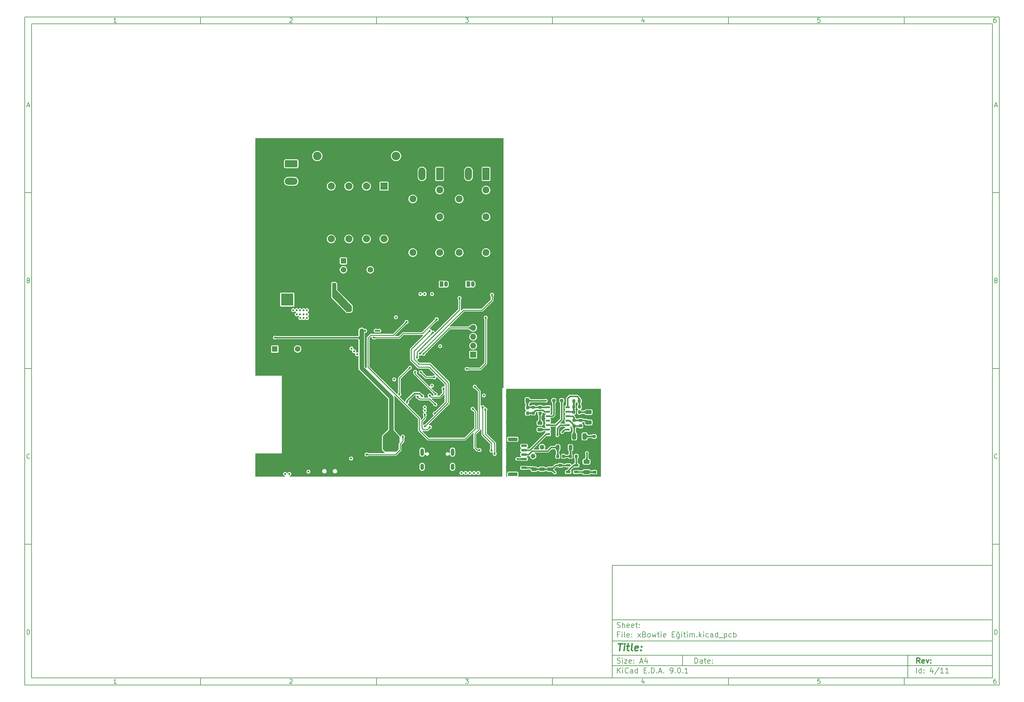
<source format=gbl>
%TF.GenerationSoftware,KiCad,Pcbnew,9.0.1*%
%TF.CreationDate,2025-04-08T16:08:48+03:00*%
%TF.ProjectId,xBowtie E_itim,78426f77-7469-4652-9045-1f6974696d2e,rev?*%
%TF.SameCoordinates,Original*%
%TF.FileFunction,Copper,L4,Bot*%
%TF.FilePolarity,Positive*%
%FSLAX46Y46*%
G04 Gerber Fmt 4.6, Leading zero omitted, Abs format (unit mm)*
G04 Created by KiCad (PCBNEW 9.0.1) date 2025-04-08 16:08:48*
%MOMM*%
%LPD*%
G01*
G04 APERTURE LIST*
G04 Aperture macros list*
%AMRoundRect*
0 Rectangle with rounded corners*
0 $1 Rounding radius*
0 $2 $3 $4 $5 $6 $7 $8 $9 X,Y pos of 4 corners*
0 Add a 4 corners polygon primitive as box body*
4,1,4,$2,$3,$4,$5,$6,$7,$8,$9,$2,$3,0*
0 Add four circle primitives for the rounded corners*
1,1,$1+$1,$2,$3*
1,1,$1+$1,$4,$5*
1,1,$1+$1,$6,$7*
1,1,$1+$1,$8,$9*
0 Add four rect primitives between the rounded corners*
20,1,$1+$1,$2,$3,$4,$5,0*
20,1,$1+$1,$4,$5,$6,$7,0*
20,1,$1+$1,$6,$7,$8,$9,0*
20,1,$1+$1,$8,$9,$2,$3,0*%
G04 Aperture macros list end*
%ADD10C,0.100000*%
%ADD11C,0.150000*%
%ADD12C,0.300000*%
%ADD13C,0.400000*%
%TA.AperFunction,ComponentPad*%
%ADD14RoundRect,0.250000X-1.550000X0.750000X-1.550000X-0.750000X1.550000X-0.750000X1.550000X0.750000X0*%
%TD*%
%TA.AperFunction,ComponentPad*%
%ADD15O,3.600000X2.000000*%
%TD*%
%TA.AperFunction,ComponentPad*%
%ADD16C,2.400000*%
%TD*%
%TA.AperFunction,ComponentPad*%
%ADD17O,2.400000X2.400000*%
%TD*%
%TA.AperFunction,ComponentPad*%
%ADD18R,1.700000X1.700000*%
%TD*%
%TA.AperFunction,ComponentPad*%
%ADD19O,1.700000X1.700000*%
%TD*%
%TA.AperFunction,ComponentPad*%
%ADD20C,1.950000*%
%TD*%
%TA.AperFunction,HeatsinkPad*%
%ADD21C,0.600000*%
%TD*%
%TA.AperFunction,ComponentPad*%
%ADD22RoundRect,0.250000X-0.550000X-0.550000X0.550000X-0.550000X0.550000X0.550000X-0.550000X0.550000X0*%
%TD*%
%TA.AperFunction,ComponentPad*%
%ADD23C,1.600000*%
%TD*%
%TA.AperFunction,ComponentPad*%
%ADD24R,1.050000X1.500000*%
%TD*%
%TA.AperFunction,ComponentPad*%
%ADD25O,1.050000X1.500000*%
%TD*%
%TA.AperFunction,ComponentPad*%
%ADD26R,2.000000X2.000000*%
%TD*%
%TA.AperFunction,ComponentPad*%
%ADD27C,2.000000*%
%TD*%
%TA.AperFunction,ComponentPad*%
%ADD28RoundRect,0.250000X0.750000X1.550000X-0.750000X1.550000X-0.750000X-1.550000X0.750000X-1.550000X0*%
%TD*%
%TA.AperFunction,ComponentPad*%
%ADD29O,2.000000X3.600000*%
%TD*%
%TA.AperFunction,ComponentPad*%
%ADD30C,1.320800*%
%TD*%
%TA.AperFunction,HeatsinkPad*%
%ADD31O,1.000000X2.100000*%
%TD*%
%TA.AperFunction,HeatsinkPad*%
%ADD32O,1.000000X1.800000*%
%TD*%
%TA.AperFunction,ComponentPad*%
%ADD33R,3.500000X3.500000*%
%TD*%
%TA.AperFunction,ComponentPad*%
%ADD34RoundRect,0.750000X1.000000X-0.750000X1.000000X0.750000X-1.000000X0.750000X-1.000000X-0.750000X0*%
%TD*%
%TA.AperFunction,ComponentPad*%
%ADD35RoundRect,0.875000X0.875000X-0.875000X0.875000X0.875000X-0.875000X0.875000X-0.875000X-0.875000X0*%
%TD*%
%TA.AperFunction,ComponentPad*%
%ADD36RoundRect,0.750000X-0.750000X-1.000000X0.750000X-1.000000X0.750000X1.000000X-0.750000X1.000000X0*%
%TD*%
%TA.AperFunction,ComponentPad*%
%ADD37RoundRect,0.875000X-0.875000X-0.875000X0.875000X-0.875000X0.875000X0.875000X-0.875000X0.875000X0*%
%TD*%
%TA.AperFunction,ComponentPad*%
%ADD38R,1.600000X1.600000*%
%TD*%
%TA.AperFunction,SMDPad,CuDef*%
%ADD39RoundRect,0.200000X-0.275000X0.200000X-0.275000X-0.200000X0.275000X-0.200000X0.275000X0.200000X0*%
%TD*%
%TA.AperFunction,SMDPad,CuDef*%
%ADD40RoundRect,0.250000X0.325000X0.650000X-0.325000X0.650000X-0.325000X-0.650000X0.325000X-0.650000X0*%
%TD*%
%TA.AperFunction,SMDPad,CuDef*%
%ADD41RoundRect,0.250000X-0.625000X0.312500X-0.625000X-0.312500X0.625000X-0.312500X0.625000X0.312500X0*%
%TD*%
%TA.AperFunction,SMDPad,CuDef*%
%ADD42RoundRect,0.200000X0.275000X-0.200000X0.275000X0.200000X-0.275000X0.200000X-0.275000X-0.200000X0*%
%TD*%
%TA.AperFunction,SMDPad,CuDef*%
%ADD43RoundRect,0.250000X0.250000X0.475000X-0.250000X0.475000X-0.250000X-0.475000X0.250000X-0.475000X0*%
%TD*%
%TA.AperFunction,SMDPad,CuDef*%
%ADD44RoundRect,0.243750X0.456250X-0.243750X0.456250X0.243750X-0.456250X0.243750X-0.456250X-0.243750X0*%
%TD*%
%TA.AperFunction,SMDPad,CuDef*%
%ADD45RoundRect,0.225000X0.225000X0.250000X-0.225000X0.250000X-0.225000X-0.250000X0.225000X-0.250000X0*%
%TD*%
%TA.AperFunction,SMDPad,CuDef*%
%ADD46RoundRect,0.200000X-0.200000X-0.275000X0.200000X-0.275000X0.200000X0.275000X-0.200000X0.275000X0*%
%TD*%
%TA.AperFunction,SMDPad,CuDef*%
%ADD47RoundRect,0.250000X0.475000X-0.250000X0.475000X0.250000X-0.475000X0.250000X-0.475000X-0.250000X0*%
%TD*%
%TA.AperFunction,SMDPad,CuDef*%
%ADD48RoundRect,0.225000X-0.250000X0.225000X-0.250000X-0.225000X0.250000X-0.225000X0.250000X0.225000X0*%
%TD*%
%TA.AperFunction,SMDPad,CuDef*%
%ADD49RoundRect,0.250000X-0.250000X-0.475000X0.250000X-0.475000X0.250000X0.475000X-0.250000X0.475000X0*%
%TD*%
%TA.AperFunction,SMDPad,CuDef*%
%ADD50RoundRect,0.250000X-0.475000X0.250000X-0.475000X-0.250000X0.475000X-0.250000X0.475000X0.250000X0*%
%TD*%
%TA.AperFunction,SMDPad,CuDef*%
%ADD51RoundRect,0.225000X-0.225000X-0.250000X0.225000X-0.250000X0.225000X0.250000X-0.225000X0.250000X0*%
%TD*%
%TA.AperFunction,SMDPad,CuDef*%
%ADD52RoundRect,0.200000X0.200000X0.275000X-0.200000X0.275000X-0.200000X-0.275000X0.200000X-0.275000X0*%
%TD*%
%TA.AperFunction,SMDPad,CuDef*%
%ADD53RoundRect,0.250000X0.650000X-0.325000X0.650000X0.325000X-0.650000X0.325000X-0.650000X-0.325000X0*%
%TD*%
%TA.AperFunction,SMDPad,CuDef*%
%ADD54RoundRect,0.150000X0.512500X0.150000X-0.512500X0.150000X-0.512500X-0.150000X0.512500X-0.150000X0*%
%TD*%
%TA.AperFunction,SMDPad,CuDef*%
%ADD55RoundRect,0.150000X0.700000X-0.150000X0.700000X0.150000X-0.700000X0.150000X-0.700000X-0.150000X0*%
%TD*%
%TA.AperFunction,SMDPad,CuDef*%
%ADD56RoundRect,0.250000X1.100000X-0.250000X1.100000X0.250000X-1.100000X0.250000X-1.100000X-0.250000X0*%
%TD*%
%TA.AperFunction,SMDPad,CuDef*%
%ADD57R,1.200000X0.600000*%
%TD*%
%TA.AperFunction,ViaPad*%
%ADD58C,0.600000*%
%TD*%
%TA.AperFunction,ViaPad*%
%ADD59C,0.500000*%
%TD*%
%TA.AperFunction,Conductor*%
%ADD60C,0.381000*%
%TD*%
%TA.AperFunction,Conductor*%
%ADD61C,1.270000*%
%TD*%
%TA.AperFunction,Conductor*%
%ADD62C,0.254000*%
%TD*%
G04 APERTURE END LIST*
D10*
D11*
X177002200Y-166007200D02*
X285002200Y-166007200D01*
X285002200Y-198007200D01*
X177002200Y-198007200D01*
X177002200Y-166007200D01*
D10*
D11*
X10000000Y-10000000D02*
X287002200Y-10000000D01*
X287002200Y-200007200D01*
X10000000Y-200007200D01*
X10000000Y-10000000D01*
D10*
D11*
X12000000Y-12000000D02*
X285002200Y-12000000D01*
X285002200Y-198007200D01*
X12000000Y-198007200D01*
X12000000Y-12000000D01*
D10*
D11*
X60000000Y-12000000D02*
X60000000Y-10000000D01*
D10*
D11*
X110000000Y-12000000D02*
X110000000Y-10000000D01*
D10*
D11*
X160000000Y-12000000D02*
X160000000Y-10000000D01*
D10*
D11*
X210000000Y-12000000D02*
X210000000Y-10000000D01*
D10*
D11*
X260000000Y-12000000D02*
X260000000Y-10000000D01*
D10*
D11*
X36089160Y-11593604D02*
X35346303Y-11593604D01*
X35717731Y-11593604D02*
X35717731Y-10293604D01*
X35717731Y-10293604D02*
X35593922Y-10479319D01*
X35593922Y-10479319D02*
X35470112Y-10603128D01*
X35470112Y-10603128D02*
X35346303Y-10665033D01*
D10*
D11*
X85346303Y-10417414D02*
X85408207Y-10355509D01*
X85408207Y-10355509D02*
X85532017Y-10293604D01*
X85532017Y-10293604D02*
X85841541Y-10293604D01*
X85841541Y-10293604D02*
X85965350Y-10355509D01*
X85965350Y-10355509D02*
X86027255Y-10417414D01*
X86027255Y-10417414D02*
X86089160Y-10541223D01*
X86089160Y-10541223D02*
X86089160Y-10665033D01*
X86089160Y-10665033D02*
X86027255Y-10850747D01*
X86027255Y-10850747D02*
X85284398Y-11593604D01*
X85284398Y-11593604D02*
X86089160Y-11593604D01*
D10*
D11*
X135284398Y-10293604D02*
X136089160Y-10293604D01*
X136089160Y-10293604D02*
X135655826Y-10788842D01*
X135655826Y-10788842D02*
X135841541Y-10788842D01*
X135841541Y-10788842D02*
X135965350Y-10850747D01*
X135965350Y-10850747D02*
X136027255Y-10912652D01*
X136027255Y-10912652D02*
X136089160Y-11036461D01*
X136089160Y-11036461D02*
X136089160Y-11345985D01*
X136089160Y-11345985D02*
X136027255Y-11469795D01*
X136027255Y-11469795D02*
X135965350Y-11531700D01*
X135965350Y-11531700D02*
X135841541Y-11593604D01*
X135841541Y-11593604D02*
X135470112Y-11593604D01*
X135470112Y-11593604D02*
X135346303Y-11531700D01*
X135346303Y-11531700D02*
X135284398Y-11469795D01*
D10*
D11*
X185965350Y-10726938D02*
X185965350Y-11593604D01*
X185655826Y-10231700D02*
X185346303Y-11160271D01*
X185346303Y-11160271D02*
X186151064Y-11160271D01*
D10*
D11*
X236027255Y-10293604D02*
X235408207Y-10293604D01*
X235408207Y-10293604D02*
X235346303Y-10912652D01*
X235346303Y-10912652D02*
X235408207Y-10850747D01*
X235408207Y-10850747D02*
X235532017Y-10788842D01*
X235532017Y-10788842D02*
X235841541Y-10788842D01*
X235841541Y-10788842D02*
X235965350Y-10850747D01*
X235965350Y-10850747D02*
X236027255Y-10912652D01*
X236027255Y-10912652D02*
X236089160Y-11036461D01*
X236089160Y-11036461D02*
X236089160Y-11345985D01*
X236089160Y-11345985D02*
X236027255Y-11469795D01*
X236027255Y-11469795D02*
X235965350Y-11531700D01*
X235965350Y-11531700D02*
X235841541Y-11593604D01*
X235841541Y-11593604D02*
X235532017Y-11593604D01*
X235532017Y-11593604D02*
X235408207Y-11531700D01*
X235408207Y-11531700D02*
X235346303Y-11469795D01*
D10*
D11*
X285965350Y-10293604D02*
X285717731Y-10293604D01*
X285717731Y-10293604D02*
X285593922Y-10355509D01*
X285593922Y-10355509D02*
X285532017Y-10417414D01*
X285532017Y-10417414D02*
X285408207Y-10603128D01*
X285408207Y-10603128D02*
X285346303Y-10850747D01*
X285346303Y-10850747D02*
X285346303Y-11345985D01*
X285346303Y-11345985D02*
X285408207Y-11469795D01*
X285408207Y-11469795D02*
X285470112Y-11531700D01*
X285470112Y-11531700D02*
X285593922Y-11593604D01*
X285593922Y-11593604D02*
X285841541Y-11593604D01*
X285841541Y-11593604D02*
X285965350Y-11531700D01*
X285965350Y-11531700D02*
X286027255Y-11469795D01*
X286027255Y-11469795D02*
X286089160Y-11345985D01*
X286089160Y-11345985D02*
X286089160Y-11036461D01*
X286089160Y-11036461D02*
X286027255Y-10912652D01*
X286027255Y-10912652D02*
X285965350Y-10850747D01*
X285965350Y-10850747D02*
X285841541Y-10788842D01*
X285841541Y-10788842D02*
X285593922Y-10788842D01*
X285593922Y-10788842D02*
X285470112Y-10850747D01*
X285470112Y-10850747D02*
X285408207Y-10912652D01*
X285408207Y-10912652D02*
X285346303Y-11036461D01*
D10*
D11*
X60000000Y-198007200D02*
X60000000Y-200007200D01*
D10*
D11*
X110000000Y-198007200D02*
X110000000Y-200007200D01*
D10*
D11*
X160000000Y-198007200D02*
X160000000Y-200007200D01*
D10*
D11*
X210000000Y-198007200D02*
X210000000Y-200007200D01*
D10*
D11*
X260000000Y-198007200D02*
X260000000Y-200007200D01*
D10*
D11*
X36089160Y-199600804D02*
X35346303Y-199600804D01*
X35717731Y-199600804D02*
X35717731Y-198300804D01*
X35717731Y-198300804D02*
X35593922Y-198486519D01*
X35593922Y-198486519D02*
X35470112Y-198610328D01*
X35470112Y-198610328D02*
X35346303Y-198672233D01*
D10*
D11*
X85346303Y-198424614D02*
X85408207Y-198362709D01*
X85408207Y-198362709D02*
X85532017Y-198300804D01*
X85532017Y-198300804D02*
X85841541Y-198300804D01*
X85841541Y-198300804D02*
X85965350Y-198362709D01*
X85965350Y-198362709D02*
X86027255Y-198424614D01*
X86027255Y-198424614D02*
X86089160Y-198548423D01*
X86089160Y-198548423D02*
X86089160Y-198672233D01*
X86089160Y-198672233D02*
X86027255Y-198857947D01*
X86027255Y-198857947D02*
X85284398Y-199600804D01*
X85284398Y-199600804D02*
X86089160Y-199600804D01*
D10*
D11*
X135284398Y-198300804D02*
X136089160Y-198300804D01*
X136089160Y-198300804D02*
X135655826Y-198796042D01*
X135655826Y-198796042D02*
X135841541Y-198796042D01*
X135841541Y-198796042D02*
X135965350Y-198857947D01*
X135965350Y-198857947D02*
X136027255Y-198919852D01*
X136027255Y-198919852D02*
X136089160Y-199043661D01*
X136089160Y-199043661D02*
X136089160Y-199353185D01*
X136089160Y-199353185D02*
X136027255Y-199476995D01*
X136027255Y-199476995D02*
X135965350Y-199538900D01*
X135965350Y-199538900D02*
X135841541Y-199600804D01*
X135841541Y-199600804D02*
X135470112Y-199600804D01*
X135470112Y-199600804D02*
X135346303Y-199538900D01*
X135346303Y-199538900D02*
X135284398Y-199476995D01*
D10*
D11*
X185965350Y-198734138D02*
X185965350Y-199600804D01*
X185655826Y-198238900D02*
X185346303Y-199167471D01*
X185346303Y-199167471D02*
X186151064Y-199167471D01*
D10*
D11*
X236027255Y-198300804D02*
X235408207Y-198300804D01*
X235408207Y-198300804D02*
X235346303Y-198919852D01*
X235346303Y-198919852D02*
X235408207Y-198857947D01*
X235408207Y-198857947D02*
X235532017Y-198796042D01*
X235532017Y-198796042D02*
X235841541Y-198796042D01*
X235841541Y-198796042D02*
X235965350Y-198857947D01*
X235965350Y-198857947D02*
X236027255Y-198919852D01*
X236027255Y-198919852D02*
X236089160Y-199043661D01*
X236089160Y-199043661D02*
X236089160Y-199353185D01*
X236089160Y-199353185D02*
X236027255Y-199476995D01*
X236027255Y-199476995D02*
X235965350Y-199538900D01*
X235965350Y-199538900D02*
X235841541Y-199600804D01*
X235841541Y-199600804D02*
X235532017Y-199600804D01*
X235532017Y-199600804D02*
X235408207Y-199538900D01*
X235408207Y-199538900D02*
X235346303Y-199476995D01*
D10*
D11*
X285965350Y-198300804D02*
X285717731Y-198300804D01*
X285717731Y-198300804D02*
X285593922Y-198362709D01*
X285593922Y-198362709D02*
X285532017Y-198424614D01*
X285532017Y-198424614D02*
X285408207Y-198610328D01*
X285408207Y-198610328D02*
X285346303Y-198857947D01*
X285346303Y-198857947D02*
X285346303Y-199353185D01*
X285346303Y-199353185D02*
X285408207Y-199476995D01*
X285408207Y-199476995D02*
X285470112Y-199538900D01*
X285470112Y-199538900D02*
X285593922Y-199600804D01*
X285593922Y-199600804D02*
X285841541Y-199600804D01*
X285841541Y-199600804D02*
X285965350Y-199538900D01*
X285965350Y-199538900D02*
X286027255Y-199476995D01*
X286027255Y-199476995D02*
X286089160Y-199353185D01*
X286089160Y-199353185D02*
X286089160Y-199043661D01*
X286089160Y-199043661D02*
X286027255Y-198919852D01*
X286027255Y-198919852D02*
X285965350Y-198857947D01*
X285965350Y-198857947D02*
X285841541Y-198796042D01*
X285841541Y-198796042D02*
X285593922Y-198796042D01*
X285593922Y-198796042D02*
X285470112Y-198857947D01*
X285470112Y-198857947D02*
X285408207Y-198919852D01*
X285408207Y-198919852D02*
X285346303Y-199043661D01*
D10*
D11*
X10000000Y-60000000D02*
X12000000Y-60000000D01*
D10*
D11*
X10000000Y-110000000D02*
X12000000Y-110000000D01*
D10*
D11*
X10000000Y-160000000D02*
X12000000Y-160000000D01*
D10*
D11*
X10690476Y-35222176D02*
X11309523Y-35222176D01*
X10566666Y-35593604D02*
X10999999Y-34293604D01*
X10999999Y-34293604D02*
X11433333Y-35593604D01*
D10*
D11*
X11092857Y-84912652D02*
X11278571Y-84974557D01*
X11278571Y-84974557D02*
X11340476Y-85036461D01*
X11340476Y-85036461D02*
X11402380Y-85160271D01*
X11402380Y-85160271D02*
X11402380Y-85345985D01*
X11402380Y-85345985D02*
X11340476Y-85469795D01*
X11340476Y-85469795D02*
X11278571Y-85531700D01*
X11278571Y-85531700D02*
X11154761Y-85593604D01*
X11154761Y-85593604D02*
X10659523Y-85593604D01*
X10659523Y-85593604D02*
X10659523Y-84293604D01*
X10659523Y-84293604D02*
X11092857Y-84293604D01*
X11092857Y-84293604D02*
X11216666Y-84355509D01*
X11216666Y-84355509D02*
X11278571Y-84417414D01*
X11278571Y-84417414D02*
X11340476Y-84541223D01*
X11340476Y-84541223D02*
X11340476Y-84665033D01*
X11340476Y-84665033D02*
X11278571Y-84788842D01*
X11278571Y-84788842D02*
X11216666Y-84850747D01*
X11216666Y-84850747D02*
X11092857Y-84912652D01*
X11092857Y-84912652D02*
X10659523Y-84912652D01*
D10*
D11*
X11402380Y-135469795D02*
X11340476Y-135531700D01*
X11340476Y-135531700D02*
X11154761Y-135593604D01*
X11154761Y-135593604D02*
X11030952Y-135593604D01*
X11030952Y-135593604D02*
X10845238Y-135531700D01*
X10845238Y-135531700D02*
X10721428Y-135407890D01*
X10721428Y-135407890D02*
X10659523Y-135284080D01*
X10659523Y-135284080D02*
X10597619Y-135036461D01*
X10597619Y-135036461D02*
X10597619Y-134850747D01*
X10597619Y-134850747D02*
X10659523Y-134603128D01*
X10659523Y-134603128D02*
X10721428Y-134479319D01*
X10721428Y-134479319D02*
X10845238Y-134355509D01*
X10845238Y-134355509D02*
X11030952Y-134293604D01*
X11030952Y-134293604D02*
X11154761Y-134293604D01*
X11154761Y-134293604D02*
X11340476Y-134355509D01*
X11340476Y-134355509D02*
X11402380Y-134417414D01*
D10*
D11*
X10659523Y-185593604D02*
X10659523Y-184293604D01*
X10659523Y-184293604D02*
X10969047Y-184293604D01*
X10969047Y-184293604D02*
X11154761Y-184355509D01*
X11154761Y-184355509D02*
X11278571Y-184479319D01*
X11278571Y-184479319D02*
X11340476Y-184603128D01*
X11340476Y-184603128D02*
X11402380Y-184850747D01*
X11402380Y-184850747D02*
X11402380Y-185036461D01*
X11402380Y-185036461D02*
X11340476Y-185284080D01*
X11340476Y-185284080D02*
X11278571Y-185407890D01*
X11278571Y-185407890D02*
X11154761Y-185531700D01*
X11154761Y-185531700D02*
X10969047Y-185593604D01*
X10969047Y-185593604D02*
X10659523Y-185593604D01*
D10*
D11*
X287002200Y-60000000D02*
X285002200Y-60000000D01*
D10*
D11*
X287002200Y-110000000D02*
X285002200Y-110000000D01*
D10*
D11*
X287002200Y-160000000D02*
X285002200Y-160000000D01*
D10*
D11*
X285692676Y-35222176D02*
X286311723Y-35222176D01*
X285568866Y-35593604D02*
X286002199Y-34293604D01*
X286002199Y-34293604D02*
X286435533Y-35593604D01*
D10*
D11*
X286095057Y-84912652D02*
X286280771Y-84974557D01*
X286280771Y-84974557D02*
X286342676Y-85036461D01*
X286342676Y-85036461D02*
X286404580Y-85160271D01*
X286404580Y-85160271D02*
X286404580Y-85345985D01*
X286404580Y-85345985D02*
X286342676Y-85469795D01*
X286342676Y-85469795D02*
X286280771Y-85531700D01*
X286280771Y-85531700D02*
X286156961Y-85593604D01*
X286156961Y-85593604D02*
X285661723Y-85593604D01*
X285661723Y-85593604D02*
X285661723Y-84293604D01*
X285661723Y-84293604D02*
X286095057Y-84293604D01*
X286095057Y-84293604D02*
X286218866Y-84355509D01*
X286218866Y-84355509D02*
X286280771Y-84417414D01*
X286280771Y-84417414D02*
X286342676Y-84541223D01*
X286342676Y-84541223D02*
X286342676Y-84665033D01*
X286342676Y-84665033D02*
X286280771Y-84788842D01*
X286280771Y-84788842D02*
X286218866Y-84850747D01*
X286218866Y-84850747D02*
X286095057Y-84912652D01*
X286095057Y-84912652D02*
X285661723Y-84912652D01*
D10*
D11*
X286404580Y-135469795D02*
X286342676Y-135531700D01*
X286342676Y-135531700D02*
X286156961Y-135593604D01*
X286156961Y-135593604D02*
X286033152Y-135593604D01*
X286033152Y-135593604D02*
X285847438Y-135531700D01*
X285847438Y-135531700D02*
X285723628Y-135407890D01*
X285723628Y-135407890D02*
X285661723Y-135284080D01*
X285661723Y-135284080D02*
X285599819Y-135036461D01*
X285599819Y-135036461D02*
X285599819Y-134850747D01*
X285599819Y-134850747D02*
X285661723Y-134603128D01*
X285661723Y-134603128D02*
X285723628Y-134479319D01*
X285723628Y-134479319D02*
X285847438Y-134355509D01*
X285847438Y-134355509D02*
X286033152Y-134293604D01*
X286033152Y-134293604D02*
X286156961Y-134293604D01*
X286156961Y-134293604D02*
X286342676Y-134355509D01*
X286342676Y-134355509D02*
X286404580Y-134417414D01*
D10*
D11*
X285661723Y-185593604D02*
X285661723Y-184293604D01*
X285661723Y-184293604D02*
X285971247Y-184293604D01*
X285971247Y-184293604D02*
X286156961Y-184355509D01*
X286156961Y-184355509D02*
X286280771Y-184479319D01*
X286280771Y-184479319D02*
X286342676Y-184603128D01*
X286342676Y-184603128D02*
X286404580Y-184850747D01*
X286404580Y-184850747D02*
X286404580Y-185036461D01*
X286404580Y-185036461D02*
X286342676Y-185284080D01*
X286342676Y-185284080D02*
X286280771Y-185407890D01*
X286280771Y-185407890D02*
X286156961Y-185531700D01*
X286156961Y-185531700D02*
X285971247Y-185593604D01*
X285971247Y-185593604D02*
X285661723Y-185593604D01*
D10*
D11*
X200458026Y-193793328D02*
X200458026Y-192293328D01*
X200458026Y-192293328D02*
X200815169Y-192293328D01*
X200815169Y-192293328D02*
X201029455Y-192364757D01*
X201029455Y-192364757D02*
X201172312Y-192507614D01*
X201172312Y-192507614D02*
X201243741Y-192650471D01*
X201243741Y-192650471D02*
X201315169Y-192936185D01*
X201315169Y-192936185D02*
X201315169Y-193150471D01*
X201315169Y-193150471D02*
X201243741Y-193436185D01*
X201243741Y-193436185D02*
X201172312Y-193579042D01*
X201172312Y-193579042D02*
X201029455Y-193721900D01*
X201029455Y-193721900D02*
X200815169Y-193793328D01*
X200815169Y-193793328D02*
X200458026Y-193793328D01*
X202600884Y-193793328D02*
X202600884Y-193007614D01*
X202600884Y-193007614D02*
X202529455Y-192864757D01*
X202529455Y-192864757D02*
X202386598Y-192793328D01*
X202386598Y-192793328D02*
X202100884Y-192793328D01*
X202100884Y-192793328D02*
X201958026Y-192864757D01*
X202600884Y-193721900D02*
X202458026Y-193793328D01*
X202458026Y-193793328D02*
X202100884Y-193793328D01*
X202100884Y-193793328D02*
X201958026Y-193721900D01*
X201958026Y-193721900D02*
X201886598Y-193579042D01*
X201886598Y-193579042D02*
X201886598Y-193436185D01*
X201886598Y-193436185D02*
X201958026Y-193293328D01*
X201958026Y-193293328D02*
X202100884Y-193221900D01*
X202100884Y-193221900D02*
X202458026Y-193221900D01*
X202458026Y-193221900D02*
X202600884Y-193150471D01*
X203100884Y-192793328D02*
X203672312Y-192793328D01*
X203315169Y-192293328D02*
X203315169Y-193579042D01*
X203315169Y-193579042D02*
X203386598Y-193721900D01*
X203386598Y-193721900D02*
X203529455Y-193793328D01*
X203529455Y-193793328D02*
X203672312Y-193793328D01*
X204743741Y-193721900D02*
X204600884Y-193793328D01*
X204600884Y-193793328D02*
X204315170Y-193793328D01*
X204315170Y-193793328D02*
X204172312Y-193721900D01*
X204172312Y-193721900D02*
X204100884Y-193579042D01*
X204100884Y-193579042D02*
X204100884Y-193007614D01*
X204100884Y-193007614D02*
X204172312Y-192864757D01*
X204172312Y-192864757D02*
X204315170Y-192793328D01*
X204315170Y-192793328D02*
X204600884Y-192793328D01*
X204600884Y-192793328D02*
X204743741Y-192864757D01*
X204743741Y-192864757D02*
X204815170Y-193007614D01*
X204815170Y-193007614D02*
X204815170Y-193150471D01*
X204815170Y-193150471D02*
X204100884Y-193293328D01*
X205458026Y-193650471D02*
X205529455Y-193721900D01*
X205529455Y-193721900D02*
X205458026Y-193793328D01*
X205458026Y-193793328D02*
X205386598Y-193721900D01*
X205386598Y-193721900D02*
X205458026Y-193650471D01*
X205458026Y-193650471D02*
X205458026Y-193793328D01*
X205458026Y-192864757D02*
X205529455Y-192936185D01*
X205529455Y-192936185D02*
X205458026Y-193007614D01*
X205458026Y-193007614D02*
X205386598Y-192936185D01*
X205386598Y-192936185D02*
X205458026Y-192864757D01*
X205458026Y-192864757D02*
X205458026Y-193007614D01*
D10*
D11*
X177002200Y-194507200D02*
X285002200Y-194507200D01*
D10*
D11*
X178458026Y-196593328D02*
X178458026Y-195093328D01*
X179315169Y-196593328D02*
X178672312Y-195736185D01*
X179315169Y-195093328D02*
X178458026Y-195950471D01*
X179958026Y-196593328D02*
X179958026Y-195593328D01*
X179958026Y-195093328D02*
X179886598Y-195164757D01*
X179886598Y-195164757D02*
X179958026Y-195236185D01*
X179958026Y-195236185D02*
X180029455Y-195164757D01*
X180029455Y-195164757D02*
X179958026Y-195093328D01*
X179958026Y-195093328D02*
X179958026Y-195236185D01*
X181529455Y-196450471D02*
X181458027Y-196521900D01*
X181458027Y-196521900D02*
X181243741Y-196593328D01*
X181243741Y-196593328D02*
X181100884Y-196593328D01*
X181100884Y-196593328D02*
X180886598Y-196521900D01*
X180886598Y-196521900D02*
X180743741Y-196379042D01*
X180743741Y-196379042D02*
X180672312Y-196236185D01*
X180672312Y-196236185D02*
X180600884Y-195950471D01*
X180600884Y-195950471D02*
X180600884Y-195736185D01*
X180600884Y-195736185D02*
X180672312Y-195450471D01*
X180672312Y-195450471D02*
X180743741Y-195307614D01*
X180743741Y-195307614D02*
X180886598Y-195164757D01*
X180886598Y-195164757D02*
X181100884Y-195093328D01*
X181100884Y-195093328D02*
X181243741Y-195093328D01*
X181243741Y-195093328D02*
X181458027Y-195164757D01*
X181458027Y-195164757D02*
X181529455Y-195236185D01*
X182815170Y-196593328D02*
X182815170Y-195807614D01*
X182815170Y-195807614D02*
X182743741Y-195664757D01*
X182743741Y-195664757D02*
X182600884Y-195593328D01*
X182600884Y-195593328D02*
X182315170Y-195593328D01*
X182315170Y-195593328D02*
X182172312Y-195664757D01*
X182815170Y-196521900D02*
X182672312Y-196593328D01*
X182672312Y-196593328D02*
X182315170Y-196593328D01*
X182315170Y-196593328D02*
X182172312Y-196521900D01*
X182172312Y-196521900D02*
X182100884Y-196379042D01*
X182100884Y-196379042D02*
X182100884Y-196236185D01*
X182100884Y-196236185D02*
X182172312Y-196093328D01*
X182172312Y-196093328D02*
X182315170Y-196021900D01*
X182315170Y-196021900D02*
X182672312Y-196021900D01*
X182672312Y-196021900D02*
X182815170Y-195950471D01*
X184172313Y-196593328D02*
X184172313Y-195093328D01*
X184172313Y-196521900D02*
X184029455Y-196593328D01*
X184029455Y-196593328D02*
X183743741Y-196593328D01*
X183743741Y-196593328D02*
X183600884Y-196521900D01*
X183600884Y-196521900D02*
X183529455Y-196450471D01*
X183529455Y-196450471D02*
X183458027Y-196307614D01*
X183458027Y-196307614D02*
X183458027Y-195879042D01*
X183458027Y-195879042D02*
X183529455Y-195736185D01*
X183529455Y-195736185D02*
X183600884Y-195664757D01*
X183600884Y-195664757D02*
X183743741Y-195593328D01*
X183743741Y-195593328D02*
X184029455Y-195593328D01*
X184029455Y-195593328D02*
X184172313Y-195664757D01*
X186029455Y-195807614D02*
X186529455Y-195807614D01*
X186743741Y-196593328D02*
X186029455Y-196593328D01*
X186029455Y-196593328D02*
X186029455Y-195093328D01*
X186029455Y-195093328D02*
X186743741Y-195093328D01*
X187386598Y-196450471D02*
X187458027Y-196521900D01*
X187458027Y-196521900D02*
X187386598Y-196593328D01*
X187386598Y-196593328D02*
X187315170Y-196521900D01*
X187315170Y-196521900D02*
X187386598Y-196450471D01*
X187386598Y-196450471D02*
X187386598Y-196593328D01*
X188100884Y-196593328D02*
X188100884Y-195093328D01*
X188100884Y-195093328D02*
X188458027Y-195093328D01*
X188458027Y-195093328D02*
X188672313Y-195164757D01*
X188672313Y-195164757D02*
X188815170Y-195307614D01*
X188815170Y-195307614D02*
X188886599Y-195450471D01*
X188886599Y-195450471D02*
X188958027Y-195736185D01*
X188958027Y-195736185D02*
X188958027Y-195950471D01*
X188958027Y-195950471D02*
X188886599Y-196236185D01*
X188886599Y-196236185D02*
X188815170Y-196379042D01*
X188815170Y-196379042D02*
X188672313Y-196521900D01*
X188672313Y-196521900D02*
X188458027Y-196593328D01*
X188458027Y-196593328D02*
X188100884Y-196593328D01*
X189600884Y-196450471D02*
X189672313Y-196521900D01*
X189672313Y-196521900D02*
X189600884Y-196593328D01*
X189600884Y-196593328D02*
X189529456Y-196521900D01*
X189529456Y-196521900D02*
X189600884Y-196450471D01*
X189600884Y-196450471D02*
X189600884Y-196593328D01*
X190243742Y-196164757D02*
X190958028Y-196164757D01*
X190100885Y-196593328D02*
X190600885Y-195093328D01*
X190600885Y-195093328D02*
X191100885Y-196593328D01*
X191600884Y-196450471D02*
X191672313Y-196521900D01*
X191672313Y-196521900D02*
X191600884Y-196593328D01*
X191600884Y-196593328D02*
X191529456Y-196521900D01*
X191529456Y-196521900D02*
X191600884Y-196450471D01*
X191600884Y-196450471D02*
X191600884Y-196593328D01*
X193529456Y-196593328D02*
X193815170Y-196593328D01*
X193815170Y-196593328D02*
X193958027Y-196521900D01*
X193958027Y-196521900D02*
X194029456Y-196450471D01*
X194029456Y-196450471D02*
X194172313Y-196236185D01*
X194172313Y-196236185D02*
X194243742Y-195950471D01*
X194243742Y-195950471D02*
X194243742Y-195379042D01*
X194243742Y-195379042D02*
X194172313Y-195236185D01*
X194172313Y-195236185D02*
X194100885Y-195164757D01*
X194100885Y-195164757D02*
X193958027Y-195093328D01*
X193958027Y-195093328D02*
X193672313Y-195093328D01*
X193672313Y-195093328D02*
X193529456Y-195164757D01*
X193529456Y-195164757D02*
X193458027Y-195236185D01*
X193458027Y-195236185D02*
X193386599Y-195379042D01*
X193386599Y-195379042D02*
X193386599Y-195736185D01*
X193386599Y-195736185D02*
X193458027Y-195879042D01*
X193458027Y-195879042D02*
X193529456Y-195950471D01*
X193529456Y-195950471D02*
X193672313Y-196021900D01*
X193672313Y-196021900D02*
X193958027Y-196021900D01*
X193958027Y-196021900D02*
X194100885Y-195950471D01*
X194100885Y-195950471D02*
X194172313Y-195879042D01*
X194172313Y-195879042D02*
X194243742Y-195736185D01*
X194886598Y-196450471D02*
X194958027Y-196521900D01*
X194958027Y-196521900D02*
X194886598Y-196593328D01*
X194886598Y-196593328D02*
X194815170Y-196521900D01*
X194815170Y-196521900D02*
X194886598Y-196450471D01*
X194886598Y-196450471D02*
X194886598Y-196593328D01*
X195886599Y-195093328D02*
X196029456Y-195093328D01*
X196029456Y-195093328D02*
X196172313Y-195164757D01*
X196172313Y-195164757D02*
X196243742Y-195236185D01*
X196243742Y-195236185D02*
X196315170Y-195379042D01*
X196315170Y-195379042D02*
X196386599Y-195664757D01*
X196386599Y-195664757D02*
X196386599Y-196021900D01*
X196386599Y-196021900D02*
X196315170Y-196307614D01*
X196315170Y-196307614D02*
X196243742Y-196450471D01*
X196243742Y-196450471D02*
X196172313Y-196521900D01*
X196172313Y-196521900D02*
X196029456Y-196593328D01*
X196029456Y-196593328D02*
X195886599Y-196593328D01*
X195886599Y-196593328D02*
X195743742Y-196521900D01*
X195743742Y-196521900D02*
X195672313Y-196450471D01*
X195672313Y-196450471D02*
X195600884Y-196307614D01*
X195600884Y-196307614D02*
X195529456Y-196021900D01*
X195529456Y-196021900D02*
X195529456Y-195664757D01*
X195529456Y-195664757D02*
X195600884Y-195379042D01*
X195600884Y-195379042D02*
X195672313Y-195236185D01*
X195672313Y-195236185D02*
X195743742Y-195164757D01*
X195743742Y-195164757D02*
X195886599Y-195093328D01*
X197029455Y-196450471D02*
X197100884Y-196521900D01*
X197100884Y-196521900D02*
X197029455Y-196593328D01*
X197029455Y-196593328D02*
X196958027Y-196521900D01*
X196958027Y-196521900D02*
X197029455Y-196450471D01*
X197029455Y-196450471D02*
X197029455Y-196593328D01*
X198529456Y-196593328D02*
X197672313Y-196593328D01*
X198100884Y-196593328D02*
X198100884Y-195093328D01*
X198100884Y-195093328D02*
X197958027Y-195307614D01*
X197958027Y-195307614D02*
X197815170Y-195450471D01*
X197815170Y-195450471D02*
X197672313Y-195521900D01*
D10*
D11*
X177002200Y-191507200D02*
X285002200Y-191507200D01*
D10*
D12*
X264413853Y-193785528D02*
X263913853Y-193071242D01*
X263556710Y-193785528D02*
X263556710Y-192285528D01*
X263556710Y-192285528D02*
X264128139Y-192285528D01*
X264128139Y-192285528D02*
X264270996Y-192356957D01*
X264270996Y-192356957D02*
X264342425Y-192428385D01*
X264342425Y-192428385D02*
X264413853Y-192571242D01*
X264413853Y-192571242D02*
X264413853Y-192785528D01*
X264413853Y-192785528D02*
X264342425Y-192928385D01*
X264342425Y-192928385D02*
X264270996Y-192999814D01*
X264270996Y-192999814D02*
X264128139Y-193071242D01*
X264128139Y-193071242D02*
X263556710Y-193071242D01*
X265628139Y-193714100D02*
X265485282Y-193785528D01*
X265485282Y-193785528D02*
X265199568Y-193785528D01*
X265199568Y-193785528D02*
X265056710Y-193714100D01*
X265056710Y-193714100D02*
X264985282Y-193571242D01*
X264985282Y-193571242D02*
X264985282Y-192999814D01*
X264985282Y-192999814D02*
X265056710Y-192856957D01*
X265056710Y-192856957D02*
X265199568Y-192785528D01*
X265199568Y-192785528D02*
X265485282Y-192785528D01*
X265485282Y-192785528D02*
X265628139Y-192856957D01*
X265628139Y-192856957D02*
X265699568Y-192999814D01*
X265699568Y-192999814D02*
X265699568Y-193142671D01*
X265699568Y-193142671D02*
X264985282Y-193285528D01*
X266199567Y-192785528D02*
X266556710Y-193785528D01*
X266556710Y-193785528D02*
X266913853Y-192785528D01*
X267485281Y-193642671D02*
X267556710Y-193714100D01*
X267556710Y-193714100D02*
X267485281Y-193785528D01*
X267485281Y-193785528D02*
X267413853Y-193714100D01*
X267413853Y-193714100D02*
X267485281Y-193642671D01*
X267485281Y-193642671D02*
X267485281Y-193785528D01*
X267485281Y-192856957D02*
X267556710Y-192928385D01*
X267556710Y-192928385D02*
X267485281Y-192999814D01*
X267485281Y-192999814D02*
X267413853Y-192928385D01*
X267413853Y-192928385D02*
X267485281Y-192856957D01*
X267485281Y-192856957D02*
X267485281Y-192999814D01*
D10*
D11*
X178386598Y-193721900D02*
X178600884Y-193793328D01*
X178600884Y-193793328D02*
X178958026Y-193793328D01*
X178958026Y-193793328D02*
X179100884Y-193721900D01*
X179100884Y-193721900D02*
X179172312Y-193650471D01*
X179172312Y-193650471D02*
X179243741Y-193507614D01*
X179243741Y-193507614D02*
X179243741Y-193364757D01*
X179243741Y-193364757D02*
X179172312Y-193221900D01*
X179172312Y-193221900D02*
X179100884Y-193150471D01*
X179100884Y-193150471D02*
X178958026Y-193079042D01*
X178958026Y-193079042D02*
X178672312Y-193007614D01*
X178672312Y-193007614D02*
X178529455Y-192936185D01*
X178529455Y-192936185D02*
X178458026Y-192864757D01*
X178458026Y-192864757D02*
X178386598Y-192721900D01*
X178386598Y-192721900D02*
X178386598Y-192579042D01*
X178386598Y-192579042D02*
X178458026Y-192436185D01*
X178458026Y-192436185D02*
X178529455Y-192364757D01*
X178529455Y-192364757D02*
X178672312Y-192293328D01*
X178672312Y-192293328D02*
X179029455Y-192293328D01*
X179029455Y-192293328D02*
X179243741Y-192364757D01*
X179886597Y-193793328D02*
X179886597Y-192793328D01*
X179886597Y-192293328D02*
X179815169Y-192364757D01*
X179815169Y-192364757D02*
X179886597Y-192436185D01*
X179886597Y-192436185D02*
X179958026Y-192364757D01*
X179958026Y-192364757D02*
X179886597Y-192293328D01*
X179886597Y-192293328D02*
X179886597Y-192436185D01*
X180458026Y-192793328D02*
X181243741Y-192793328D01*
X181243741Y-192793328D02*
X180458026Y-193793328D01*
X180458026Y-193793328D02*
X181243741Y-193793328D01*
X182386598Y-193721900D02*
X182243741Y-193793328D01*
X182243741Y-193793328D02*
X181958027Y-193793328D01*
X181958027Y-193793328D02*
X181815169Y-193721900D01*
X181815169Y-193721900D02*
X181743741Y-193579042D01*
X181743741Y-193579042D02*
X181743741Y-193007614D01*
X181743741Y-193007614D02*
X181815169Y-192864757D01*
X181815169Y-192864757D02*
X181958027Y-192793328D01*
X181958027Y-192793328D02*
X182243741Y-192793328D01*
X182243741Y-192793328D02*
X182386598Y-192864757D01*
X182386598Y-192864757D02*
X182458027Y-193007614D01*
X182458027Y-193007614D02*
X182458027Y-193150471D01*
X182458027Y-193150471D02*
X181743741Y-193293328D01*
X183100883Y-193650471D02*
X183172312Y-193721900D01*
X183172312Y-193721900D02*
X183100883Y-193793328D01*
X183100883Y-193793328D02*
X183029455Y-193721900D01*
X183029455Y-193721900D02*
X183100883Y-193650471D01*
X183100883Y-193650471D02*
X183100883Y-193793328D01*
X183100883Y-192864757D02*
X183172312Y-192936185D01*
X183172312Y-192936185D02*
X183100883Y-193007614D01*
X183100883Y-193007614D02*
X183029455Y-192936185D01*
X183029455Y-192936185D02*
X183100883Y-192864757D01*
X183100883Y-192864757D02*
X183100883Y-193007614D01*
X184886598Y-193364757D02*
X185600884Y-193364757D01*
X184743741Y-193793328D02*
X185243741Y-192293328D01*
X185243741Y-192293328D02*
X185743741Y-193793328D01*
X186886598Y-192793328D02*
X186886598Y-193793328D01*
X186529455Y-192221900D02*
X186172312Y-193293328D01*
X186172312Y-193293328D02*
X187100883Y-193293328D01*
D10*
D11*
X263458026Y-196593328D02*
X263458026Y-195093328D01*
X264815170Y-196593328D02*
X264815170Y-195093328D01*
X264815170Y-196521900D02*
X264672312Y-196593328D01*
X264672312Y-196593328D02*
X264386598Y-196593328D01*
X264386598Y-196593328D02*
X264243741Y-196521900D01*
X264243741Y-196521900D02*
X264172312Y-196450471D01*
X264172312Y-196450471D02*
X264100884Y-196307614D01*
X264100884Y-196307614D02*
X264100884Y-195879042D01*
X264100884Y-195879042D02*
X264172312Y-195736185D01*
X264172312Y-195736185D02*
X264243741Y-195664757D01*
X264243741Y-195664757D02*
X264386598Y-195593328D01*
X264386598Y-195593328D02*
X264672312Y-195593328D01*
X264672312Y-195593328D02*
X264815170Y-195664757D01*
X265529455Y-196450471D02*
X265600884Y-196521900D01*
X265600884Y-196521900D02*
X265529455Y-196593328D01*
X265529455Y-196593328D02*
X265458027Y-196521900D01*
X265458027Y-196521900D02*
X265529455Y-196450471D01*
X265529455Y-196450471D02*
X265529455Y-196593328D01*
X265529455Y-195664757D02*
X265600884Y-195736185D01*
X265600884Y-195736185D02*
X265529455Y-195807614D01*
X265529455Y-195807614D02*
X265458027Y-195736185D01*
X265458027Y-195736185D02*
X265529455Y-195664757D01*
X265529455Y-195664757D02*
X265529455Y-195807614D01*
X268029456Y-195593328D02*
X268029456Y-196593328D01*
X267672313Y-195021900D02*
X267315170Y-196093328D01*
X267315170Y-196093328D02*
X268243741Y-196093328D01*
X269886598Y-195021900D02*
X268600884Y-196950471D01*
X271172313Y-196593328D02*
X270315170Y-196593328D01*
X270743741Y-196593328D02*
X270743741Y-195093328D01*
X270743741Y-195093328D02*
X270600884Y-195307614D01*
X270600884Y-195307614D02*
X270458027Y-195450471D01*
X270458027Y-195450471D02*
X270315170Y-195521900D01*
X272600884Y-196593328D02*
X271743741Y-196593328D01*
X272172312Y-196593328D02*
X272172312Y-195093328D01*
X272172312Y-195093328D02*
X272029455Y-195307614D01*
X272029455Y-195307614D02*
X271886598Y-195450471D01*
X271886598Y-195450471D02*
X271743741Y-195521900D01*
D10*
D11*
X177002200Y-187507200D02*
X285002200Y-187507200D01*
D10*
D13*
X178693928Y-188211638D02*
X179836785Y-188211638D01*
X179015357Y-190211638D02*
X179265357Y-188211638D01*
X180253452Y-190211638D02*
X180420119Y-188878304D01*
X180503452Y-188211638D02*
X180396309Y-188306876D01*
X180396309Y-188306876D02*
X180479643Y-188402114D01*
X180479643Y-188402114D02*
X180586786Y-188306876D01*
X180586786Y-188306876D02*
X180503452Y-188211638D01*
X180503452Y-188211638D02*
X180479643Y-188402114D01*
X181086786Y-188878304D02*
X181848690Y-188878304D01*
X181455833Y-188211638D02*
X181241548Y-189925923D01*
X181241548Y-189925923D02*
X181312976Y-190116400D01*
X181312976Y-190116400D02*
X181491548Y-190211638D01*
X181491548Y-190211638D02*
X181682024Y-190211638D01*
X182634405Y-190211638D02*
X182455833Y-190116400D01*
X182455833Y-190116400D02*
X182384405Y-189925923D01*
X182384405Y-189925923D02*
X182598690Y-188211638D01*
X184170119Y-190116400D02*
X183967738Y-190211638D01*
X183967738Y-190211638D02*
X183586785Y-190211638D01*
X183586785Y-190211638D02*
X183408214Y-190116400D01*
X183408214Y-190116400D02*
X183336785Y-189925923D01*
X183336785Y-189925923D02*
X183432024Y-189164019D01*
X183432024Y-189164019D02*
X183551071Y-188973542D01*
X183551071Y-188973542D02*
X183753452Y-188878304D01*
X183753452Y-188878304D02*
X184134404Y-188878304D01*
X184134404Y-188878304D02*
X184312976Y-188973542D01*
X184312976Y-188973542D02*
X184384404Y-189164019D01*
X184384404Y-189164019D02*
X184360595Y-189354495D01*
X184360595Y-189354495D02*
X183384404Y-189544971D01*
X185134405Y-190021161D02*
X185217738Y-190116400D01*
X185217738Y-190116400D02*
X185110595Y-190211638D01*
X185110595Y-190211638D02*
X185027262Y-190116400D01*
X185027262Y-190116400D02*
X185134405Y-190021161D01*
X185134405Y-190021161D02*
X185110595Y-190211638D01*
X185265357Y-188973542D02*
X185348690Y-189068780D01*
X185348690Y-189068780D02*
X185241548Y-189164019D01*
X185241548Y-189164019D02*
X185158214Y-189068780D01*
X185158214Y-189068780D02*
X185265357Y-188973542D01*
X185265357Y-188973542D02*
X185241548Y-189164019D01*
D10*
D11*
X178958026Y-185607614D02*
X178458026Y-185607614D01*
X178458026Y-186393328D02*
X178458026Y-184893328D01*
X178458026Y-184893328D02*
X179172312Y-184893328D01*
X179743740Y-186393328D02*
X179743740Y-185393328D01*
X179743740Y-184893328D02*
X179672312Y-184964757D01*
X179672312Y-184964757D02*
X179743740Y-185036185D01*
X179743740Y-185036185D02*
X179815169Y-184964757D01*
X179815169Y-184964757D02*
X179743740Y-184893328D01*
X179743740Y-184893328D02*
X179743740Y-185036185D01*
X180672312Y-186393328D02*
X180529455Y-186321900D01*
X180529455Y-186321900D02*
X180458026Y-186179042D01*
X180458026Y-186179042D02*
X180458026Y-184893328D01*
X181815169Y-186321900D02*
X181672312Y-186393328D01*
X181672312Y-186393328D02*
X181386598Y-186393328D01*
X181386598Y-186393328D02*
X181243740Y-186321900D01*
X181243740Y-186321900D02*
X181172312Y-186179042D01*
X181172312Y-186179042D02*
X181172312Y-185607614D01*
X181172312Y-185607614D02*
X181243740Y-185464757D01*
X181243740Y-185464757D02*
X181386598Y-185393328D01*
X181386598Y-185393328D02*
X181672312Y-185393328D01*
X181672312Y-185393328D02*
X181815169Y-185464757D01*
X181815169Y-185464757D02*
X181886598Y-185607614D01*
X181886598Y-185607614D02*
X181886598Y-185750471D01*
X181886598Y-185750471D02*
X181172312Y-185893328D01*
X182529454Y-186250471D02*
X182600883Y-186321900D01*
X182600883Y-186321900D02*
X182529454Y-186393328D01*
X182529454Y-186393328D02*
X182458026Y-186321900D01*
X182458026Y-186321900D02*
X182529454Y-186250471D01*
X182529454Y-186250471D02*
X182529454Y-186393328D01*
X182529454Y-185464757D02*
X182600883Y-185536185D01*
X182600883Y-185536185D02*
X182529454Y-185607614D01*
X182529454Y-185607614D02*
X182458026Y-185536185D01*
X182458026Y-185536185D02*
X182529454Y-185464757D01*
X182529454Y-185464757D02*
X182529454Y-185607614D01*
X184243740Y-186393328D02*
X185029455Y-185393328D01*
X184243740Y-185393328D02*
X185029455Y-186393328D01*
X186100883Y-185607614D02*
X186315169Y-185679042D01*
X186315169Y-185679042D02*
X186386598Y-185750471D01*
X186386598Y-185750471D02*
X186458026Y-185893328D01*
X186458026Y-185893328D02*
X186458026Y-186107614D01*
X186458026Y-186107614D02*
X186386598Y-186250471D01*
X186386598Y-186250471D02*
X186315169Y-186321900D01*
X186315169Y-186321900D02*
X186172312Y-186393328D01*
X186172312Y-186393328D02*
X185600883Y-186393328D01*
X185600883Y-186393328D02*
X185600883Y-184893328D01*
X185600883Y-184893328D02*
X186100883Y-184893328D01*
X186100883Y-184893328D02*
X186243741Y-184964757D01*
X186243741Y-184964757D02*
X186315169Y-185036185D01*
X186315169Y-185036185D02*
X186386598Y-185179042D01*
X186386598Y-185179042D02*
X186386598Y-185321900D01*
X186386598Y-185321900D02*
X186315169Y-185464757D01*
X186315169Y-185464757D02*
X186243741Y-185536185D01*
X186243741Y-185536185D02*
X186100883Y-185607614D01*
X186100883Y-185607614D02*
X185600883Y-185607614D01*
X187315169Y-186393328D02*
X187172312Y-186321900D01*
X187172312Y-186321900D02*
X187100883Y-186250471D01*
X187100883Y-186250471D02*
X187029455Y-186107614D01*
X187029455Y-186107614D02*
X187029455Y-185679042D01*
X187029455Y-185679042D02*
X187100883Y-185536185D01*
X187100883Y-185536185D02*
X187172312Y-185464757D01*
X187172312Y-185464757D02*
X187315169Y-185393328D01*
X187315169Y-185393328D02*
X187529455Y-185393328D01*
X187529455Y-185393328D02*
X187672312Y-185464757D01*
X187672312Y-185464757D02*
X187743741Y-185536185D01*
X187743741Y-185536185D02*
X187815169Y-185679042D01*
X187815169Y-185679042D02*
X187815169Y-186107614D01*
X187815169Y-186107614D02*
X187743741Y-186250471D01*
X187743741Y-186250471D02*
X187672312Y-186321900D01*
X187672312Y-186321900D02*
X187529455Y-186393328D01*
X187529455Y-186393328D02*
X187315169Y-186393328D01*
X188315169Y-185393328D02*
X188600884Y-186393328D01*
X188600884Y-186393328D02*
X188886598Y-185679042D01*
X188886598Y-185679042D02*
X189172312Y-186393328D01*
X189172312Y-186393328D02*
X189458026Y-185393328D01*
X189815170Y-185393328D02*
X190386598Y-185393328D01*
X190029455Y-184893328D02*
X190029455Y-186179042D01*
X190029455Y-186179042D02*
X190100884Y-186321900D01*
X190100884Y-186321900D02*
X190243741Y-186393328D01*
X190243741Y-186393328D02*
X190386598Y-186393328D01*
X190886598Y-186393328D02*
X190886598Y-185393328D01*
X190886598Y-184893328D02*
X190815170Y-184964757D01*
X190815170Y-184964757D02*
X190886598Y-185036185D01*
X190886598Y-185036185D02*
X190958027Y-184964757D01*
X190958027Y-184964757D02*
X190886598Y-184893328D01*
X190886598Y-184893328D02*
X190886598Y-185036185D01*
X192172313Y-186321900D02*
X192029456Y-186393328D01*
X192029456Y-186393328D02*
X191743742Y-186393328D01*
X191743742Y-186393328D02*
X191600884Y-186321900D01*
X191600884Y-186321900D02*
X191529456Y-186179042D01*
X191529456Y-186179042D02*
X191529456Y-185607614D01*
X191529456Y-185607614D02*
X191600884Y-185464757D01*
X191600884Y-185464757D02*
X191743742Y-185393328D01*
X191743742Y-185393328D02*
X192029456Y-185393328D01*
X192029456Y-185393328D02*
X192172313Y-185464757D01*
X192172313Y-185464757D02*
X192243742Y-185607614D01*
X192243742Y-185607614D02*
X192243742Y-185750471D01*
X192243742Y-185750471D02*
X191529456Y-185893328D01*
X194029455Y-185607614D02*
X194529455Y-185607614D01*
X194743741Y-186393328D02*
X194029455Y-186393328D01*
X194029455Y-186393328D02*
X194029455Y-184893328D01*
X194029455Y-184893328D02*
X194743741Y-184893328D01*
X196029456Y-185393328D02*
X196029456Y-186607614D01*
X196029456Y-186607614D02*
X195958027Y-186750471D01*
X195958027Y-186750471D02*
X195886598Y-186821900D01*
X195886598Y-186821900D02*
X195743741Y-186893328D01*
X195743741Y-186893328D02*
X195529456Y-186893328D01*
X195529456Y-186893328D02*
X195386598Y-186821900D01*
X196029456Y-186321900D02*
X195886598Y-186393328D01*
X195886598Y-186393328D02*
X195600884Y-186393328D01*
X195600884Y-186393328D02*
X195458027Y-186321900D01*
X195458027Y-186321900D02*
X195386598Y-186250471D01*
X195386598Y-186250471D02*
X195315170Y-186107614D01*
X195315170Y-186107614D02*
X195315170Y-185679042D01*
X195315170Y-185679042D02*
X195386598Y-185536185D01*
X195386598Y-185536185D02*
X195458027Y-185464757D01*
X195458027Y-185464757D02*
X195600884Y-185393328D01*
X195600884Y-185393328D02*
X195886598Y-185393328D01*
X195886598Y-185393328D02*
X196029456Y-185464757D01*
X195386598Y-184821900D02*
X195458027Y-184964757D01*
X195458027Y-184964757D02*
X195600884Y-185036185D01*
X195600884Y-185036185D02*
X195743741Y-185036185D01*
X195743741Y-185036185D02*
X195886598Y-184964757D01*
X195886598Y-184964757D02*
X195958027Y-184821900D01*
X196743741Y-186393328D02*
X196743741Y-185393328D01*
X196743741Y-184893328D02*
X196672313Y-184964757D01*
X196672313Y-184964757D02*
X196743741Y-185036185D01*
X196743741Y-185036185D02*
X196815170Y-184964757D01*
X196815170Y-184964757D02*
X196743741Y-184893328D01*
X196743741Y-184893328D02*
X196743741Y-185036185D01*
X197243742Y-185393328D02*
X197815170Y-185393328D01*
X197458027Y-184893328D02*
X197458027Y-186179042D01*
X197458027Y-186179042D02*
X197529456Y-186321900D01*
X197529456Y-186321900D02*
X197672313Y-186393328D01*
X197672313Y-186393328D02*
X197815170Y-186393328D01*
X198315170Y-186393328D02*
X198315170Y-185393328D01*
X198315170Y-184893328D02*
X198243742Y-184964757D01*
X198243742Y-184964757D02*
X198315170Y-185036185D01*
X198315170Y-185036185D02*
X198386599Y-184964757D01*
X198386599Y-184964757D02*
X198315170Y-184893328D01*
X198315170Y-184893328D02*
X198315170Y-185036185D01*
X199029456Y-186393328D02*
X199029456Y-185393328D01*
X199029456Y-185536185D02*
X199100885Y-185464757D01*
X199100885Y-185464757D02*
X199243742Y-185393328D01*
X199243742Y-185393328D02*
X199458028Y-185393328D01*
X199458028Y-185393328D02*
X199600885Y-185464757D01*
X199600885Y-185464757D02*
X199672314Y-185607614D01*
X199672314Y-185607614D02*
X199672314Y-186393328D01*
X199672314Y-185607614D02*
X199743742Y-185464757D01*
X199743742Y-185464757D02*
X199886599Y-185393328D01*
X199886599Y-185393328D02*
X200100885Y-185393328D01*
X200100885Y-185393328D02*
X200243742Y-185464757D01*
X200243742Y-185464757D02*
X200315171Y-185607614D01*
X200315171Y-185607614D02*
X200315171Y-186393328D01*
X201029456Y-186250471D02*
X201100885Y-186321900D01*
X201100885Y-186321900D02*
X201029456Y-186393328D01*
X201029456Y-186393328D02*
X200958028Y-186321900D01*
X200958028Y-186321900D02*
X201029456Y-186250471D01*
X201029456Y-186250471D02*
X201029456Y-186393328D01*
X201743742Y-186393328D02*
X201743742Y-184893328D01*
X201886600Y-185821900D02*
X202315171Y-186393328D01*
X202315171Y-185393328D02*
X201743742Y-185964757D01*
X202958028Y-186393328D02*
X202958028Y-185393328D01*
X202958028Y-184893328D02*
X202886600Y-184964757D01*
X202886600Y-184964757D02*
X202958028Y-185036185D01*
X202958028Y-185036185D02*
X203029457Y-184964757D01*
X203029457Y-184964757D02*
X202958028Y-184893328D01*
X202958028Y-184893328D02*
X202958028Y-185036185D01*
X204315172Y-186321900D02*
X204172314Y-186393328D01*
X204172314Y-186393328D02*
X203886600Y-186393328D01*
X203886600Y-186393328D02*
X203743743Y-186321900D01*
X203743743Y-186321900D02*
X203672314Y-186250471D01*
X203672314Y-186250471D02*
X203600886Y-186107614D01*
X203600886Y-186107614D02*
X203600886Y-185679042D01*
X203600886Y-185679042D02*
X203672314Y-185536185D01*
X203672314Y-185536185D02*
X203743743Y-185464757D01*
X203743743Y-185464757D02*
X203886600Y-185393328D01*
X203886600Y-185393328D02*
X204172314Y-185393328D01*
X204172314Y-185393328D02*
X204315172Y-185464757D01*
X205600886Y-186393328D02*
X205600886Y-185607614D01*
X205600886Y-185607614D02*
X205529457Y-185464757D01*
X205529457Y-185464757D02*
X205386600Y-185393328D01*
X205386600Y-185393328D02*
X205100886Y-185393328D01*
X205100886Y-185393328D02*
X204958028Y-185464757D01*
X205600886Y-186321900D02*
X205458028Y-186393328D01*
X205458028Y-186393328D02*
X205100886Y-186393328D01*
X205100886Y-186393328D02*
X204958028Y-186321900D01*
X204958028Y-186321900D02*
X204886600Y-186179042D01*
X204886600Y-186179042D02*
X204886600Y-186036185D01*
X204886600Y-186036185D02*
X204958028Y-185893328D01*
X204958028Y-185893328D02*
X205100886Y-185821900D01*
X205100886Y-185821900D02*
X205458028Y-185821900D01*
X205458028Y-185821900D02*
X205600886Y-185750471D01*
X206958029Y-186393328D02*
X206958029Y-184893328D01*
X206958029Y-186321900D02*
X206815171Y-186393328D01*
X206815171Y-186393328D02*
X206529457Y-186393328D01*
X206529457Y-186393328D02*
X206386600Y-186321900D01*
X206386600Y-186321900D02*
X206315171Y-186250471D01*
X206315171Y-186250471D02*
X206243743Y-186107614D01*
X206243743Y-186107614D02*
X206243743Y-185679042D01*
X206243743Y-185679042D02*
X206315171Y-185536185D01*
X206315171Y-185536185D02*
X206386600Y-185464757D01*
X206386600Y-185464757D02*
X206529457Y-185393328D01*
X206529457Y-185393328D02*
X206815171Y-185393328D01*
X206815171Y-185393328D02*
X206958029Y-185464757D01*
X207315172Y-186536185D02*
X208458029Y-186536185D01*
X208815171Y-185393328D02*
X208815171Y-186893328D01*
X208815171Y-185464757D02*
X208958029Y-185393328D01*
X208958029Y-185393328D02*
X209243743Y-185393328D01*
X209243743Y-185393328D02*
X209386600Y-185464757D01*
X209386600Y-185464757D02*
X209458029Y-185536185D01*
X209458029Y-185536185D02*
X209529457Y-185679042D01*
X209529457Y-185679042D02*
X209529457Y-186107614D01*
X209529457Y-186107614D02*
X209458029Y-186250471D01*
X209458029Y-186250471D02*
X209386600Y-186321900D01*
X209386600Y-186321900D02*
X209243743Y-186393328D01*
X209243743Y-186393328D02*
X208958029Y-186393328D01*
X208958029Y-186393328D02*
X208815171Y-186321900D01*
X210815172Y-186321900D02*
X210672314Y-186393328D01*
X210672314Y-186393328D02*
X210386600Y-186393328D01*
X210386600Y-186393328D02*
X210243743Y-186321900D01*
X210243743Y-186321900D02*
X210172314Y-186250471D01*
X210172314Y-186250471D02*
X210100886Y-186107614D01*
X210100886Y-186107614D02*
X210100886Y-185679042D01*
X210100886Y-185679042D02*
X210172314Y-185536185D01*
X210172314Y-185536185D02*
X210243743Y-185464757D01*
X210243743Y-185464757D02*
X210386600Y-185393328D01*
X210386600Y-185393328D02*
X210672314Y-185393328D01*
X210672314Y-185393328D02*
X210815172Y-185464757D01*
X211458028Y-186393328D02*
X211458028Y-184893328D01*
X211458028Y-185464757D02*
X211600886Y-185393328D01*
X211600886Y-185393328D02*
X211886600Y-185393328D01*
X211886600Y-185393328D02*
X212029457Y-185464757D01*
X212029457Y-185464757D02*
X212100886Y-185536185D01*
X212100886Y-185536185D02*
X212172314Y-185679042D01*
X212172314Y-185679042D02*
X212172314Y-186107614D01*
X212172314Y-186107614D02*
X212100886Y-186250471D01*
X212100886Y-186250471D02*
X212029457Y-186321900D01*
X212029457Y-186321900D02*
X211886600Y-186393328D01*
X211886600Y-186393328D02*
X211600886Y-186393328D01*
X211600886Y-186393328D02*
X211458028Y-186321900D01*
D10*
D11*
X177002200Y-181507200D02*
X285002200Y-181507200D01*
D10*
D11*
X178386598Y-183621900D02*
X178600884Y-183693328D01*
X178600884Y-183693328D02*
X178958026Y-183693328D01*
X178958026Y-183693328D02*
X179100884Y-183621900D01*
X179100884Y-183621900D02*
X179172312Y-183550471D01*
X179172312Y-183550471D02*
X179243741Y-183407614D01*
X179243741Y-183407614D02*
X179243741Y-183264757D01*
X179243741Y-183264757D02*
X179172312Y-183121900D01*
X179172312Y-183121900D02*
X179100884Y-183050471D01*
X179100884Y-183050471D02*
X178958026Y-182979042D01*
X178958026Y-182979042D02*
X178672312Y-182907614D01*
X178672312Y-182907614D02*
X178529455Y-182836185D01*
X178529455Y-182836185D02*
X178458026Y-182764757D01*
X178458026Y-182764757D02*
X178386598Y-182621900D01*
X178386598Y-182621900D02*
X178386598Y-182479042D01*
X178386598Y-182479042D02*
X178458026Y-182336185D01*
X178458026Y-182336185D02*
X178529455Y-182264757D01*
X178529455Y-182264757D02*
X178672312Y-182193328D01*
X178672312Y-182193328D02*
X179029455Y-182193328D01*
X179029455Y-182193328D02*
X179243741Y-182264757D01*
X179886597Y-183693328D02*
X179886597Y-182193328D01*
X180529455Y-183693328D02*
X180529455Y-182907614D01*
X180529455Y-182907614D02*
X180458026Y-182764757D01*
X180458026Y-182764757D02*
X180315169Y-182693328D01*
X180315169Y-182693328D02*
X180100883Y-182693328D01*
X180100883Y-182693328D02*
X179958026Y-182764757D01*
X179958026Y-182764757D02*
X179886597Y-182836185D01*
X181815169Y-183621900D02*
X181672312Y-183693328D01*
X181672312Y-183693328D02*
X181386598Y-183693328D01*
X181386598Y-183693328D02*
X181243740Y-183621900D01*
X181243740Y-183621900D02*
X181172312Y-183479042D01*
X181172312Y-183479042D02*
X181172312Y-182907614D01*
X181172312Y-182907614D02*
X181243740Y-182764757D01*
X181243740Y-182764757D02*
X181386598Y-182693328D01*
X181386598Y-182693328D02*
X181672312Y-182693328D01*
X181672312Y-182693328D02*
X181815169Y-182764757D01*
X181815169Y-182764757D02*
X181886598Y-182907614D01*
X181886598Y-182907614D02*
X181886598Y-183050471D01*
X181886598Y-183050471D02*
X181172312Y-183193328D01*
X183100883Y-183621900D02*
X182958026Y-183693328D01*
X182958026Y-183693328D02*
X182672312Y-183693328D01*
X182672312Y-183693328D02*
X182529454Y-183621900D01*
X182529454Y-183621900D02*
X182458026Y-183479042D01*
X182458026Y-183479042D02*
X182458026Y-182907614D01*
X182458026Y-182907614D02*
X182529454Y-182764757D01*
X182529454Y-182764757D02*
X182672312Y-182693328D01*
X182672312Y-182693328D02*
X182958026Y-182693328D01*
X182958026Y-182693328D02*
X183100883Y-182764757D01*
X183100883Y-182764757D02*
X183172312Y-182907614D01*
X183172312Y-182907614D02*
X183172312Y-183050471D01*
X183172312Y-183050471D02*
X182458026Y-183193328D01*
X183600883Y-182693328D02*
X184172311Y-182693328D01*
X183815168Y-182193328D02*
X183815168Y-183479042D01*
X183815168Y-183479042D02*
X183886597Y-183621900D01*
X183886597Y-183621900D02*
X184029454Y-183693328D01*
X184029454Y-183693328D02*
X184172311Y-183693328D01*
X184672311Y-183550471D02*
X184743740Y-183621900D01*
X184743740Y-183621900D02*
X184672311Y-183693328D01*
X184672311Y-183693328D02*
X184600883Y-183621900D01*
X184600883Y-183621900D02*
X184672311Y-183550471D01*
X184672311Y-183550471D02*
X184672311Y-183693328D01*
X184672311Y-182764757D02*
X184743740Y-182836185D01*
X184743740Y-182836185D02*
X184672311Y-182907614D01*
X184672311Y-182907614D02*
X184600883Y-182836185D01*
X184600883Y-182836185D02*
X184672311Y-182764757D01*
X184672311Y-182764757D02*
X184672311Y-182907614D01*
D10*
D11*
X197002200Y-191507200D02*
X197002200Y-194507200D01*
D10*
D11*
X261002200Y-191507200D02*
X261002200Y-198007200D01*
D14*
%TO.P,J1,1,Pin_1*%
%TO.N,AC_LINE_1*%
X85752500Y-51750000D03*
D15*
%TO.P,J1,2,Pin_2*%
%TO.N,AC_LINE_2*%
X85752500Y-56750000D03*
%TD*%
D16*
%TO.P,R1,1*%
%TO.N,AC_LINE_1*%
X93150000Y-49550000D03*
D17*
%TO.P,R1,2*%
%TO.N,Net-(T1-AA)*%
X115550000Y-49550000D03*
%TD*%
D18*
%TO.P,J4,1,Pin_1*%
%TO.N,3V3DC*%
X137475000Y-106050000D03*
D19*
%TO.P,J4,2,Pin_2*%
%TO.N,SWDIO*%
X137475000Y-103510000D03*
%TO.P,J4,3,Pin_3*%
%TO.N,SWCLK*%
X137475000Y-100970000D03*
%TO.P,J4,4,Pin_4*%
%TO.N,TDI*%
X137475000Y-98430000D03*
%TO.P,J4,5,Pin_5*%
%TO.N,GND*%
X137475000Y-95890000D03*
%TD*%
D20*
%TO.P,K2,1*%
%TO.N,12VDC*%
X141100000Y-77005000D03*
%TO.P,K2,2*%
%TO.N,Net-(D4-A)*%
X133480000Y-77005000D03*
%TO.P,K2,3*%
%TO.N,unconnected-(K2-Pad3)*%
X141100000Y-66845000D03*
%TO.P,K2,4*%
%TO.N,/Power Management/LIGHT_2_GND*%
X133480000Y-61765000D03*
%TO.P,K2,5*%
%TO.N,/Power Management/LIGHT_2_VCC*%
X141100000Y-59225000D03*
%TD*%
D21*
%TO.P,U5,39,GND*%
%TO.N,GND*%
X89502500Y-125230000D03*
X91027500Y-125230000D03*
X88740000Y-124467500D03*
X90265000Y-124467500D03*
X91790000Y-124467500D03*
X89502500Y-123705000D03*
X91027500Y-123705000D03*
X88740000Y-122942500D03*
X90265000Y-122942500D03*
X91790000Y-122942500D03*
X89502500Y-122180000D03*
X91027500Y-122180000D03*
%TD*%
D22*
%TO.P,D1,1,+*%
%TO.N,Net-(D1-+)*%
X100595000Y-79375000D03*
D23*
%TO.P,D1,2,-*%
%TO.N,Net-(D1--)*%
X100595000Y-81915000D03*
%TO.P,D1,3*%
%TO.N,Net-(D1-Pad3)*%
X108215000Y-81915000D03*
%TO.P,D1,4*%
%TO.N,GND*%
X108215000Y-79375000D03*
%TD*%
D24*
%TO.P,Q1,1,C*%
%TO.N,Net-(D3-A)*%
X128480000Y-86000000D03*
D25*
%TO.P,Q1,2,B*%
%TO.N,Net-(Q1-B)*%
X129750000Y-86000000D03*
%TO.P,Q1,3,E*%
%TO.N,GND*%
X131020000Y-86000000D03*
%TD*%
D24*
%TO.P,Q2,1,C*%
%TO.N,Net-(D4-A)*%
X136060000Y-86000000D03*
D25*
%TO.P,Q2,2,B*%
%TO.N,Net-(Q2-B)*%
X137330000Y-86000000D03*
%TO.P,Q2,3,E*%
%TO.N,GND*%
X138600000Y-86000000D03*
%TD*%
D26*
%TO.P,T1,1,AA*%
%TO.N,Net-(T1-AA)*%
X112125000Y-58125000D03*
D27*
%TO.P,T1,2*%
%TO.N,N/C*%
X107125000Y-58125000D03*
%TO.P,T1,3*%
X102125000Y-58125000D03*
%TO.P,T1,4,AB*%
%TO.N,AC_LINE_2*%
X97125000Y-58125000D03*
%TO.P,T1,5,SA*%
%TO.N,Net-(D1--)*%
X97125000Y-73125000D03*
%TO.P,T1,6*%
%TO.N,N/C*%
X102125000Y-73125000D03*
%TO.P,T1,7*%
X107125000Y-73125000D03*
%TO.P,T1,8,SB*%
%TO.N,Net-(D1-+)*%
X112125000Y-73125000D03*
%TD*%
D20*
%TO.P,K1,1*%
%TO.N,12VDC*%
X127925000Y-77005000D03*
%TO.P,K1,2*%
%TO.N,Net-(D3-A)*%
X120305000Y-77005000D03*
%TO.P,K1,3*%
%TO.N,unconnected-(K1-Pad3)*%
X127925000Y-66845000D03*
%TO.P,K1,4*%
%TO.N,/Power Management/LIGHT_1_GND*%
X120305000Y-61765000D03*
%TO.P,K1,5*%
%TO.N,/Power Management/LIGHT_1_VCC*%
X127925000Y-59225000D03*
%TD*%
D28*
%TO.P,J2,1,Pin_1*%
%TO.N,/Power Management/LIGHT_1_VCC*%
X127925000Y-54652500D03*
D29*
%TO.P,J2,2,Pin_2*%
%TO.N,/Power Management/LIGHT_1_GND*%
X122925000Y-54652500D03*
%TD*%
D30*
%TO.P,S1,1,D*%
%TO.N,Net-(S1-D)*%
X154475000Y-134890000D03*
%TO.P,S1,2,S*%
%TO.N,Net-(S1-S)*%
X157015000Y-132350000D03*
%TO.P,S1,3,GND*%
%TO.N,GND_S*%
X154475000Y-129810000D03*
%TD*%
D31*
%TO.P,J7,S1,SHIELD*%
%TO.N,unconnected-(J7-SHIELD-PadS1)_2*%
X122955000Y-133770000D03*
D32*
%TO.N,unconnected-(J7-SHIELD-PadS1)_3*%
X122955000Y-137950000D03*
D31*
%TO.N,unconnected-(J7-SHIELD-PadS1)*%
X131595000Y-133770000D03*
D32*
%TO.N,unconnected-(J7-SHIELD-PadS1)_1*%
X131595000Y-137950000D03*
%TD*%
D28*
%TO.P,J3,1,Pin_1*%
%TO.N,/Power Management/LIGHT_2_VCC*%
X141125000Y-54650000D03*
D29*
%TO.P,J3,2,Pin_2*%
%TO.N,/Power Management/LIGHT_2_GND*%
X136125000Y-54650000D03*
%TD*%
D33*
%TO.P,J6,1,Pin_1*%
%TO.N,5VDC*%
X114175000Y-130900000D03*
D34*
%TO.P,J6,2,Pin_2*%
%TO.N,GND*%
X114175000Y-136900000D03*
D35*
%TO.P,J6,3,Pin_3*%
X118875000Y-133900000D03*
%TD*%
D33*
%TO.P,J5,1,Pin_1*%
%TO.N,12VDC*%
X84625000Y-90400000D03*
D36*
%TO.P,J5,2,Pin_2*%
%TO.N,GND*%
X78625000Y-90400000D03*
D37*
%TO.P,J5,3,Pin_3*%
X81625000Y-95100000D03*
%TD*%
D38*
%TO.P,BZ1,1,+*%
%TO.N,5VDC*%
X81075000Y-104450000D03*
D23*
%TO.P,BZ1,2,-*%
%TO.N,Net-(BZ1--)*%
X87575000Y-104450000D03*
%TD*%
D39*
%TO.P,R34,1*%
%TO.N,3V3DC_S*%
X154500000Y-121025000D03*
%TO.P,R34,2*%
%TO.N,Net-(U9-OSC)*%
X154500000Y-122675000D03*
%TD*%
D40*
%TO.P,C36,1*%
%TO.N,Net-(C36-Pad1)*%
X169125000Y-129300000D03*
%TO.P,C36,2*%
%TO.N,Net-(U9-OP1_N)*%
X166175000Y-129300000D03*
%TD*%
D41*
%TO.P,TH1,1*%
%TO.N,3V3DC_S*%
X169675000Y-136512500D03*
%TO.P,TH1,2*%
%TO.N,Net-(U8-+)*%
X169675000Y-139437500D03*
%TD*%
D42*
%TO.P,R37,1*%
%TO.N,Net-(U9-~{LED_EN})*%
X162625000Y-119075000D03*
%TO.P,R37,2*%
%TO.N,GND_S*%
X162625000Y-117425000D03*
%TD*%
%TO.P,R38,1*%
%TO.N,Net-(U9-MODE)*%
X160375000Y-119075000D03*
%TO.P,R38,2*%
%TO.N,GND_S*%
X160375000Y-117425000D03*
%TD*%
D43*
%TO.P,C32,1*%
%TO.N,GND_S*%
X163375000Y-132475000D03*
%TO.P,C32,2*%
%TO.N,/Sensor Board/TEMP_ADC*%
X161475000Y-132475000D03*
%TD*%
D44*
%TO.P,D8,1,K*%
%TO.N,Net-(D8-K)*%
X156425000Y-127362500D03*
%TO.P,D8,2,A*%
%TO.N,Net-(D8-A)*%
X156425000Y-125487500D03*
%TD*%
D45*
%TO.P,C43,1*%
%TO.N,3V3DC_S*%
X152900000Y-121100000D03*
%TO.P,C43,2*%
%TO.N,GND_S*%
X151350000Y-121100000D03*
%TD*%
D46*
%TO.P,R27,1*%
%TO.N,/Sensor Board/TEMP_ADC*%
X161475000Y-134975000D03*
%TO.P,R27,2*%
%TO.N,Net-(C31-Pad1)*%
X163125000Y-134975000D03*
%TD*%
D42*
%TO.P,R35,1*%
%TO.N,Net-(C36-Pad1)*%
X171825000Y-129300000D03*
%TO.P,R35,2*%
%TO.N,GND_S*%
X171825000Y-127650000D03*
%TD*%
%TO.P,R32,1*%
%TO.N,Net-(U9-OP1_N)*%
X166150000Y-126350000D03*
%TO.P,R32,2*%
%TO.N,Net-(U9-OP1_O)*%
X166150000Y-124700000D03*
%TD*%
D39*
%TO.P,R33,1*%
%TO.N,3V3DC_S*%
X156475000Y-121025000D03*
%TO.P,R33,2*%
%TO.N,Net-(D8-A)*%
X156475000Y-122675000D03*
%TD*%
D45*
%TO.P,C39,1*%
%TO.N,Net-(U9-OSC)*%
X152900000Y-122700000D03*
%TO.P,C39,2*%
%TO.N,GND_S*%
X151350000Y-122700000D03*
%TD*%
D46*
%TO.P,R26,1*%
%TO.N,Net-(C31-Pad1)*%
X165100000Y-134975000D03*
%TO.P,R26,2*%
%TO.N,Net-(U8--)*%
X166750000Y-134975000D03*
%TD*%
D47*
%TO.P,C40,1*%
%TO.N,3V3DC_S*%
X157050000Y-138625000D03*
%TO.P,C40,2*%
%TO.N,GND_S*%
X157050000Y-136725000D03*
%TD*%
D48*
%TO.P,C28,1*%
%TO.N,3V3DC_S*%
X162200000Y-137525000D03*
%TO.P,C28,2*%
%TO.N,GND_S*%
X162200000Y-139075000D03*
%TD*%
D49*
%TO.P,C31,1*%
%TO.N,Net-(C31-Pad1)*%
X165100000Y-132475000D03*
%TO.P,C31,2*%
%TO.N,GND_S*%
X167000000Y-132475000D03*
%TD*%
D47*
%TO.P,C44,1*%
%TO.N,3V3DC_S*%
X154800000Y-138625000D03*
%TO.P,C44,2*%
%TO.N,GND_S*%
X154800000Y-136725000D03*
%TD*%
D46*
%TO.P,R31,1*%
%TO.N,Net-(U9-OP2_N)*%
X166025000Y-122400000D03*
%TO.P,R31,2*%
%TO.N,Net-(C34-Pad2)*%
X167675000Y-122400000D03*
%TD*%
D50*
%TO.P,C41,1*%
%TO.N,GND_S*%
X159300000Y-136725000D03*
%TO.P,C41,2*%
%TO.N,3V3DC_S*%
X159300000Y-138625000D03*
%TD*%
D51*
%TO.P,C33,1*%
%TO.N,Net-(U9-OP2_N)*%
X166075000Y-119200000D03*
%TO.P,C33,2*%
%TO.N,Net-(U9-OP2_O)*%
X167625000Y-119200000D03*
%TD*%
D52*
%TO.P,R30,1*%
%TO.N,Net-(U9-OP2_O)*%
X167675000Y-120875000D03*
%TO.P,R30,2*%
%TO.N,Net-(U9-OP2_N)*%
X166025000Y-120875000D03*
%TD*%
D53*
%TO.P,C34,1*%
%TO.N,Net-(U9-OP1_O)*%
X170250000Y-125350000D03*
%TO.P,C34,2*%
%TO.N,Net-(C34-Pad2)*%
X170250000Y-122400000D03*
%TD*%
D54*
%TO.P,U8,1*%
%TO.N,Net-(U8--)*%
X166732502Y-137525000D03*
%TO.P,U8,2,V-*%
%TO.N,GND_S*%
X166732502Y-138475000D03*
%TO.P,U8,3,+*%
%TO.N,Net-(U8-+)*%
X166732502Y-139425000D03*
%TO.P,U8,4,-*%
%TO.N,Net-(U8--)*%
X164457502Y-139425000D03*
%TO.P,U8,5,V+*%
%TO.N,3V3DC_S*%
X164457502Y-137525000D03*
%TD*%
D48*
%TO.P,C35,1*%
%TO.N,Net-(U9-OP1_O)*%
X167975000Y-124750000D03*
%TO.P,C35,2*%
%TO.N,Net-(U9-OP1_N)*%
X167975000Y-126300000D03*
%TD*%
D55*
%TO.P,J8,1,Pin_1*%
%TO.N,3V3DC_S*%
X151900000Y-138225000D03*
%TO.P,J8,2,Pin_2*%
%TO.N,GND_S*%
X151900000Y-136975000D03*
%TO.P,J8,3,Pin_3*%
%TO.N,/Sensor Board/LED_S*%
X151900000Y-135725000D03*
%TO.P,J8,4,Pin_4*%
%TO.N,/Sensor Board/TEMP_ADC*%
X151900000Y-134475000D03*
%TO.P,J8,5,Pin_5*%
%TO.N,PIR_DETECT*%
X151900000Y-133225000D03*
%TO.P,J8,6,Pin_6*%
%TO.N,unconnected-(J8-Pin_6-Pad6)*%
X151900000Y-131975000D03*
D56*
%TO.P,J8,MP*%
%TO.N,N/C*%
X148700000Y-140075000D03*
X148700000Y-130125000D03*
%TD*%
D39*
%TO.P,R25,1*%
%TO.N,GND_S*%
X171950000Y-137800000D03*
%TO.P,R25,2*%
%TO.N,Net-(U8-+)*%
X171950000Y-139450000D03*
%TD*%
D49*
%TO.P,C42,1*%
%TO.N,GND_S*%
X150950000Y-119150000D03*
%TO.P,C42,2*%
%TO.N,3V3DC_S*%
X152850000Y-119150000D03*
%TD*%
D57*
%TO.P,U9,1,OP2_O*%
%TO.N,Net-(U9-OP2_O)*%
X164325000Y-121015000D03*
%TO.P,U9,2,OP2_N*%
%TO.N,Net-(U9-OP2_N)*%
X164325000Y-122285000D03*
%TO.P,U9,3,OP1_O*%
%TO.N,Net-(U9-OP1_O)*%
X164325000Y-123555000D03*
%TO.P,U9,4,OP1_N*%
%TO.N,Net-(U9-OP1_N)*%
X164325000Y-124825000D03*
%TO.P,U9,5,OP1_P*%
%TO.N,Net-(S1-S)*%
X164325000Y-126095000D03*
%TO.P,U9,6,VREF*%
%TO.N,Net-(S1-D)*%
X164325000Y-127365000D03*
%TO.P,U9,7,VSS*%
%TO.N,GND_S*%
X164325000Y-128635000D03*
%TO.P,U9,8,OUT*%
%TO.N,PIR_DETECT*%
X158725000Y-128635000D03*
%TO.P,U9,9,LED*%
%TO.N,Net-(D8-K)*%
X158725000Y-127365000D03*
%TO.P,U9,10,~{LED_EN}*%
%TO.N,Net-(U9-~{LED_EN})*%
X158725000Y-126095000D03*
%TO.P,U9,11,NC*%
%TO.N,unconnected-(U9-NC-Pad11)*%
X158725000Y-124825000D03*
%TO.P,U9,12,MODE*%
%TO.N,Net-(U9-MODE)*%
X158725000Y-123555000D03*
%TO.P,U9,13,OSC*%
%TO.N,Net-(U9-OSC)*%
X158725000Y-122285000D03*
%TO.P,U9,14,VDD*%
%TO.N,3V3DC_S*%
X158725000Y-121015000D03*
%TD*%
D58*
%TO.N,12VDC*%
X97925000Y-86150000D03*
X88325000Y-95650000D03*
X89275000Y-93400000D03*
X102325000Y-93200000D03*
X87325000Y-93400000D03*
X88275000Y-93400000D03*
X87325000Y-94600000D03*
X90225000Y-95650000D03*
X89275000Y-95650000D03*
X90225000Y-93400000D03*
X101475000Y-93200000D03*
X88275000Y-94600000D03*
X97925000Y-87050000D03*
X86325000Y-93400000D03*
X90225000Y-94600000D03*
X89275000Y-94600000D03*
D59*
%TO.N,GND*%
X98025000Y-126975000D03*
X111000000Y-66000000D03*
X85000000Y-117000000D03*
X121025000Y-91000000D03*
X123075000Y-107150000D03*
X87025000Y-129000000D03*
X87000000Y-117000000D03*
X99000000Y-64000000D03*
X106025000Y-137000000D03*
X91025000Y-117000000D03*
X119025000Y-106000000D03*
X97000000Y-66000000D03*
X95025000Y-117000000D03*
X103025000Y-62000000D03*
X97025000Y-112000000D03*
X133025000Y-97025000D03*
X93025000Y-117000000D03*
D58*
X119775000Y-96250000D03*
D59*
X115025000Y-91000000D03*
X111025000Y-60000000D03*
X111025000Y-68000000D03*
X85025000Y-123000000D03*
X91000000Y-110000000D03*
X93000000Y-106000000D03*
X107025000Y-60000000D03*
X103000000Y-64000000D03*
X138025000Y-89000000D03*
X101025000Y-68000000D03*
X99025000Y-110000000D03*
X140025000Y-89000000D03*
X93000000Y-108000000D03*
X119025000Y-91000000D03*
X134025000Y-113000000D03*
X95025000Y-108000000D03*
X97025000Y-68000000D03*
X133025000Y-100000000D03*
X99050000Y-62000000D03*
X117025000Y-93000000D03*
X101025000Y-60000000D03*
X109025000Y-62000000D03*
X111000000Y-64000000D03*
X109000000Y-64000000D03*
X93025000Y-110000000D03*
X81025000Y-70000000D03*
X97025000Y-62000000D03*
X89025000Y-119000000D03*
X113025000Y-113000000D03*
X109025000Y-70000000D03*
X109000000Y-66000000D03*
X96025000Y-127000000D03*
X108025000Y-139000000D03*
X99025000Y-112000000D03*
X132025000Y-93000000D03*
X99000000Y-106000000D03*
X93025000Y-119000000D03*
X85000000Y-119000000D03*
X114025000Y-114000000D03*
X126025000Y-93000000D03*
X87025000Y-119000000D03*
X103025000Y-60000000D03*
X108025000Y-137000000D03*
X89000000Y-110000000D03*
X87025000Y-126975000D03*
X91050000Y-119000000D03*
X132025000Y-113000000D03*
X119025000Y-93000000D03*
X97025000Y-60000000D03*
X109025000Y-68000000D03*
X95025000Y-119000000D03*
X87025000Y-122975000D03*
X97025000Y-110000000D03*
X109025000Y-60000000D03*
X93025000Y-112000000D03*
X104025000Y-137000000D03*
X138025000Y-91000000D03*
X97025000Y-70000000D03*
X98025000Y-129000000D03*
X135025000Y-100000000D03*
X130025000Y-93000000D03*
D58*
X126275000Y-121500000D03*
D59*
X91025000Y-112000000D03*
X103025000Y-70000000D03*
X128025000Y-93000000D03*
X96025000Y-129000000D03*
X107025000Y-66000000D03*
X105025000Y-70000000D03*
X128025000Y-91000000D03*
X99050000Y-70000000D03*
X95050000Y-112000000D03*
X85025000Y-120975000D03*
X106025000Y-139000000D03*
X85025000Y-125000000D03*
X79025000Y-76000000D03*
X95000000Y-106000000D03*
X107025000Y-68000000D03*
X95025000Y-110000000D03*
X89025000Y-117000000D03*
X132025000Y-111000000D03*
X81025000Y-72000000D03*
X105025000Y-62000000D03*
X99025000Y-68000000D03*
X103025000Y-68000000D03*
D58*
X123525000Y-131500000D03*
D59*
X136025000Y-91000000D03*
X135025000Y-97000000D03*
X104025000Y-139000000D03*
X105025000Y-68000000D03*
X107000000Y-64000000D03*
X121025000Y-93000000D03*
X136025000Y-111000000D03*
X136025000Y-89000000D03*
X85025000Y-129000000D03*
X99000000Y-108000000D03*
X111025000Y-62000000D03*
X126025000Y-91000000D03*
D58*
X95075000Y-88450000D03*
D59*
X140025000Y-91000000D03*
X89000000Y-112000000D03*
X87025000Y-120975000D03*
X97000000Y-106000000D03*
X134025000Y-111000000D03*
X99025000Y-60000000D03*
X99025000Y-66000000D03*
X105000000Y-66000000D03*
X103000000Y-66000000D03*
X87025000Y-125000000D03*
X97000000Y-108000000D03*
X136025000Y-113000000D03*
X81025000Y-76000000D03*
X79025000Y-72000000D03*
X79025000Y-70000000D03*
X81025000Y-74000000D03*
X101000000Y-66000000D03*
X79025000Y-74000000D03*
D58*
X140775000Y-119250000D03*
D59*
X101025000Y-70000000D03*
X107050000Y-70000000D03*
X101000000Y-64000000D03*
X115025000Y-93000000D03*
X101025000Y-62000000D03*
X130025000Y-91000000D03*
X132025000Y-91000000D03*
X117025000Y-91000000D03*
X85025000Y-127000000D03*
X111025000Y-70000000D03*
X119025000Y-108000000D03*
X105025000Y-60000000D03*
X105000000Y-64000000D03*
X107050000Y-62000000D03*
X97000000Y-64000000D03*
D58*
%TO.N,5VDC*%
X114125000Y-120150000D03*
X106759000Y-99250000D03*
X114175000Y-118250000D03*
D59*
X81075000Y-101200000D03*
D58*
X109759000Y-99250000D03*
X110775000Y-99250000D03*
X114125000Y-119250000D03*
X105743000Y-99250000D03*
%TO.N,3V3DC*%
X137725000Y-139700000D03*
X115025000Y-113100000D03*
X123725000Y-123050000D03*
X135325000Y-139700000D03*
X115500000Y-95425000D03*
X102775000Y-135600000D03*
X102875000Y-104300000D03*
X123675000Y-88800000D03*
X103625000Y-105100000D03*
X125175000Y-126650000D03*
X104475000Y-105950000D03*
X125775000Y-88800000D03*
X125775000Y-114850000D03*
X90650000Y-139325000D03*
X122475000Y-88800000D03*
X123725000Y-121000000D03*
X140475000Y-117650000D03*
X136525000Y-139700000D03*
X128075000Y-103650000D03*
X123725000Y-121950000D03*
X85225000Y-139950000D03*
X138925000Y-139700000D03*
X134125000Y-139700000D03*
X84025000Y-139950000D03*
D59*
%TO.N,3V3DC_S*%
X158125000Y-119150000D03*
X160675000Y-139600000D03*
X169775000Y-134000000D03*
%TO.N,GND_S*%
X172025000Y-119000000D03*
X152025000Y-128000000D03*
X172025000Y-117000000D03*
X155025000Y-117000000D03*
X152025000Y-126000000D03*
X148025000Y-118000000D03*
X150025000Y-126000000D03*
X170025000Y-132000000D03*
X172025000Y-132000000D03*
X170025000Y-117000000D03*
X148025000Y-128000000D03*
X172025000Y-134000000D03*
X150025000Y-117000000D03*
X157025000Y-117000000D03*
X152025000Y-117000000D03*
X148025000Y-126000000D03*
X172025000Y-121000000D03*
X168025000Y-117000000D03*
X150025000Y-128000000D03*
X148025000Y-120000000D03*
X170025000Y-119000000D03*
X148025000Y-122000000D03*
X148025000Y-124000000D03*
X170025000Y-121000000D03*
X166025000Y-117000000D03*
%TO.N,Net-(S1-S)*%
X161375000Y-129000000D03*
%TO.N,Net-(S1-D)*%
X162725000Y-128100000D03*
D58*
%TO.N,TDI*%
X123325000Y-105850000D03*
D59*
%TO.N,/Sensor Board/LED_S*%
X149975000Y-135700000D03*
D58*
%TO.N,PIR_DETECTOR*%
X137925000Y-115150000D03*
X125075000Y-117650000D03*
X129025000Y-115650000D03*
X139275000Y-133200000D03*
%TO.N,TEMPERATURE_ADC*%
X140175000Y-120950000D03*
X142675000Y-133350000D03*
X126775000Y-117300000D03*
X120975000Y-110950000D03*
%TO.N,LED_DRIVER*%
X143575000Y-134300000D03*
X122575000Y-111050000D03*
X126425000Y-112500000D03*
X140925000Y-121600000D03*
%TO.N,/Microcontroller/RTC_SDA*%
X125125000Y-99250000D03*
X126525000Y-122800000D03*
%TO.N,/Microcontroller/RTC_SCL*%
X123750000Y-126475000D03*
X125975000Y-99750000D03*
%TO.N,Net-(U4-OT)*%
X137325000Y-121450000D03*
X118525000Y-96750000D03*
%TO.N,Net-(U4-SIO)*%
X121625000Y-118000000D03*
X126725000Y-120250000D03*
%TO.N,/Microcontroller/SENSOR_ON{slash}OFF*%
X117475000Y-129350000D03*
X116475000Y-117350000D03*
X107175000Y-134450000D03*
X119475000Y-109750000D03*
%TO.N,MCU_RLY_1*%
X121525000Y-106850000D03*
X133575000Y-89950000D03*
%TO.N,MCU_RLY_2*%
X122325000Y-105800000D03*
X142825000Y-89000000D03*
%TO.N,/Microcontroller/WIFI_EN*%
X118675000Y-119650000D03*
X122975000Y-117850000D03*
%TO.N,/Microcontroller/BUZZER*%
X109175000Y-101200000D03*
X141025000Y-95500000D03*
X127075000Y-96000000D03*
X135625000Y-110100000D03*
%TD*%
D60*
%TO.N,5VDC*%
X81075000Y-101200000D02*
X104925000Y-101200000D01*
X109759000Y-99250000D02*
X110775000Y-99250000D01*
X104925000Y-101282000D02*
X105743000Y-102100000D01*
D61*
X105743000Y-102100000D02*
X105743000Y-99250000D01*
D60*
X104925000Y-101200000D02*
X105725000Y-100400000D01*
D61*
X114175000Y-130900000D02*
X114175000Y-118250000D01*
D60*
X105743000Y-99250000D02*
X106759000Y-99250000D01*
D61*
X114175000Y-118250000D02*
X105743000Y-109818000D01*
D60*
X104925000Y-101200000D02*
X104925000Y-101282000D01*
D61*
X105743000Y-109818000D02*
X105743000Y-102100000D01*
D60*
X105725000Y-100400000D02*
X105725000Y-99268000D01*
X105725000Y-99268000D02*
X105743000Y-99250000D01*
D62*
%TO.N,3V3DC*%
X122875000Y-126950000D02*
X122875000Y-124950000D01*
X123325000Y-127400000D02*
X122875000Y-126950000D01*
X122875000Y-124950000D02*
X123725000Y-124100000D01*
X124425000Y-127400000D02*
X123325000Y-127400000D01*
X125175000Y-126650000D02*
X124425000Y-127400000D01*
X123725000Y-124100000D02*
X123725000Y-123050000D01*
D60*
%TO.N,3V3DC_S*%
X151900000Y-138225000D02*
X154400000Y-138225000D01*
X159900000Y-138625000D02*
X160975000Y-137550000D01*
X159300000Y-138625000D02*
X159900000Y-138625000D01*
X152850000Y-121050000D02*
X152850000Y-119150000D01*
X169675000Y-135950000D02*
X169675000Y-136512500D01*
X152900000Y-121100000D02*
X152850000Y-121050000D01*
X152975000Y-121025000D02*
X152900000Y-121100000D01*
X154800000Y-138625000D02*
X157050000Y-138625000D01*
X159300000Y-138625000D02*
X159700000Y-138625000D01*
X154400000Y-138225000D02*
X154800000Y-138625000D01*
X169775000Y-134000000D02*
X169775000Y-135850000D01*
X169775000Y-135850000D02*
X169675000Y-135950000D01*
X162200000Y-137525000D02*
X164457502Y-137525000D01*
X158725000Y-121015000D02*
X156485000Y-121015000D01*
X158125000Y-119150000D02*
X152850000Y-119150000D01*
X159700000Y-138625000D02*
X160675000Y-139600000D01*
X162175000Y-137550000D02*
X162200000Y-137525000D01*
X156485000Y-121015000D02*
X156475000Y-121025000D01*
X156475000Y-121025000D02*
X154500000Y-121025000D01*
X160975000Y-137550000D02*
X162175000Y-137550000D01*
X157050000Y-138625000D02*
X159300000Y-138625000D01*
X154500000Y-121025000D02*
X152975000Y-121025000D01*
%TO.N,Net-(C31-Pad1)*%
X165100000Y-132475000D02*
X165100000Y-134975000D01*
X165100000Y-134975000D02*
X163125000Y-134975000D01*
%TO.N,/Sensor Board/TEMP_ADC*%
X158575000Y-133450000D02*
X159550000Y-132475000D01*
X153176184Y-134475000D02*
X154201184Y-133450000D01*
X159550000Y-132475000D02*
X161475000Y-132475000D01*
X154201184Y-133450000D02*
X158575000Y-133450000D01*
X161475000Y-134975000D02*
X161475000Y-132475000D01*
X151900000Y-134475000D02*
X153176184Y-134475000D01*
%TO.N,Net-(U9-OP2_N)*%
X165910000Y-122285000D02*
X166025000Y-122400000D01*
X166025000Y-120875000D02*
X166025000Y-119250000D01*
X166025000Y-119250000D02*
X166075000Y-119200000D01*
X164325000Y-122285000D02*
X165910000Y-122285000D01*
X166025000Y-122400000D02*
X166025000Y-120875000D01*
%TO.N,Net-(U9-OP2_O)*%
X167625000Y-118550000D02*
X167625000Y-119200000D01*
X164925000Y-117900000D02*
X166975000Y-117900000D01*
X167625000Y-120825000D02*
X167675000Y-120875000D01*
X166975000Y-117900000D02*
X167625000Y-118550000D01*
X164325000Y-118500000D02*
X164925000Y-117900000D01*
X164325000Y-121015000D02*
X164325000Y-118500000D01*
X167625000Y-119200000D02*
X167625000Y-120825000D01*
%TO.N,Net-(C34-Pad2)*%
X167675000Y-122400000D02*
X170250000Y-122400000D01*
%TO.N,Net-(U9-OP1_O)*%
X169650000Y-124750000D02*
X170250000Y-125350000D01*
X167925000Y-124700000D02*
X167975000Y-124750000D01*
X165780000Y-123555000D02*
X166150000Y-123925000D01*
X167975000Y-124750000D02*
X169650000Y-124750000D01*
X166150000Y-124700000D02*
X167925000Y-124700000D01*
X164325000Y-123555000D02*
X165780000Y-123555000D01*
X166150000Y-123925000D02*
X166150000Y-124700000D01*
%TO.N,Net-(U9-OP1_N)*%
X167925000Y-126350000D02*
X167975000Y-126300000D01*
X166150000Y-126350000D02*
X167925000Y-126350000D01*
X166175000Y-126375000D02*
X166150000Y-126350000D01*
X164850000Y-124825000D02*
X166150000Y-126125000D01*
X164325000Y-124825000D02*
X164850000Y-124825000D01*
X166175000Y-129300000D02*
X166175000Y-126375000D01*
X166150000Y-126125000D02*
X166150000Y-126350000D01*
%TO.N,Net-(C36-Pad1)*%
X169125000Y-129300000D02*
X171825000Y-129300000D01*
%TO.N,Net-(S1-S)*%
X161375000Y-127000000D02*
X162275000Y-126100000D01*
X162275000Y-126100000D02*
X164320000Y-126100000D01*
X164320000Y-126100000D02*
X164325000Y-126095000D01*
X161375000Y-129000000D02*
X161375000Y-127000000D01*
%TO.N,Net-(S1-D)*%
X164325000Y-127365000D02*
X163460000Y-127365000D01*
X163460000Y-127365000D02*
X162725000Y-128100000D01*
%TO.N,Net-(U9-OSC)*%
X155325000Y-121850000D02*
X154500000Y-122675000D01*
X154475000Y-122700000D02*
X152900000Y-122700000D01*
X154500000Y-122675000D02*
X154475000Y-122700000D01*
X158725000Y-122285000D02*
X157760000Y-122285000D01*
X157760000Y-122285000D02*
X157325000Y-121850000D01*
X157325000Y-121850000D02*
X155325000Y-121850000D01*
%TO.N,Net-(D8-A)*%
X156425000Y-125487500D02*
X156425000Y-122725000D01*
X156425000Y-122725000D02*
X156475000Y-122675000D01*
%TO.N,Net-(D8-K)*%
X156425000Y-127362500D02*
X158722500Y-127362500D01*
X158722500Y-127362500D02*
X158725000Y-127365000D01*
D62*
%TO.N,TDI*%
X137455000Y-98450000D02*
X137475000Y-98430000D01*
X123325000Y-105850000D02*
X130725000Y-98450000D01*
X130725000Y-98450000D02*
X137455000Y-98450000D01*
D60*
%TO.N,PIR_DETECT*%
X158725000Y-128635000D02*
X158190000Y-128635000D01*
X158190000Y-128635000D02*
X153600000Y-133225000D01*
X153600000Y-133225000D02*
X151900000Y-133225000D01*
%TO.N,/Sensor Board/LED_S*%
X150000000Y-135725000D02*
X149975000Y-135700000D01*
X151900000Y-135725000D02*
X150000000Y-135725000D01*
D62*
%TO.N,PIR_DETECTOR*%
X127925000Y-118100000D02*
X125525000Y-118100000D01*
X129025000Y-115650000D02*
X129025000Y-117000000D01*
X137925000Y-132500000D02*
X137925000Y-128550000D01*
X138625000Y-133200000D02*
X137925000Y-132500000D01*
X139175000Y-127300000D02*
X139175000Y-116400000D01*
X139275000Y-133200000D02*
X138625000Y-133200000D01*
X137925000Y-128550000D02*
X139175000Y-127300000D01*
X125525000Y-118100000D02*
X125075000Y-117650000D01*
X139175000Y-116400000D02*
X137925000Y-115150000D01*
X129025000Y-117000000D02*
X127925000Y-118100000D01*
%TO.N,TEMPERATURE_ADC*%
X142625000Y-133300000D02*
X142675000Y-133350000D01*
X142625000Y-131250000D02*
X142625000Y-133300000D01*
X140175000Y-128800000D02*
X142625000Y-131250000D01*
X140175000Y-120950000D02*
X140175000Y-128800000D01*
X120975000Y-110950000D02*
X120975000Y-111500000D01*
X120975000Y-111500000D02*
X126775000Y-117300000D01*
%TO.N,LED_DRIVER*%
X124025000Y-112500000D02*
X126425000Y-112500000D01*
X143575000Y-131250000D02*
X143575000Y-134300000D01*
X143025000Y-130700000D02*
X143575000Y-131250000D01*
X140925000Y-128600000D02*
X143025000Y-130700000D01*
X140925000Y-121600000D02*
X140925000Y-128600000D01*
X122575000Y-111050000D02*
X124025000Y-112500000D01*
D60*
%TO.N,Net-(U8-+)*%
X169675000Y-139437500D02*
X169687500Y-139450000D01*
X169662500Y-139425000D02*
X169675000Y-139437500D01*
X166732502Y-139425000D02*
X169662500Y-139425000D01*
X169687500Y-139450000D02*
X171950000Y-139450000D01*
D62*
%TO.N,/Microcontroller/RTC_SDA*%
X125125000Y-99250000D02*
X119875000Y-104500000D01*
X119875000Y-104500000D02*
X119875000Y-107550000D01*
X124925000Y-109600000D02*
X129725000Y-114400000D01*
X121925000Y-109600000D02*
X124925000Y-109600000D01*
X129725000Y-119600000D02*
X126525000Y-122800000D01*
X119875000Y-107550000D02*
X121925000Y-109600000D01*
X129725000Y-114400000D02*
X129725000Y-119600000D01*
%TO.N,/Microcontroller/RTC_SCL*%
X130375000Y-119850000D02*
X130375000Y-113950000D01*
X122075000Y-108700000D02*
X120675000Y-107300000D01*
X130375000Y-113950000D02*
X125125000Y-108700000D01*
X120675000Y-105050000D02*
X125975000Y-99750000D01*
X125125000Y-108700000D02*
X122075000Y-108700000D01*
X120675000Y-107300000D02*
X120675000Y-105050000D01*
X123750000Y-126475000D02*
X130375000Y-119850000D01*
%TO.N,Net-(U4-OT)*%
X107575000Y-109600000D02*
X107575000Y-101300000D01*
X124675000Y-130050000D02*
X122125000Y-127500000D01*
X138125000Y-127050000D02*
X135125000Y-130050000D01*
X107575000Y-101300000D02*
X108375000Y-100500000D01*
X108375000Y-100500000D02*
X114775000Y-100500000D01*
X114775000Y-100500000D02*
X118525000Y-96750000D01*
X122125000Y-127500000D02*
X122125000Y-124150000D01*
X122125000Y-124150000D02*
X107575000Y-109600000D01*
X138125000Y-122250000D02*
X138125000Y-127050000D01*
X137325000Y-121450000D02*
X138125000Y-122250000D01*
X135125000Y-130050000D02*
X124675000Y-130050000D01*
%TO.N,Net-(U4-SIO)*%
X125125000Y-118650000D02*
X122275000Y-118650000D01*
X122275000Y-118650000D02*
X121625000Y-118000000D01*
X126725000Y-120250000D02*
X125125000Y-118650000D01*
X121625000Y-118000000D02*
X121700000Y-118000000D01*
%TO.N,/Microcontroller/SENSOR_ON{slash}OFF*%
X107175000Y-134450000D02*
X115375000Y-134450000D01*
X116675000Y-131500000D02*
X117475000Y-130700000D01*
X116675000Y-133150000D02*
X116675000Y-131500000D01*
X117475000Y-130700000D02*
X117475000Y-129350000D01*
X116475000Y-112750000D02*
X119475000Y-109750000D01*
X115375000Y-134450000D02*
X116675000Y-133150000D01*
X116475000Y-117350000D02*
X116475000Y-112750000D01*
D60*
%TO.N,Net-(U8--)*%
X166732502Y-134992498D02*
X166750000Y-134975000D01*
X166732502Y-137525000D02*
X166732502Y-134992498D01*
X164457502Y-139067498D02*
X164457502Y-139425000D01*
X166732502Y-137525000D02*
X166000000Y-137525000D01*
X166000000Y-137525000D02*
X164457502Y-139067498D01*
%TO.N,Net-(U9-MODE)*%
X160375000Y-123150000D02*
X160375000Y-119075000D01*
X158725000Y-123555000D02*
X159970000Y-123555000D01*
X159970000Y-123555000D02*
X160375000Y-123150000D01*
%TO.N,Net-(U9-~{LED_EN})*%
X158725000Y-126095000D02*
X160980000Y-126095000D01*
X160980000Y-126095000D02*
X162625000Y-124450000D01*
X162625000Y-124450000D02*
X162625000Y-119075000D01*
D62*
%TO.N,MCU_RLY_1*%
X133575000Y-89950000D02*
X133575000Y-93300000D01*
X121525000Y-105350000D02*
X121525000Y-106850000D01*
X133575000Y-93300000D02*
X121525000Y-105350000D01*
%TO.N,MCU_RLY_2*%
X134725000Y-93400000D02*
X122325000Y-105800000D01*
X142825000Y-90550000D02*
X139975000Y-93400000D01*
X142825000Y-89000000D02*
X142825000Y-90550000D01*
X139975000Y-93400000D02*
X134725000Y-93400000D01*
D60*
%TO.N,/Microcontroller/WIFI_EN*%
X118675000Y-119150000D02*
X120725000Y-117100000D01*
X120725000Y-117100000D02*
X122225000Y-117100000D01*
X118675000Y-119650000D02*
X118675000Y-119150000D01*
X122225000Y-117100000D02*
X122975000Y-117850000D01*
D62*
%TO.N,/Microcontroller/BUZZER*%
X117525000Y-100050000D02*
X123025000Y-100050000D01*
X109175000Y-101200000D02*
X116375000Y-101200000D01*
X135625000Y-110100000D02*
X139475000Y-110100000D01*
X139475000Y-110100000D02*
X139975000Y-109600000D01*
X141025000Y-104050000D02*
X141025000Y-95500000D01*
X116375000Y-101200000D02*
X117525000Y-100050000D01*
X123025000Y-100050000D02*
X127075000Y-96000000D01*
X141025000Y-108550000D02*
X141025000Y-104050000D01*
X139975000Y-109600000D02*
X141025000Y-108550000D01*
%TD*%
%TA.AperFunction,Conductor*%
%TO.N,GND*%
G36*
X129262834Y-117404203D02*
G01*
X129318767Y-117446075D01*
X129343184Y-117511539D01*
X129343500Y-117520385D01*
X129343500Y-119390614D01*
X129323815Y-119457653D01*
X129307181Y-119478295D01*
X126702637Y-122082838D01*
X126694047Y-122090659D01*
X126686648Y-122096786D01*
X126673423Y-122104662D01*
X126631213Y-122142695D01*
X126629200Y-122144363D01*
X126628392Y-122144710D01*
X126620489Y-122150952D01*
X126615470Y-122154412D01*
X126592869Y-122166746D01*
X126543525Y-122187350D01*
X126530359Y-122191996D01*
X126523173Y-122194084D01*
X126518105Y-122195613D01*
X126517720Y-122195733D01*
X126513171Y-122197204D01*
X126410656Y-122231384D01*
X126389279Y-122239575D01*
X126387410Y-122240388D01*
X126366741Y-122250485D01*
X126245412Y-122316565D01*
X126235343Y-122322344D01*
X126234501Y-122322853D01*
X126225222Y-122328729D01*
X126219945Y-122332939D01*
X126219671Y-122332596D01*
X126201500Y-122346490D01*
X126184532Y-122356287D01*
X126184526Y-122356291D01*
X126081290Y-122459527D01*
X126081286Y-122459532D01*
X126008289Y-122585968D01*
X126008288Y-122585971D01*
X125970500Y-122726999D01*
X125970500Y-122873001D01*
X125998367Y-122977001D01*
X126008288Y-123014028D01*
X126008289Y-123014031D01*
X126081286Y-123140467D01*
X126081288Y-123140470D01*
X126081289Y-123140471D01*
X126184529Y-123243711D01*
X126184530Y-123243712D01*
X126184532Y-123243713D01*
X126207660Y-123257066D01*
X126255875Y-123307633D01*
X126269099Y-123376240D01*
X126243131Y-123441105D01*
X126233341Y-123452134D01*
X123927637Y-125757838D01*
X123919047Y-125765659D01*
X123911648Y-125771786D01*
X123898423Y-125779662D01*
X123856213Y-125817695D01*
X123854200Y-125819363D01*
X123853392Y-125819710D01*
X123845489Y-125825952D01*
X123840470Y-125829412D01*
X123817869Y-125841746D01*
X123768525Y-125862350D01*
X123755359Y-125866996D01*
X123748173Y-125869084D01*
X123743105Y-125870613D01*
X123742720Y-125870733D01*
X123738171Y-125872204D01*
X123635656Y-125906384D01*
X123614279Y-125914575D01*
X123612410Y-125915388D01*
X123612398Y-125915394D01*
X123591735Y-125925488D01*
X123555151Y-125945413D01*
X123470412Y-125991565D01*
X123460343Y-125997344D01*
X123459503Y-125997852D01*
X123446839Y-126005872D01*
X123379669Y-126025107D01*
X123312763Y-126004974D01*
X123267363Y-125951865D01*
X123256500Y-125901110D01*
X123256500Y-125159383D01*
X123276185Y-125092344D01*
X123292815Y-125071706D01*
X123959244Y-124405277D01*
X123959247Y-124405276D01*
X124030276Y-124334247D01*
X124080501Y-124247254D01*
X124080502Y-124247253D01*
X124106501Y-124150225D01*
X124106501Y-124049775D01*
X124106501Y-124042180D01*
X124106500Y-124042162D01*
X124106500Y-123682716D01*
X124107044Y-123671113D01*
X124107942Y-123661550D01*
X124111726Y-123646631D01*
X124114679Y-123589872D01*
X124114922Y-123587288D01*
X124115247Y-123586472D01*
X124116420Y-123576479D01*
X124117523Y-123570477D01*
X124124786Y-123545762D01*
X124145107Y-123496306D01*
X124151143Y-123483691D01*
X124154680Y-123477257D01*
X124154711Y-123477201D01*
X124157089Y-123472773D01*
X124157301Y-123472369D01*
X124159629Y-123467826D01*
X124207922Y-123371224D01*
X124217291Y-123350198D01*
X124218048Y-123348274D01*
X124225476Y-123326642D01*
X124263932Y-123196197D01*
X124264527Y-123194178D01*
X124264535Y-123194150D01*
X124267438Y-123183469D01*
X124267684Y-123182481D01*
X124270223Y-123171218D01*
X124270223Y-123171216D01*
X124270984Y-123164478D01*
X124271424Y-123164527D01*
X124274440Y-123141882D01*
X124279500Y-123123001D01*
X124279500Y-122976999D01*
X124241712Y-122835971D01*
X124168711Y-122709529D01*
X124065471Y-122606289D01*
X124065469Y-122606288D01*
X124059020Y-122601339D01*
X124060173Y-122599835D01*
X124019160Y-122556824D01*
X124005934Y-122488218D01*
X124031899Y-122423352D01*
X124059568Y-122399375D01*
X124059020Y-122398661D01*
X124065464Y-122393714D01*
X124065471Y-122393711D01*
X124168711Y-122290471D01*
X124241712Y-122164029D01*
X124279500Y-122023001D01*
X124279500Y-121876999D01*
X124241712Y-121735971D01*
X124168711Y-121609529D01*
X124121863Y-121562681D01*
X124088378Y-121501358D01*
X124093362Y-121431666D01*
X124121863Y-121387319D01*
X124143984Y-121365198D01*
X124168711Y-121340471D01*
X124241712Y-121214029D01*
X124279500Y-121073001D01*
X124279500Y-120926999D01*
X124241712Y-120785971D01*
X124188447Y-120693713D01*
X124168713Y-120659532D01*
X124168709Y-120659527D01*
X124065472Y-120556290D01*
X124065467Y-120556286D01*
X123939031Y-120483289D01*
X123939030Y-120483288D01*
X123939029Y-120483288D01*
X123798001Y-120445500D01*
X123651999Y-120445500D01*
X123510971Y-120483288D01*
X123510968Y-120483289D01*
X123384532Y-120556286D01*
X123384527Y-120556290D01*
X123281290Y-120659527D01*
X123281286Y-120659532D01*
X123208289Y-120785968D01*
X123208288Y-120785971D01*
X123170500Y-120926999D01*
X123170500Y-121073001D01*
X123196604Y-121170421D01*
X123208288Y-121214028D01*
X123208289Y-121214031D01*
X123281286Y-121340467D01*
X123281290Y-121340472D01*
X123328137Y-121387319D01*
X123361622Y-121448642D01*
X123356638Y-121518334D01*
X123328137Y-121562681D01*
X123281290Y-121609527D01*
X123281286Y-121609532D01*
X123208289Y-121735968D01*
X123208288Y-121735971D01*
X123170500Y-121876999D01*
X123170500Y-122023001D01*
X123196619Y-122120477D01*
X123208288Y-122164028D01*
X123208289Y-122164031D01*
X123281286Y-122290467D01*
X123281288Y-122290470D01*
X123281289Y-122290471D01*
X123384529Y-122393711D01*
X123384531Y-122393712D01*
X123390980Y-122398661D01*
X123389826Y-122400163D01*
X123430844Y-122443185D01*
X123444064Y-122511792D01*
X123418093Y-122576656D01*
X123390431Y-122600624D01*
X123390980Y-122601339D01*
X123384527Y-122606290D01*
X123281290Y-122709527D01*
X123281286Y-122709532D01*
X123208289Y-122835968D01*
X123208288Y-122835971D01*
X123170500Y-122976999D01*
X123170500Y-123123005D01*
X123181262Y-123163170D01*
X123184888Y-123183088D01*
X123186179Y-123196182D01*
X123186182Y-123196197D01*
X123229525Y-123339033D01*
X123237121Y-123360598D01*
X123237890Y-123362509D01*
X123247338Y-123383289D01*
X123287916Y-123463022D01*
X123290025Y-123467373D01*
X123322142Y-123537079D01*
X123330718Y-123562752D01*
X123332054Y-123568928D01*
X123334632Y-123587693D01*
X123337851Y-123641226D01*
X123338307Y-123648811D01*
X123339905Y-123655301D01*
X123343500Y-123684941D01*
X123343500Y-123890614D01*
X123323815Y-123957653D01*
X123307181Y-123978295D01*
X122718181Y-124567295D01*
X122656858Y-124600780D01*
X122587166Y-124595796D01*
X122531233Y-124553924D01*
X122506816Y-124488460D01*
X122506500Y-124479614D01*
X122506500Y-124099777D01*
X122506500Y-124099775D01*
X122480501Y-124002746D01*
X122430276Y-123915753D01*
X122359247Y-123844724D01*
X122354916Y-123840393D01*
X122354905Y-123840383D01*
X118871560Y-120357038D01*
X118838075Y-120295715D01*
X118843059Y-120226023D01*
X118884931Y-120170090D01*
X118897226Y-120161978D01*
X119015471Y-120093711D01*
X119118711Y-119990471D01*
X119191712Y-119864029D01*
X119229500Y-119723001D01*
X119229500Y-119576999D01*
X119210584Y-119506404D01*
X119207604Y-119487989D01*
X119200652Y-119469337D01*
X119191712Y-119435971D01*
X119187032Y-119427865D01*
X119180181Y-119414089D01*
X119179152Y-119411651D01*
X119177312Y-119406714D01*
X119171482Y-119393480D01*
X119171098Y-119392571D01*
X119167236Y-119358789D01*
X119162847Y-119325057D01*
X119163275Y-119324150D01*
X119163162Y-119323153D01*
X119178190Y-119292618D01*
X119192722Y-119261897D01*
X119193953Y-119260591D01*
X119194016Y-119260465D01*
X119194148Y-119260385D01*
X119197638Y-119256686D01*
X120873007Y-117581319D01*
X120934330Y-117547834D01*
X120960688Y-117545000D01*
X121032638Y-117545000D01*
X121099677Y-117564685D01*
X121145432Y-117617489D01*
X121155376Y-117686647D01*
X121140026Y-117730999D01*
X121108288Y-117785970D01*
X121108288Y-117785971D01*
X121070500Y-117926999D01*
X121070500Y-118073001D01*
X121105735Y-118204499D01*
X121108288Y-118214028D01*
X121108289Y-118214031D01*
X121181286Y-118340467D01*
X121181288Y-118340470D01*
X121181289Y-118340471D01*
X121284529Y-118443711D01*
X121284530Y-118443712D01*
X121284532Y-118443713D01*
X121320544Y-118464504D01*
X121337202Y-118476032D01*
X121347369Y-118484374D01*
X121479019Y-118554728D01*
X121499562Y-118564572D01*
X121499574Y-118564577D01*
X121501460Y-118565381D01*
X121522911Y-118573427D01*
X121563488Y-118586633D01*
X121608030Y-118601130D01*
X121612531Y-118602692D01*
X121684552Y-118629278D01*
X121708778Y-118641373D01*
X121714091Y-118644797D01*
X121729180Y-118656242D01*
X121760618Y-118684114D01*
X121774984Y-118696850D01*
X121774984Y-118696851D01*
X121774985Y-118696852D01*
X121774988Y-118696854D01*
X121780704Y-118700311D01*
X121804206Y-118718729D01*
X122040753Y-118955276D01*
X122127747Y-119005502D01*
X122224775Y-119031501D01*
X122224778Y-119031501D01*
X122332821Y-119031501D01*
X122332837Y-119031500D01*
X124915615Y-119031500D01*
X124982654Y-119051185D01*
X125003296Y-119067819D01*
X126007838Y-120072361D01*
X126015659Y-120080951D01*
X126021785Y-120088349D01*
X126029660Y-120101573D01*
X126067708Y-120143800D01*
X126069360Y-120145794D01*
X126069706Y-120146600D01*
X126075943Y-120154495D01*
X126079414Y-120159529D01*
X126091753Y-120182138D01*
X126112349Y-120231464D01*
X126116998Y-120244643D01*
X126119069Y-120251771D01*
X126120673Y-120257080D01*
X126120793Y-120257464D01*
X126122217Y-120261866D01*
X126156380Y-120364332D01*
X126164581Y-120385729D01*
X126165416Y-120387649D01*
X126175491Y-120408270D01*
X126241540Y-120529542D01*
X126241556Y-120529571D01*
X126241561Y-120529579D01*
X126247249Y-120539496D01*
X126247775Y-120540368D01*
X126253731Y-120549778D01*
X126253732Y-120549779D01*
X126257941Y-120555058D01*
X126257597Y-120555331D01*
X126271490Y-120573499D01*
X126281286Y-120590467D01*
X126281289Y-120590471D01*
X126384529Y-120693711D01*
X126510971Y-120766712D01*
X126651999Y-120804500D01*
X126652001Y-120804500D01*
X126797999Y-120804500D01*
X126798001Y-120804500D01*
X126939029Y-120766712D01*
X127065471Y-120693711D01*
X127168711Y-120590471D01*
X127241712Y-120464029D01*
X127279500Y-120323001D01*
X127279500Y-120176999D01*
X127241712Y-120035971D01*
X127168711Y-119909529D01*
X127065471Y-119806289D01*
X127065468Y-119806287D01*
X127065464Y-119806284D01*
X127029448Y-119785490D01*
X127012798Y-119773969D01*
X127002629Y-119765625D01*
X127002625Y-119765622D01*
X127002624Y-119765622D01*
X126870967Y-119695265D01*
X126850444Y-119685430D01*
X126848531Y-119684615D01*
X126827098Y-119676576D01*
X126741979Y-119648872D01*
X126737414Y-119647287D01*
X126665445Y-119620720D01*
X126641212Y-119608621D01*
X126635904Y-119605200D01*
X126620817Y-119593756D01*
X126575014Y-119553147D01*
X126575005Y-119553140D01*
X126569295Y-119549687D01*
X126545790Y-119531267D01*
X125707704Y-118693181D01*
X125674219Y-118631858D01*
X125679203Y-118562166D01*
X125721075Y-118506233D01*
X125786539Y-118481816D01*
X125795385Y-118481500D01*
X127975222Y-118481500D01*
X127975225Y-118481500D01*
X128072254Y-118455501D01*
X128159247Y-118405276D01*
X128230276Y-118334247D01*
X129131819Y-117432704D01*
X129193142Y-117399219D01*
X129262834Y-117404203D01*
G37*
%TD.AperFunction*%
%TA.AperFunction,Conductor*%
G36*
X123083366Y-100431089D02*
G01*
X123147143Y-100432602D01*
X123205009Y-100471760D01*
X123232518Y-100535987D01*
X123220937Y-100604890D01*
X123197077Y-100638398D01*
X119640753Y-104194724D01*
X119569725Y-104265751D01*
X119569723Y-104265754D01*
X119519499Y-104352745D01*
X119519499Y-104352746D01*
X119493500Y-104449775D01*
X119493500Y-107600225D01*
X119519499Y-107697254D01*
X119569724Y-107784247D01*
X121690753Y-109905276D01*
X121777747Y-109955502D01*
X121874775Y-109981501D01*
X121874778Y-109981501D01*
X121982821Y-109981501D01*
X121982837Y-109981500D01*
X124715615Y-109981500D01*
X124782654Y-110001185D01*
X124803296Y-110017819D01*
X126519296Y-111733819D01*
X126527053Y-111748025D01*
X126538805Y-111759160D01*
X126543453Y-111778060D01*
X126552781Y-111795142D01*
X126551626Y-111811287D01*
X126555493Y-111827008D01*
X126549185Y-111845421D01*
X126547797Y-111864834D01*
X126538096Y-111877792D01*
X126532850Y-111893107D01*
X126517588Y-111905187D01*
X126505925Y-111920767D01*
X126490176Y-111926884D01*
X126478065Y-111936471D01*
X126452904Y-111941361D01*
X126443793Y-111944901D01*
X126437723Y-111945500D01*
X126351999Y-111945500D01*
X126302019Y-111958891D01*
X126295834Y-111959502D01*
X126291913Y-111959888D01*
X126291911Y-111959888D01*
X126291904Y-111959889D01*
X126287275Y-111960345D01*
X126278808Y-111961180D01*
X126135969Y-112004522D01*
X126114283Y-112012167D01*
X126112375Y-112012936D01*
X126091715Y-112022335D01*
X126011971Y-112062918D01*
X126007622Y-112065025D01*
X125937915Y-112097143D01*
X125912220Y-112105724D01*
X125908916Y-112106438D01*
X125906050Y-112107058D01*
X125887298Y-112109632D01*
X125826193Y-112113306D01*
X125826192Y-112113306D01*
X125819703Y-112114904D01*
X125790058Y-112118500D01*
X124234385Y-112118500D01*
X124167346Y-112098815D01*
X124146704Y-112082181D01*
X123292160Y-111227637D01*
X123284340Y-111219048D01*
X123278211Y-111211648D01*
X123270337Y-111198423D01*
X123232287Y-111156195D01*
X123230638Y-111154204D01*
X123230291Y-111153397D01*
X123224056Y-111145505D01*
X123220582Y-111140464D01*
X123208248Y-111117864D01*
X123187643Y-111068517D01*
X123182994Y-111055341D01*
X123180927Y-111048225D01*
X123179509Y-111043511D01*
X123179373Y-111043074D01*
X123177772Y-111038107D01*
X123143616Y-110935664D01*
X123135415Y-110914264D01*
X123134591Y-110912369D01*
X123124507Y-110891730D01*
X123124501Y-110891717D01*
X123058453Y-110770448D01*
X123058438Y-110770421D01*
X123052750Y-110760503D01*
X123052224Y-110759631D01*
X123046268Y-110750221D01*
X123046265Y-110750218D01*
X123042058Y-110744941D01*
X123042401Y-110744667D01*
X123028506Y-110726495D01*
X123018711Y-110709529D01*
X122915471Y-110606289D01*
X122915470Y-110606288D01*
X122915467Y-110606286D01*
X122789031Y-110533289D01*
X122789030Y-110533288D01*
X122789029Y-110533288D01*
X122648001Y-110495500D01*
X122501999Y-110495500D01*
X122360971Y-110533288D01*
X122360968Y-110533289D01*
X122234532Y-110606286D01*
X122234527Y-110606290D01*
X122131290Y-110709527D01*
X122131286Y-110709532D01*
X122058289Y-110835968D01*
X122058288Y-110835971D01*
X122020500Y-110976999D01*
X122020500Y-111123001D01*
X122053877Y-111247564D01*
X122058288Y-111264028D01*
X122058289Y-111264031D01*
X122131286Y-111390467D01*
X122131288Y-111390470D01*
X122131289Y-111390471D01*
X122234529Y-111493711D01*
X122270126Y-111514263D01*
X122270544Y-111514504D01*
X122287202Y-111526032D01*
X122297369Y-111534374D01*
X122429019Y-111604728D01*
X122449562Y-111614572D01*
X122449574Y-111614577D01*
X122451460Y-111615381D01*
X122472911Y-111623427D01*
X122513488Y-111636633D01*
X122558030Y-111651130D01*
X122562531Y-111652692D01*
X122634552Y-111679278D01*
X122658778Y-111691373D01*
X122664091Y-111694797D01*
X122679180Y-111706242D01*
X122706269Y-111730258D01*
X122724984Y-111746850D01*
X122724984Y-111746851D01*
X122724985Y-111746852D01*
X122724988Y-111746854D01*
X122730704Y-111750311D01*
X122754206Y-111768729D01*
X123790753Y-112805276D01*
X123877747Y-112855502D01*
X123974775Y-112881501D01*
X123974778Y-112881501D01*
X124082821Y-112881501D01*
X124082837Y-112881500D01*
X125792284Y-112881500D01*
X125803886Y-112882044D01*
X125813448Y-112882942D01*
X125828369Y-112886726D01*
X125885142Y-112889679D01*
X125887707Y-112889921D01*
X125888522Y-112890245D01*
X125898524Y-112891420D01*
X125904527Y-112892524D01*
X125929226Y-112899782D01*
X125978694Y-112920107D01*
X125991296Y-112926136D01*
X125997798Y-112929711D01*
X126002226Y-112932089D01*
X126002630Y-112932301D01*
X126007173Y-112934629D01*
X126103775Y-112982922D01*
X126124801Y-112992291D01*
X126124805Y-112992292D01*
X126124806Y-112992293D01*
X126126733Y-112993051D01*
X126148354Y-113000475D01*
X126280820Y-113039527D01*
X126280843Y-113039533D01*
X126280849Y-113039535D01*
X126291530Y-113042438D01*
X126292518Y-113042684D01*
X126303781Y-113045223D01*
X126310521Y-113045984D01*
X126310471Y-113046424D01*
X126333119Y-113049440D01*
X126351999Y-113054500D01*
X126497999Y-113054500D01*
X126498001Y-113054500D01*
X126639029Y-113016712D01*
X126765471Y-112943711D01*
X126868711Y-112840471D01*
X126941712Y-112714029D01*
X126979500Y-112573001D01*
X126979500Y-112493385D01*
X126999185Y-112426346D01*
X127051989Y-112380591D01*
X127121147Y-112370647D01*
X127184703Y-112399672D01*
X127191181Y-112405704D01*
X129307181Y-114521704D01*
X129340666Y-114583027D01*
X129343500Y-114609385D01*
X129343500Y-114999681D01*
X129323815Y-115066720D01*
X129271011Y-115112475D01*
X129201853Y-115122419D01*
X129187407Y-115119456D01*
X129161353Y-115112475D01*
X129098001Y-115095500D01*
X128951999Y-115095500D01*
X128810971Y-115133288D01*
X128810968Y-115133289D01*
X128684532Y-115206286D01*
X128684527Y-115206290D01*
X128581290Y-115309527D01*
X128581286Y-115309532D01*
X128508289Y-115435968D01*
X128508288Y-115435971D01*
X128470500Y-115576999D01*
X128470500Y-115723005D01*
X128481262Y-115763170D01*
X128484888Y-115783088D01*
X128486179Y-115796182D01*
X128486182Y-115796197D01*
X128529525Y-115939033D01*
X128537121Y-115960598D01*
X128537890Y-115962509D01*
X128547338Y-115983289D01*
X128587916Y-116063022D01*
X128590025Y-116067373D01*
X128622142Y-116137079D01*
X128630718Y-116162752D01*
X128632054Y-116168928D01*
X128634632Y-116187693D01*
X128637851Y-116241226D01*
X128638307Y-116248811D01*
X128639905Y-116255301D01*
X128643500Y-116284941D01*
X128643500Y-116790615D01*
X128623815Y-116857654D01*
X128607181Y-116878296D01*
X127803296Y-117682181D01*
X127741973Y-117715666D01*
X127715615Y-117718500D01*
X127388435Y-117718500D01*
X127321396Y-117698815D01*
X127275641Y-117646011D01*
X127265697Y-117576853D01*
X127281047Y-117532501D01*
X127288042Y-117520385D01*
X127291712Y-117514029D01*
X127329500Y-117373001D01*
X127329500Y-117226999D01*
X127291712Y-117085971D01*
X127218711Y-116959529D01*
X127115471Y-116856289D01*
X127115468Y-116856287D01*
X127115464Y-116856284D01*
X127079448Y-116835490D01*
X127062798Y-116823969D01*
X127052629Y-116815625D01*
X127052625Y-116815622D01*
X127052624Y-116815622D01*
X126920967Y-116745265D01*
X126900444Y-116735430D01*
X126898531Y-116734615D01*
X126877098Y-116726576D01*
X126791979Y-116698872D01*
X126787414Y-116697287D01*
X126715445Y-116670720D01*
X126691212Y-116658621D01*
X126685904Y-116655200D01*
X126670817Y-116643756D01*
X126625014Y-116603147D01*
X126625005Y-116603140D01*
X126619295Y-116599687D01*
X126595790Y-116581267D01*
X125630704Y-115616181D01*
X125597219Y-115554858D01*
X125602203Y-115485166D01*
X125644075Y-115429233D01*
X125709539Y-115404816D01*
X125718385Y-115404500D01*
X125847999Y-115404500D01*
X125848001Y-115404500D01*
X125989029Y-115366712D01*
X126115471Y-115293711D01*
X126218711Y-115190471D01*
X126291712Y-115064029D01*
X126329500Y-114923001D01*
X126329500Y-114776999D01*
X126291712Y-114635971D01*
X126218711Y-114509529D01*
X126115471Y-114406289D01*
X126115470Y-114406288D01*
X126115467Y-114406286D01*
X125989031Y-114333289D01*
X125989030Y-114333288D01*
X125989029Y-114333288D01*
X125848001Y-114295500D01*
X125701999Y-114295500D01*
X125560971Y-114333288D01*
X125560968Y-114333289D01*
X125434532Y-114406286D01*
X125434527Y-114406290D01*
X125331290Y-114509527D01*
X125331286Y-114509532D01*
X125258289Y-114635968D01*
X125258288Y-114635971D01*
X125220500Y-114776999D01*
X125220500Y-114906615D01*
X125200815Y-114973654D01*
X125148011Y-115019409D01*
X125078853Y-115029353D01*
X125015297Y-115000328D01*
X125008819Y-114994296D01*
X121445301Y-111430778D01*
X121432222Y-111406826D01*
X121416185Y-111384743D01*
X121415721Y-111376607D01*
X121411816Y-111369455D01*
X121413762Y-111342234D01*
X121412210Y-111314986D01*
X121416399Y-111305358D01*
X121416800Y-111299763D01*
X121425022Y-111282100D01*
X121427391Y-111277907D01*
X121435588Y-111265721D01*
X121468506Y-111211081D01*
X121482035Y-111185497D01*
X121483121Y-111183133D01*
X121488135Y-111170394D01*
X121491658Y-111164159D01*
X121491710Y-111164034D01*
X121491710Y-111164031D01*
X121491712Y-111164029D01*
X121493284Y-111158159D01*
X121495317Y-111151360D01*
X121511459Y-111102563D01*
X121515931Y-111087535D01*
X121516294Y-111086165D01*
X121519871Y-111070790D01*
X121520679Y-111063805D01*
X121521348Y-111063882D01*
X121524088Y-111043196D01*
X121529500Y-111023001D01*
X121529500Y-110876999D01*
X121491712Y-110735971D01*
X121418711Y-110609529D01*
X121315471Y-110506289D01*
X121315470Y-110506288D01*
X121315467Y-110506286D01*
X121189031Y-110433289D01*
X121189030Y-110433288D01*
X121189029Y-110433288D01*
X121048001Y-110395500D01*
X120901999Y-110395500D01*
X120760971Y-110433288D01*
X120760968Y-110433289D01*
X120634532Y-110506286D01*
X120634527Y-110506290D01*
X120531290Y-110609527D01*
X120531286Y-110609532D01*
X120458289Y-110735968D01*
X120458288Y-110735971D01*
X120420500Y-110876999D01*
X120420500Y-111023003D01*
X120421799Y-111027850D01*
X120424649Y-111041533D01*
X120426400Y-111053202D01*
X120426132Y-111059794D01*
X120455561Y-111247467D01*
X120455640Y-111247988D01*
X120455643Y-111248008D01*
X120471610Y-111354503D01*
X120475165Y-111373404D01*
X120475541Y-111375060D01*
X120480425Y-111393451D01*
X120508318Y-111484842D01*
X120508320Y-111484847D01*
X120519284Y-111514263D01*
X120520444Y-111516878D01*
X120520445Y-111516881D01*
X120534975Y-111544909D01*
X120534978Y-111544913D01*
X120590891Y-111638378D01*
X120590903Y-111638398D01*
X120604380Y-111658697D01*
X120604382Y-111658700D01*
X120605683Y-111660473D01*
X120621057Y-111679478D01*
X120669578Y-111733995D01*
X120669724Y-111734247D01*
X120670439Y-111734962D01*
X120684098Y-111750309D01*
X120714395Y-111784350D01*
X120719770Y-111790207D01*
X120720168Y-111790628D01*
X120720202Y-111790663D01*
X120720203Y-111790664D01*
X120725202Y-111795803D01*
X120729148Y-111798440D01*
X120733371Y-111801262D01*
X120752157Y-111816680D01*
X126057838Y-117122361D01*
X126065659Y-117130951D01*
X126071785Y-117138349D01*
X126079660Y-117151573D01*
X126117708Y-117193800D01*
X126119360Y-117195794D01*
X126119706Y-117196600D01*
X126125943Y-117204495D01*
X126129414Y-117209529D01*
X126141750Y-117232134D01*
X126160485Y-117277001D01*
X126162349Y-117281464D01*
X126166998Y-117294643D01*
X126169069Y-117301771D01*
X126170673Y-117307080D01*
X126170793Y-117307464D01*
X126172217Y-117311866D01*
X126206380Y-117414332D01*
X126214581Y-117435729D01*
X126215416Y-117437649D01*
X126225482Y-117458252D01*
X126225488Y-117458264D01*
X126225491Y-117458269D01*
X126255859Y-117514028D01*
X126267386Y-117535191D01*
X126282163Y-117603480D01*
X126257676Y-117668918D01*
X126201697Y-117710729D01*
X126158489Y-117718500D01*
X125793943Y-117718500D01*
X125726904Y-117698815D01*
X125681149Y-117646011D01*
X125676313Y-117633731D01*
X125643616Y-117535664D01*
X125635415Y-117514264D01*
X125634591Y-117512369D01*
X125624507Y-117491730D01*
X125624501Y-117491717D01*
X125558453Y-117370448D01*
X125558438Y-117370421D01*
X125552750Y-117360503D01*
X125552224Y-117359631D01*
X125546268Y-117350221D01*
X125546265Y-117350218D01*
X125542058Y-117344941D01*
X125542401Y-117344667D01*
X125528506Y-117326495D01*
X125520060Y-117311866D01*
X125518711Y-117309529D01*
X125415471Y-117206289D01*
X125415470Y-117206288D01*
X125415467Y-117206286D01*
X125289031Y-117133289D01*
X125289030Y-117133288D01*
X125289029Y-117133288D01*
X125148001Y-117095500D01*
X125001999Y-117095500D01*
X124860971Y-117133288D01*
X124860968Y-117133289D01*
X124734532Y-117206286D01*
X124734527Y-117206290D01*
X124631290Y-117309527D01*
X124631286Y-117309532D01*
X124558289Y-117435968D01*
X124558288Y-117435971D01*
X124520500Y-117576999D01*
X124520500Y-117723001D01*
X124551197Y-117837562D01*
X124558288Y-117864028D01*
X124558289Y-117864031D01*
X124631286Y-117990467D01*
X124631290Y-117990472D01*
X124697637Y-118056819D01*
X124731122Y-118118142D01*
X124726138Y-118187834D01*
X124684266Y-118243767D01*
X124618802Y-118268184D01*
X124609956Y-118268500D01*
X123588435Y-118268500D01*
X123521396Y-118248815D01*
X123475641Y-118196011D01*
X123465697Y-118126853D01*
X123481047Y-118082501D01*
X123482601Y-118079809D01*
X123491712Y-118064029D01*
X123529500Y-117923001D01*
X123529500Y-117776999D01*
X123491712Y-117635971D01*
X123440826Y-117547834D01*
X123418713Y-117509532D01*
X123418712Y-117509531D01*
X123418711Y-117509529D01*
X123315471Y-117406289D01*
X123315470Y-117406288D01*
X123315469Y-117406287D01*
X123289490Y-117391288D01*
X123286951Y-117389782D01*
X123277472Y-117384004D01*
X123262117Y-117370372D01*
X123084118Y-117266144D01*
X123083616Y-117265838D01*
X123080118Y-117263801D01*
X123079886Y-117263666D01*
X123077257Y-117262127D01*
X123077041Y-117262010D01*
X123043604Y-117242540D01*
X122995888Y-117214755D01*
X122976908Y-117201159D01*
X122868061Y-117106479D01*
X122868060Y-117106478D01*
X122863439Y-117103728D01*
X122839180Y-117084855D01*
X122498238Y-116743913D01*
X122498237Y-116743912D01*
X122498236Y-116743911D01*
X122396764Y-116685326D01*
X122300529Y-116659540D01*
X122300527Y-116659539D01*
X122300525Y-116659538D01*
X122283588Y-116655000D01*
X122283586Y-116655000D01*
X122283585Y-116655000D01*
X120783586Y-116655000D01*
X120666414Y-116655000D01*
X120666411Y-116655000D01*
X120649470Y-116659539D01*
X120649471Y-116659540D01*
X120553236Y-116685326D01*
X120553234Y-116685326D01*
X120553234Y-116685327D01*
X120531068Y-116698125D01*
X120531066Y-116698125D01*
X120451769Y-116743906D01*
X120451761Y-116743912D01*
X118429694Y-118765978D01*
X118407331Y-118782381D01*
X118342219Y-118853453D01*
X118318912Y-118876761D01*
X118318910Y-118876765D01*
X118306523Y-118898217D01*
X118300120Y-118908175D01*
X118267993Y-118953253D01*
X118256914Y-118970151D01*
X118255997Y-118971676D01*
X118246325Y-118989264D01*
X118218498Y-119044859D01*
X118210192Y-119063198D01*
X118209510Y-119064875D01*
X118202648Y-119083816D01*
X118185324Y-119138120D01*
X118179513Y-119159430D01*
X118179072Y-119161368D01*
X118175072Y-119183242D01*
X118156283Y-119318527D01*
X118155437Y-119324609D01*
X118155433Y-119324646D01*
X118155408Y-119324827D01*
X118154737Y-119329659D01*
X118154722Y-119329830D01*
X118151222Y-119355342D01*
X118122609Y-119419084D01*
X118064076Y-119457237D01*
X117994208Y-119457688D01*
X117940692Y-119426169D01*
X116598146Y-118083624D01*
X116564661Y-118022301D01*
X116569645Y-117952609D01*
X116611517Y-117896676D01*
X116653733Y-117876169D01*
X116689029Y-117866712D01*
X116815471Y-117793711D01*
X116918711Y-117690471D01*
X116991712Y-117564029D01*
X117029500Y-117423001D01*
X117029500Y-117276999D01*
X117018733Y-117236818D01*
X117015109Y-117216898D01*
X117013819Y-117203809D01*
X116970475Y-117060967D01*
X116967078Y-117051325D01*
X116962879Y-117039402D01*
X116962105Y-117037481D01*
X116952665Y-117016721D01*
X116952664Y-117016719D01*
X116952659Y-117016708D01*
X116912054Y-116936922D01*
X116909974Y-116932630D01*
X116877852Y-116862913D01*
X116869277Y-116837236D01*
X116867939Y-116831047D01*
X116865366Y-116812304D01*
X116864063Y-116790615D01*
X116861694Y-116751193D01*
X116860236Y-116745271D01*
X116860095Y-116744696D01*
X116856500Y-116715055D01*
X116856500Y-112959384D01*
X116876185Y-112892345D01*
X116892814Y-112871708D01*
X119297371Y-110467150D01*
X119305949Y-110459341D01*
X119313346Y-110453214D01*
X119326576Y-110445338D01*
X119368824Y-110407268D01*
X119370793Y-110405638D01*
X119371601Y-110405290D01*
X119379491Y-110399057D01*
X119384538Y-110395578D01*
X119407125Y-110383252D01*
X119456483Y-110362641D01*
X119469659Y-110357993D01*
X119476774Y-110355927D01*
X119481649Y-110354459D01*
X119482085Y-110354323D01*
X119486890Y-110352773D01*
X119589334Y-110318617D01*
X119610735Y-110310415D01*
X119612630Y-110309591D01*
X119633269Y-110299507D01*
X119633271Y-110299505D01*
X119633281Y-110299501D01*
X119715985Y-110254456D01*
X119754578Y-110233438D01*
X119764496Y-110227750D01*
X119765368Y-110227224D01*
X119774778Y-110221268D01*
X119774779Y-110221266D01*
X119780061Y-110217055D01*
X119780336Y-110217400D01*
X119798499Y-110203508D01*
X119815471Y-110193711D01*
X119918711Y-110090471D01*
X119991712Y-109964029D01*
X120029500Y-109823001D01*
X120029500Y-109676999D01*
X119991712Y-109535971D01*
X119941821Y-109449557D01*
X119918713Y-109409532D01*
X119918709Y-109409527D01*
X119815472Y-109306290D01*
X119815467Y-109306286D01*
X119689031Y-109233289D01*
X119689030Y-109233288D01*
X119689029Y-109233288D01*
X119548001Y-109195500D01*
X119401999Y-109195500D01*
X119260971Y-109233288D01*
X119260968Y-109233289D01*
X119134532Y-109306286D01*
X119134531Y-109306287D01*
X119031288Y-109409529D01*
X119031287Y-109409531D01*
X119010496Y-109445541D01*
X118998976Y-109462188D01*
X118990633Y-109472357D01*
X118990624Y-109472370D01*
X118920270Y-109604019D01*
X118910462Y-109624477D01*
X118909649Y-109626384D01*
X118901574Y-109647904D01*
X118873871Y-109733022D01*
X118872286Y-109737586D01*
X118845721Y-109809551D01*
X118833620Y-109833789D01*
X118830200Y-109839095D01*
X118818760Y-109854176D01*
X118778146Y-109899986D01*
X118778142Y-109899991D01*
X118774683Y-109905710D01*
X118756268Y-109929207D01*
X116240753Y-112444724D01*
X116169725Y-112515751D01*
X116169723Y-112515754D01*
X116119499Y-112602745D01*
X116119499Y-112602746D01*
X116093500Y-112699775D01*
X116093500Y-112699777D01*
X116093500Y-116717282D01*
X116092956Y-116728887D01*
X116092057Y-116738447D01*
X116088274Y-116753368D01*
X116085318Y-116810136D01*
X116085077Y-116812707D01*
X116084750Y-116813525D01*
X116083576Y-116823527D01*
X116082472Y-116829531D01*
X116075212Y-116854233D01*
X116054892Y-116903687D01*
X116048869Y-116916280D01*
X116045286Y-116922799D01*
X116042786Y-116927458D01*
X116042587Y-116927839D01*
X116040374Y-116932162D01*
X115992076Y-117028775D01*
X115982712Y-117049791D01*
X115981950Y-117051727D01*
X115974528Y-117073342D01*
X115945515Y-117171756D01*
X115907676Y-117230493D01*
X115844089Y-117259448D01*
X115774941Y-117249429D01*
X115738895Y-117224372D01*
X111541522Y-113026999D01*
X114470500Y-113026999D01*
X114470500Y-113173001D01*
X114497831Y-113275000D01*
X114508288Y-113314028D01*
X114508289Y-113314031D01*
X114581286Y-113440467D01*
X114581288Y-113440470D01*
X114581289Y-113440471D01*
X114684529Y-113543711D01*
X114810971Y-113616712D01*
X114951999Y-113654500D01*
X114952001Y-113654500D01*
X115097999Y-113654500D01*
X115098001Y-113654500D01*
X115239029Y-113616712D01*
X115365471Y-113543711D01*
X115468711Y-113440471D01*
X115541712Y-113314029D01*
X115579500Y-113173001D01*
X115579500Y-113026999D01*
X115541712Y-112885971D01*
X115468711Y-112759529D01*
X115365471Y-112656289D01*
X115365470Y-112656288D01*
X115365467Y-112656286D01*
X115239031Y-112583289D01*
X115239030Y-112583288D01*
X115239029Y-112583288D01*
X115098001Y-112545500D01*
X114951999Y-112545500D01*
X114810971Y-112583288D01*
X114810968Y-112583289D01*
X114684532Y-112656286D01*
X114684527Y-112656290D01*
X114581290Y-112759527D01*
X114581286Y-112759532D01*
X114508289Y-112885968D01*
X114508288Y-112885971D01*
X114470500Y-113026999D01*
X111541522Y-113026999D01*
X107992819Y-109478296D01*
X107959334Y-109416973D01*
X107956500Y-109390615D01*
X107956500Y-101509385D01*
X107976185Y-101442346D01*
X107992819Y-101421704D01*
X108185885Y-101228638D01*
X108415149Y-100999373D01*
X108476470Y-100965890D01*
X108546161Y-100970874D01*
X108602095Y-101012745D01*
X108626512Y-101078210D01*
X108622604Y-101119144D01*
X108620500Y-101126994D01*
X108620500Y-101126999D01*
X108620500Y-101273001D01*
X108652916Y-101393978D01*
X108658288Y-101414028D01*
X108658289Y-101414031D01*
X108731286Y-101540467D01*
X108731288Y-101540470D01*
X108731289Y-101540471D01*
X108834529Y-101643711D01*
X108834530Y-101643712D01*
X108834532Y-101643713D01*
X108870857Y-101664685D01*
X108960971Y-101716712D01*
X109101999Y-101754500D01*
X109102001Y-101754500D01*
X109247997Y-101754500D01*
X109248001Y-101754500D01*
X109288189Y-101743731D01*
X109308101Y-101740108D01*
X109321191Y-101738818D01*
X109464032Y-101695474D01*
X109485600Y-101687877D01*
X109487510Y-101687108D01*
X109508290Y-101677659D01*
X109588073Y-101637054D01*
X109592345Y-101634984D01*
X109662087Y-101602851D01*
X109687761Y-101594277D01*
X109693955Y-101592938D01*
X109712691Y-101590366D01*
X109773806Y-101586694D01*
X109780301Y-101585095D01*
X109809944Y-101581500D01*
X116425222Y-101581500D01*
X116425225Y-101581500D01*
X116522254Y-101555501D01*
X116609247Y-101505276D01*
X116680276Y-101434247D01*
X117646704Y-100467819D01*
X117708027Y-100434334D01*
X117734385Y-100431500D01*
X123075222Y-100431500D01*
X123075225Y-100431500D01*
X123077296Y-100430945D01*
X123079110Y-100430988D01*
X123083281Y-100430439D01*
X123083366Y-100431089D01*
G37*
%TD.AperFunction*%
%TA.AperFunction,Conductor*%
G36*
X146067417Y-44470185D02*
G01*
X146113172Y-44522989D01*
X146124377Y-44574540D01*
X146109964Y-85711148D01*
X146101439Y-110040875D01*
X146101438Y-110041441D01*
X146075216Y-115380904D01*
X146055202Y-115447846D01*
X146002174Y-115493341D01*
X145983312Y-115500069D01*
X145909015Y-115519977D01*
X145909004Y-115519982D01*
X145840495Y-115559535D01*
X145840487Y-115559541D01*
X145784541Y-115615487D01*
X145784535Y-115615495D01*
X145744982Y-115684004D01*
X145744979Y-115684009D01*
X145724500Y-115760439D01*
X145724500Y-116939564D01*
X145743728Y-117011320D01*
X145743729Y-117075507D01*
X145724500Y-117147271D01*
X145724500Y-117147273D01*
X145724500Y-117252727D01*
X145749208Y-117344941D01*
X145753897Y-117362438D01*
X145752065Y-117362928D01*
X145758416Y-117422023D01*
X145753856Y-117437551D01*
X145753897Y-117437562D01*
X145751793Y-117445411D01*
X145751793Y-117445413D01*
X145724500Y-117547273D01*
X145724500Y-117652727D01*
X145743329Y-117723000D01*
X145753897Y-117762438D01*
X145752065Y-117762928D01*
X145758416Y-117822023D01*
X145753856Y-117837551D01*
X145753897Y-117837562D01*
X145751793Y-117845411D01*
X145751793Y-117845413D01*
X145724500Y-117947273D01*
X145724500Y-118052727D01*
X145750562Y-118149994D01*
X145753897Y-118162438D01*
X145752065Y-118162928D01*
X145758416Y-118222023D01*
X145753856Y-118237551D01*
X145753897Y-118237562D01*
X145751793Y-118245411D01*
X145751793Y-118245413D01*
X145750063Y-118251871D01*
X145724500Y-118347273D01*
X145724500Y-118452728D01*
X145743728Y-118524491D01*
X145743728Y-118588676D01*
X145728691Y-118644797D01*
X145724500Y-118660438D01*
X145724500Y-124539562D01*
X145731931Y-124567295D01*
X145744979Y-124615990D01*
X145744982Y-124615995D01*
X145749951Y-124624602D01*
X145766424Y-124692502D01*
X145753292Y-124737237D01*
X145754903Y-124737904D01*
X145751792Y-124745413D01*
X145724500Y-124847273D01*
X145724500Y-124952726D01*
X145753897Y-125062438D01*
X145752065Y-125062928D01*
X145758416Y-125122023D01*
X145753856Y-125137551D01*
X145753897Y-125137562D01*
X145724500Y-125247273D01*
X145724500Y-125352726D01*
X145753897Y-125462438D01*
X145752065Y-125462928D01*
X145758416Y-125522023D01*
X145753856Y-125537551D01*
X145753897Y-125537562D01*
X145751793Y-125545411D01*
X145751793Y-125545413D01*
X145724500Y-125647273D01*
X145724500Y-125752727D01*
X145748352Y-125841746D01*
X145753897Y-125862438D01*
X145752065Y-125862928D01*
X145758416Y-125922023D01*
X145753856Y-125937551D01*
X145753897Y-125937562D01*
X145751793Y-125945411D01*
X145751793Y-125945413D01*
X145728783Y-126031289D01*
X145724500Y-126047273D01*
X145724500Y-126152728D01*
X145743728Y-126224491D01*
X145743728Y-126288676D01*
X145724500Y-126360437D01*
X145724500Y-132239564D01*
X145743728Y-132311320D01*
X145743729Y-132375507D01*
X145724500Y-132447271D01*
X145724500Y-132447273D01*
X145724500Y-132552727D01*
X145749358Y-132645500D01*
X145753897Y-132662438D01*
X145752065Y-132662928D01*
X145758416Y-132722023D01*
X145753856Y-132737551D01*
X145753897Y-132737562D01*
X145751793Y-132745411D01*
X145751793Y-132745413D01*
X145724500Y-132847273D01*
X145724500Y-132952727D01*
X145735645Y-132994322D01*
X145753897Y-133062438D01*
X145752065Y-133062928D01*
X145758416Y-133122023D01*
X145753856Y-133137551D01*
X145753897Y-133137562D01*
X145751793Y-133145411D01*
X145751793Y-133145413D01*
X145724500Y-133247273D01*
X145724500Y-133352727D01*
X145746342Y-133434244D01*
X145753897Y-133462438D01*
X145752065Y-133462928D01*
X145758416Y-133522023D01*
X145753856Y-133537551D01*
X145753897Y-133537562D01*
X145751793Y-133545411D01*
X145751793Y-133545413D01*
X145728513Y-133632295D01*
X145724500Y-133647273D01*
X145724500Y-133752728D01*
X145743728Y-133824491D01*
X145743728Y-133888676D01*
X145724500Y-133960437D01*
X145724500Y-137339564D01*
X145743728Y-137411320D01*
X145743729Y-137475507D01*
X145724500Y-137547271D01*
X145724500Y-137652726D01*
X145753897Y-137762438D01*
X145752065Y-137762928D01*
X145758416Y-137822023D01*
X145753856Y-137837551D01*
X145753897Y-137837562D01*
X145724500Y-137947273D01*
X145724500Y-138052726D01*
X145753897Y-138162438D01*
X145752065Y-138162928D01*
X145758416Y-138222023D01*
X145753856Y-138237551D01*
X145753897Y-138237562D01*
X145724500Y-138347273D01*
X145724500Y-138452726D01*
X145753897Y-138562438D01*
X145752065Y-138562928D01*
X145758416Y-138622023D01*
X145753856Y-138637551D01*
X145753897Y-138637562D01*
X145751793Y-138645411D01*
X145751793Y-138645413D01*
X145724500Y-138747273D01*
X145724500Y-138852726D01*
X145751144Y-138952166D01*
X145749481Y-139022016D01*
X145745937Y-139031696D01*
X145744981Y-139034003D01*
X145744979Y-139034011D01*
X145726092Y-139104499D01*
X145724500Y-139110439D01*
X145724500Y-140650595D01*
X145704815Y-140717634D01*
X145652011Y-140763389D01*
X145600421Y-140774595D01*
X85375861Y-140735990D01*
X85308834Y-140716262D01*
X85263113Y-140663429D01*
X85253213Y-140594264D01*
X85282279Y-140530727D01*
X85341081Y-140492991D01*
X85343790Y-140492230D01*
X85439029Y-140466712D01*
X85565471Y-140393711D01*
X85668711Y-140290471D01*
X85741712Y-140164029D01*
X85779500Y-140023001D01*
X85779500Y-139876999D01*
X85741712Y-139735971D01*
X85701007Y-139665467D01*
X85668713Y-139609532D01*
X85668709Y-139609527D01*
X85565472Y-139506290D01*
X85565467Y-139506286D01*
X85439031Y-139433289D01*
X85439030Y-139433288D01*
X85439029Y-139433288D01*
X85298001Y-139395500D01*
X85151999Y-139395500D01*
X85010971Y-139433288D01*
X85010968Y-139433289D01*
X84884532Y-139506286D01*
X84884527Y-139506290D01*
X84781290Y-139609527D01*
X84781286Y-139609532D01*
X84732387Y-139694229D01*
X84681820Y-139742445D01*
X84613213Y-139755668D01*
X84548348Y-139729700D01*
X84517613Y-139694229D01*
X84468713Y-139609532D01*
X84468709Y-139609527D01*
X84365472Y-139506290D01*
X84365467Y-139506286D01*
X84239031Y-139433289D01*
X84239030Y-139433288D01*
X84239029Y-139433288D01*
X84098001Y-139395500D01*
X83951999Y-139395500D01*
X83810971Y-139433288D01*
X83810968Y-139433289D01*
X83684532Y-139506286D01*
X83684527Y-139506290D01*
X83581290Y-139609527D01*
X83581286Y-139609532D01*
X83508289Y-139735968D01*
X83508288Y-139735971D01*
X83470500Y-139876999D01*
X83470500Y-140023001D01*
X83506554Y-140157555D01*
X83508288Y-140164028D01*
X83508289Y-140164031D01*
X83581286Y-140290467D01*
X83581288Y-140290470D01*
X83581289Y-140290471D01*
X83684529Y-140393711D01*
X83810971Y-140466712D01*
X83902552Y-140491251D01*
X83962212Y-140527615D01*
X83992741Y-140590462D01*
X83984446Y-140659837D01*
X83939961Y-140713715D01*
X83873409Y-140734990D01*
X83870379Y-140735025D01*
X75674421Y-140729771D01*
X75607394Y-140710043D01*
X75561673Y-140657210D01*
X75550500Y-140605771D01*
X75550500Y-139251999D01*
X90095500Y-139251999D01*
X90095500Y-139398001D01*
X90124516Y-139506289D01*
X90133288Y-139539028D01*
X90133289Y-139539031D01*
X90206286Y-139665467D01*
X90206288Y-139665470D01*
X90206289Y-139665471D01*
X90309529Y-139768711D01*
X90309530Y-139768712D01*
X90309532Y-139768713D01*
X90372750Y-139805211D01*
X90435971Y-139841712D01*
X90576999Y-139879500D01*
X90577001Y-139879500D01*
X90722999Y-139879500D01*
X90723001Y-139879500D01*
X90864029Y-139841712D01*
X90990471Y-139768711D01*
X91093711Y-139665471D01*
X91166712Y-139539029D01*
X91204500Y-139398001D01*
X91204500Y-139251999D01*
X91173926Y-139137896D01*
X94554500Y-139137896D01*
X94554500Y-139262103D01*
X94578727Y-139383902D01*
X94578730Y-139383912D01*
X94626256Y-139498650D01*
X94626261Y-139498660D01*
X94695257Y-139601919D01*
X94695260Y-139601923D01*
X94783076Y-139689739D01*
X94783080Y-139689742D01*
X94886339Y-139758738D01*
X94886343Y-139758740D01*
X94886346Y-139758742D01*
X95001090Y-139806271D01*
X95122896Y-139830499D01*
X95122900Y-139830500D01*
X95122901Y-139830500D01*
X95247100Y-139830500D01*
X95247101Y-139830499D01*
X95368910Y-139806271D01*
X95483654Y-139758742D01*
X95586920Y-139689742D01*
X95674742Y-139601920D01*
X95743742Y-139498654D01*
X95791271Y-139383910D01*
X95815500Y-139262099D01*
X95815500Y-139137901D01*
X95815499Y-139137896D01*
X97554500Y-139137896D01*
X97554500Y-139262103D01*
X97578727Y-139383902D01*
X97578730Y-139383912D01*
X97626256Y-139498650D01*
X97626261Y-139498660D01*
X97695257Y-139601919D01*
X97695260Y-139601923D01*
X97783076Y-139689739D01*
X97783080Y-139689742D01*
X97886339Y-139758738D01*
X97886343Y-139758740D01*
X97886346Y-139758742D01*
X98001090Y-139806271D01*
X98122896Y-139830499D01*
X98122900Y-139830500D01*
X98122901Y-139830500D01*
X98247100Y-139830500D01*
X98247101Y-139830499D01*
X98368910Y-139806271D01*
X98483654Y-139758742D01*
X98586920Y-139689742D01*
X98649663Y-139626999D01*
X133570500Y-139626999D01*
X133570500Y-139773001D01*
X133606554Y-139907555D01*
X133608288Y-139914028D01*
X133608289Y-139914031D01*
X133681286Y-140040467D01*
X133681288Y-140040470D01*
X133681289Y-140040471D01*
X133784529Y-140143711D01*
X133784530Y-140143712D01*
X133784532Y-140143713D01*
X133819719Y-140164028D01*
X133910971Y-140216712D01*
X134051999Y-140254500D01*
X134052001Y-140254500D01*
X134197999Y-140254500D01*
X134198001Y-140254500D01*
X134339029Y-140216712D01*
X134465471Y-140143711D01*
X134568711Y-140040471D01*
X134617613Y-139955770D01*
X134668179Y-139907555D01*
X134736786Y-139894331D01*
X134801651Y-139920299D01*
X134832387Y-139955770D01*
X134881286Y-140040467D01*
X134881288Y-140040470D01*
X134881289Y-140040471D01*
X134984529Y-140143711D01*
X134984530Y-140143712D01*
X134984532Y-140143713D01*
X135019719Y-140164028D01*
X135110971Y-140216712D01*
X135251999Y-140254500D01*
X135252001Y-140254500D01*
X135397999Y-140254500D01*
X135398001Y-140254500D01*
X135539029Y-140216712D01*
X135665471Y-140143711D01*
X135768711Y-140040471D01*
X135817613Y-139955770D01*
X135868179Y-139907555D01*
X135936786Y-139894331D01*
X136001651Y-139920299D01*
X136032387Y-139955770D01*
X136081286Y-140040467D01*
X136081288Y-140040470D01*
X136081289Y-140040471D01*
X136184529Y-140143711D01*
X136184530Y-140143712D01*
X136184532Y-140143713D01*
X136219719Y-140164028D01*
X136310971Y-140216712D01*
X136451999Y-140254500D01*
X136452001Y-140254500D01*
X136597999Y-140254500D01*
X136598001Y-140254500D01*
X136739029Y-140216712D01*
X136865471Y-140143711D01*
X136968711Y-140040471D01*
X137017613Y-139955770D01*
X137068179Y-139907555D01*
X137136786Y-139894331D01*
X137201651Y-139920299D01*
X137232387Y-139955770D01*
X137281286Y-140040467D01*
X137281288Y-140040470D01*
X137281289Y-140040471D01*
X137384529Y-140143711D01*
X137384530Y-140143712D01*
X137384532Y-140143713D01*
X137419719Y-140164028D01*
X137510971Y-140216712D01*
X137651999Y-140254500D01*
X137652001Y-140254500D01*
X137797999Y-140254500D01*
X137798001Y-140254500D01*
X137939029Y-140216712D01*
X138065471Y-140143711D01*
X138168711Y-140040471D01*
X138217613Y-139955770D01*
X138268179Y-139907555D01*
X138336786Y-139894331D01*
X138401651Y-139920299D01*
X138432387Y-139955770D01*
X138481286Y-140040467D01*
X138481288Y-140040470D01*
X138481289Y-140040471D01*
X138584529Y-140143711D01*
X138584530Y-140143712D01*
X138584532Y-140143713D01*
X138619719Y-140164028D01*
X138710971Y-140216712D01*
X138851999Y-140254500D01*
X138852001Y-140254500D01*
X138997999Y-140254500D01*
X138998001Y-140254500D01*
X139139029Y-140216712D01*
X139265471Y-140143711D01*
X139368711Y-140040471D01*
X139441712Y-139914029D01*
X139479500Y-139773001D01*
X139479500Y-139626999D01*
X139441712Y-139485971D01*
X139389479Y-139395500D01*
X139368713Y-139359532D01*
X139368709Y-139359527D01*
X139265472Y-139256290D01*
X139265467Y-139256286D01*
X139139031Y-139183289D01*
X139139030Y-139183288D01*
X139139029Y-139183288D01*
X138998001Y-139145500D01*
X138851999Y-139145500D01*
X138710971Y-139183288D01*
X138710968Y-139183289D01*
X138584532Y-139256286D01*
X138584527Y-139256290D01*
X138481290Y-139359527D01*
X138481286Y-139359532D01*
X138432387Y-139444229D01*
X138381820Y-139492445D01*
X138313213Y-139505668D01*
X138248348Y-139479700D01*
X138217613Y-139444229D01*
X138168713Y-139359532D01*
X138168709Y-139359527D01*
X138065472Y-139256290D01*
X138065467Y-139256286D01*
X137939031Y-139183289D01*
X137939030Y-139183288D01*
X137939029Y-139183288D01*
X137798001Y-139145500D01*
X137651999Y-139145500D01*
X137510971Y-139183288D01*
X137510968Y-139183289D01*
X137384532Y-139256286D01*
X137384527Y-139256290D01*
X137281290Y-139359527D01*
X137281286Y-139359532D01*
X137232387Y-139444229D01*
X137181820Y-139492445D01*
X137113213Y-139505668D01*
X137048348Y-139479700D01*
X137017613Y-139444229D01*
X136968713Y-139359532D01*
X136968709Y-139359527D01*
X136865472Y-139256290D01*
X136865467Y-139256286D01*
X136739031Y-139183289D01*
X136739030Y-139183288D01*
X136739029Y-139183288D01*
X136598001Y-139145500D01*
X136451999Y-139145500D01*
X136310971Y-139183288D01*
X136310968Y-139183289D01*
X136184532Y-139256286D01*
X136184527Y-139256290D01*
X136081290Y-139359527D01*
X136081286Y-139359532D01*
X136032387Y-139444229D01*
X135981820Y-139492445D01*
X135913213Y-139505668D01*
X135848348Y-139479700D01*
X135817613Y-139444229D01*
X135768713Y-139359532D01*
X135768709Y-139359527D01*
X135665472Y-139256290D01*
X135665467Y-139256286D01*
X135539031Y-139183289D01*
X135539030Y-139183288D01*
X135539029Y-139183288D01*
X135398001Y-139145500D01*
X135251999Y-139145500D01*
X135110971Y-139183288D01*
X135110968Y-139183289D01*
X134984532Y-139256286D01*
X134984527Y-139256290D01*
X134881290Y-139359527D01*
X134881286Y-139359532D01*
X134832387Y-139444229D01*
X134781820Y-139492445D01*
X134713213Y-139505668D01*
X134648348Y-139479700D01*
X134617613Y-139444229D01*
X134568713Y-139359532D01*
X134568709Y-139359527D01*
X134465472Y-139256290D01*
X134465467Y-139256286D01*
X134339031Y-139183289D01*
X134339030Y-139183288D01*
X134339029Y-139183288D01*
X134198001Y-139145500D01*
X134051999Y-139145500D01*
X133910971Y-139183288D01*
X133910968Y-139183289D01*
X133784532Y-139256286D01*
X133784527Y-139256290D01*
X133681290Y-139359527D01*
X133681286Y-139359532D01*
X133608289Y-139485968D01*
X133608288Y-139485971D01*
X133570500Y-139626999D01*
X98649663Y-139626999D01*
X98674742Y-139601920D01*
X98693971Y-139573141D01*
X98709447Y-139549981D01*
X98743738Y-139498660D01*
X98743738Y-139498659D01*
X98743742Y-139498654D01*
X98791271Y-139383910D01*
X98815500Y-139262099D01*
X98815500Y-139137901D01*
X98791271Y-139016090D01*
X98743742Y-138901346D01*
X98743740Y-138901343D01*
X98743738Y-138901339D01*
X98674742Y-138798080D01*
X98674739Y-138798076D01*
X98586923Y-138710260D01*
X98586919Y-138710257D01*
X98483660Y-138641261D01*
X98483650Y-138641256D01*
X98368912Y-138593730D01*
X98368913Y-138593730D01*
X98368910Y-138593729D01*
X98368906Y-138593728D01*
X98368902Y-138593727D01*
X98247103Y-138569500D01*
X98247099Y-138569500D01*
X98122901Y-138569500D01*
X98122896Y-138569500D01*
X98001097Y-138593727D01*
X98001087Y-138593730D01*
X97886349Y-138641256D01*
X97886339Y-138641261D01*
X97783080Y-138710257D01*
X97783076Y-138710260D01*
X97695260Y-138798076D01*
X97695257Y-138798080D01*
X97626261Y-138901339D01*
X97626256Y-138901349D01*
X97578730Y-139016087D01*
X97578727Y-139016097D01*
X97554500Y-139137896D01*
X95815499Y-139137896D01*
X95791271Y-139016090D01*
X95743742Y-138901346D01*
X95743740Y-138901343D01*
X95743738Y-138901339D01*
X95674742Y-138798080D01*
X95674739Y-138798076D01*
X95586923Y-138710260D01*
X95586919Y-138710257D01*
X95483660Y-138641261D01*
X95483650Y-138641256D01*
X95368912Y-138593730D01*
X95368913Y-138593730D01*
X95368910Y-138593729D01*
X95368906Y-138593728D01*
X95368902Y-138593727D01*
X95247103Y-138569500D01*
X95247099Y-138569500D01*
X95122901Y-138569500D01*
X95122896Y-138569500D01*
X95001097Y-138593727D01*
X95001087Y-138593730D01*
X94886349Y-138641256D01*
X94886339Y-138641261D01*
X94783080Y-138710257D01*
X94783076Y-138710260D01*
X94695260Y-138798076D01*
X94695257Y-138798080D01*
X94626261Y-138901339D01*
X94626256Y-138901349D01*
X94578730Y-139016087D01*
X94578727Y-139016097D01*
X94554500Y-139137896D01*
X91173926Y-139137896D01*
X91166712Y-139110971D01*
X91093711Y-138984529D01*
X90990471Y-138881289D01*
X90990470Y-138881288D01*
X90990467Y-138881286D01*
X90864031Y-138808289D01*
X90864030Y-138808288D01*
X90864029Y-138808288D01*
X90723001Y-138770500D01*
X90576999Y-138770500D01*
X90435971Y-138808288D01*
X90435968Y-138808289D01*
X90309532Y-138881286D01*
X90309527Y-138881290D01*
X90206290Y-138984527D01*
X90206286Y-138984532D01*
X90133289Y-139110968D01*
X90133288Y-139110971D01*
X90095500Y-139251999D01*
X75550500Y-139251999D01*
X75550500Y-137475683D01*
X122200500Y-137475683D01*
X122200500Y-138424316D01*
X122229493Y-138570072D01*
X122229495Y-138570080D01*
X122286371Y-138707391D01*
X122368939Y-138830964D01*
X122368945Y-138830971D01*
X122474028Y-138936054D01*
X122474035Y-138936060D01*
X122597608Y-139018628D01*
X122597609Y-139018628D01*
X122597610Y-139018629D01*
X122734920Y-139075505D01*
X122880683Y-139104499D01*
X122880687Y-139104500D01*
X122880688Y-139104500D01*
X123029313Y-139104500D01*
X123029314Y-139104499D01*
X123175080Y-139075505D01*
X123312390Y-139018629D01*
X123435966Y-138936059D01*
X123541059Y-138830966D01*
X123623629Y-138707390D01*
X123680505Y-138570080D01*
X123709500Y-138424312D01*
X123709500Y-137475688D01*
X123709499Y-137475683D01*
X130840500Y-137475683D01*
X130840500Y-138424316D01*
X130869493Y-138570072D01*
X130869495Y-138570080D01*
X130926371Y-138707391D01*
X131008939Y-138830964D01*
X131008945Y-138830971D01*
X131114028Y-138936054D01*
X131114035Y-138936060D01*
X131237608Y-139018628D01*
X131237609Y-139018628D01*
X131237610Y-139018629D01*
X131374920Y-139075505D01*
X131520683Y-139104499D01*
X131520687Y-139104500D01*
X131520688Y-139104500D01*
X131669313Y-139104500D01*
X131669314Y-139104499D01*
X131815080Y-139075505D01*
X131952390Y-139018629D01*
X132075966Y-138936059D01*
X132181059Y-138830966D01*
X132263629Y-138707390D01*
X132320505Y-138570080D01*
X132349500Y-138424312D01*
X132349500Y-137475688D01*
X132320505Y-137329920D01*
X132263629Y-137192610D01*
X132181059Y-137069034D01*
X132181054Y-137069028D01*
X132075971Y-136963945D01*
X132075964Y-136963939D01*
X131952391Y-136881371D01*
X131815080Y-136824495D01*
X131815072Y-136824493D01*
X131669316Y-136795500D01*
X131669312Y-136795500D01*
X131520688Y-136795500D01*
X131520683Y-136795500D01*
X131374927Y-136824493D01*
X131374919Y-136824495D01*
X131237608Y-136881371D01*
X131114035Y-136963939D01*
X131114028Y-136963945D01*
X131008945Y-137069028D01*
X131008939Y-137069035D01*
X130926371Y-137192608D01*
X130869495Y-137329919D01*
X130869493Y-137329927D01*
X130840500Y-137475683D01*
X123709499Y-137475683D01*
X123680505Y-137329920D01*
X123623629Y-137192610D01*
X123541059Y-137069034D01*
X123541054Y-137069028D01*
X123435971Y-136963945D01*
X123435964Y-136963939D01*
X123312391Y-136881371D01*
X123175080Y-136824495D01*
X123175072Y-136824493D01*
X123029316Y-136795500D01*
X123029312Y-136795500D01*
X122880688Y-136795500D01*
X122880683Y-136795500D01*
X122734927Y-136824493D01*
X122734919Y-136824495D01*
X122597608Y-136881371D01*
X122474035Y-136963939D01*
X122474028Y-136963945D01*
X122368945Y-137069028D01*
X122368939Y-137069035D01*
X122286371Y-137192608D01*
X122229495Y-137329919D01*
X122229493Y-137329927D01*
X122200500Y-137475683D01*
X75550500Y-137475683D01*
X75550500Y-135526999D01*
X102220500Y-135526999D01*
X102220500Y-135673000D01*
X102258288Y-135814028D01*
X102258289Y-135814031D01*
X102331286Y-135940467D01*
X102331288Y-135940470D01*
X102331289Y-135940471D01*
X102434529Y-136043711D01*
X102560971Y-136116712D01*
X102701999Y-136154500D01*
X102702001Y-136154500D01*
X102847999Y-136154500D01*
X102848001Y-136154500D01*
X102989029Y-136116712D01*
X103115471Y-136043711D01*
X103218711Y-135940471D01*
X103291712Y-135814029D01*
X103329500Y-135673001D01*
X103329500Y-135526999D01*
X103291712Y-135385971D01*
X103218711Y-135259529D01*
X103115471Y-135156289D01*
X103115470Y-135156288D01*
X103115467Y-135156286D01*
X102989031Y-135083289D01*
X102989030Y-135083288D01*
X102989029Y-135083288D01*
X102848001Y-135045500D01*
X102701999Y-135045500D01*
X102560971Y-135083288D01*
X102560968Y-135083289D01*
X102434532Y-135156286D01*
X102434527Y-135156290D01*
X102331290Y-135259527D01*
X102331286Y-135259532D01*
X102258289Y-135385968D01*
X102258288Y-135385971D01*
X102220500Y-135526999D01*
X75550500Y-135526999D01*
X75550500Y-134274000D01*
X75570185Y-134206961D01*
X75622989Y-134161206D01*
X75674500Y-134150000D01*
X83075000Y-134150000D01*
X83075000Y-112050000D01*
X75674500Y-112050000D01*
X75607461Y-112030315D01*
X75561706Y-111977511D01*
X75550500Y-111926000D01*
X75550500Y-103624928D01*
X80020500Y-103624928D01*
X80020500Y-105275063D01*
X80035266Y-105349301D01*
X80091515Y-105433484D01*
X80125234Y-105456014D01*
X80175699Y-105489734D01*
X80175702Y-105489734D01*
X80175703Y-105489735D01*
X80200666Y-105494700D01*
X80249933Y-105504500D01*
X81900066Y-105504499D01*
X81974301Y-105489734D01*
X82058484Y-105433484D01*
X82114734Y-105349301D01*
X82129500Y-105275067D01*
X82129499Y-104346136D01*
X86520500Y-104346136D01*
X86520500Y-104553863D01*
X86561022Y-104757578D01*
X86561025Y-104757590D01*
X86640511Y-104949488D01*
X86640512Y-104949490D01*
X86755916Y-105122203D01*
X86755919Y-105122207D01*
X86902792Y-105269080D01*
X86902796Y-105269083D01*
X87075507Y-105384486D01*
X87075508Y-105384486D01*
X87075509Y-105384487D01*
X87075511Y-105384488D01*
X87210670Y-105440472D01*
X87267414Y-105463976D01*
X87396903Y-105489733D01*
X87471136Y-105504499D01*
X87471139Y-105504500D01*
X87471141Y-105504500D01*
X87678861Y-105504500D01*
X87678862Y-105504499D01*
X87882586Y-105463976D01*
X88074493Y-105384486D01*
X88247204Y-105269083D01*
X88394083Y-105122204D01*
X88509486Y-104949493D01*
X88588976Y-104757586D01*
X88629500Y-104553859D01*
X88629500Y-104346141D01*
X88629500Y-104346138D01*
X88629499Y-104346136D01*
X88613509Y-104265751D01*
X88588976Y-104142414D01*
X88565597Y-104085971D01*
X88509488Y-103950511D01*
X88509487Y-103950509D01*
X88498443Y-103933981D01*
X88394083Y-103777796D01*
X88394080Y-103777792D01*
X88247207Y-103630919D01*
X88247203Y-103630916D01*
X88074490Y-103515512D01*
X88074488Y-103515511D01*
X87882590Y-103436025D01*
X87882578Y-103436022D01*
X87678862Y-103395500D01*
X87678859Y-103395500D01*
X87471141Y-103395500D01*
X87471138Y-103395500D01*
X87267421Y-103436022D01*
X87267409Y-103436025D01*
X87075511Y-103515511D01*
X87075509Y-103515512D01*
X86902796Y-103630916D01*
X86902792Y-103630919D01*
X86755919Y-103777792D01*
X86755916Y-103777796D01*
X86640512Y-103950509D01*
X86640511Y-103950511D01*
X86561025Y-104142409D01*
X86561022Y-104142421D01*
X86520500Y-104346136D01*
X82129499Y-104346136D01*
X82129499Y-103624934D01*
X82114734Y-103550699D01*
X82091224Y-103515514D01*
X82058484Y-103466515D01*
X81993469Y-103423074D01*
X81974301Y-103410266D01*
X81974299Y-103410265D01*
X81974296Y-103410264D01*
X81900069Y-103395500D01*
X80249936Y-103395500D01*
X80175698Y-103410266D01*
X80091515Y-103466515D01*
X80035266Y-103550699D01*
X80035264Y-103550703D01*
X80020500Y-103624928D01*
X75550500Y-103624928D01*
X75550500Y-101133581D01*
X80570500Y-101133581D01*
X80570500Y-101266419D01*
X80604881Y-101394730D01*
X80671300Y-101509770D01*
X80765230Y-101603700D01*
X80880270Y-101670119D01*
X81008581Y-101704500D01*
X81008584Y-101704500D01*
X81141417Y-101704500D01*
X81141419Y-101704500D01*
X81153504Y-101701261D01*
X81163723Y-101698982D01*
X81174182Y-101697108D01*
X81187481Y-101697026D01*
X81274634Y-101679119D01*
X81276191Y-101678841D01*
X81276196Y-101678841D01*
X81276316Y-101678818D01*
X81395506Y-101657624D01*
X81412761Y-101655791D01*
X81568183Y-101650237D01*
X81577709Y-101648074D01*
X81605153Y-101645000D01*
X104607313Y-101645000D01*
X104636753Y-101653644D01*
X104666740Y-101660168D01*
X104671755Y-101663922D01*
X104674352Y-101664685D01*
X104694994Y-101681319D01*
X104817181Y-101803506D01*
X104850666Y-101864829D01*
X104853500Y-101891187D01*
X104853500Y-105315835D01*
X104833815Y-105382874D01*
X104781011Y-105428629D01*
X104711853Y-105438573D01*
X104697110Y-105434532D01*
X104696880Y-105435392D01*
X104689030Y-105433288D01*
X104689029Y-105433288D01*
X104548001Y-105395500D01*
X104401999Y-105395500D01*
X104401997Y-105395500D01*
X104305514Y-105421352D01*
X104235664Y-105419689D01*
X104177802Y-105380526D01*
X104150299Y-105316297D01*
X104153646Y-105269487D01*
X104179500Y-105173001D01*
X104179500Y-105026999D01*
X104141712Y-104885971D01*
X104105211Y-104822750D01*
X104068713Y-104759532D01*
X104068709Y-104759527D01*
X103965472Y-104656290D01*
X103965467Y-104656286D01*
X103839031Y-104583289D01*
X103839030Y-104583288D01*
X103839029Y-104583288D01*
X103698001Y-104545500D01*
X103551999Y-104545500D01*
X103544879Y-104545500D01*
X103477840Y-104525815D01*
X103432085Y-104473011D01*
X103422141Y-104403853D01*
X103425104Y-104389408D01*
X103426058Y-104385846D01*
X103429500Y-104373001D01*
X103429500Y-104226999D01*
X103391712Y-104085971D01*
X103318711Y-103959529D01*
X103215471Y-103856289D01*
X103215470Y-103856288D01*
X103215467Y-103856286D01*
X103089031Y-103783289D01*
X103089030Y-103783288D01*
X103089029Y-103783288D01*
X102948001Y-103745500D01*
X102801999Y-103745500D01*
X102660971Y-103783288D01*
X102660968Y-103783289D01*
X102534532Y-103856286D01*
X102534527Y-103856290D01*
X102431290Y-103959527D01*
X102431286Y-103959532D01*
X102358289Y-104085968D01*
X102358288Y-104085971D01*
X102320500Y-104226999D01*
X102320500Y-104373001D01*
X102347298Y-104473011D01*
X102358288Y-104514028D01*
X102358289Y-104514031D01*
X102431286Y-104640467D01*
X102431288Y-104640470D01*
X102431289Y-104640471D01*
X102534529Y-104743711D01*
X102534530Y-104743712D01*
X102534532Y-104743713D01*
X102597750Y-104780211D01*
X102660971Y-104816712D01*
X102801999Y-104854500D01*
X102802001Y-104854500D01*
X102955121Y-104854500D01*
X103022160Y-104874185D01*
X103067915Y-104926989D01*
X103077859Y-104996147D01*
X103074896Y-105010592D01*
X103070500Y-105026997D01*
X103070500Y-105026999D01*
X103070500Y-105173001D01*
X103097850Y-105275071D01*
X103108288Y-105314028D01*
X103108289Y-105314031D01*
X103181286Y-105440467D01*
X103181288Y-105440470D01*
X103181289Y-105440471D01*
X103284529Y-105543711D01*
X103410971Y-105616712D01*
X103551999Y-105654500D01*
X103552001Y-105654500D01*
X103697998Y-105654500D01*
X103698001Y-105654500D01*
X103794486Y-105628647D01*
X103864333Y-105630310D01*
X103922196Y-105669472D01*
X103949700Y-105733701D01*
X103946352Y-105780514D01*
X103920500Y-105876997D01*
X103920500Y-105876999D01*
X103920500Y-106023001D01*
X103939966Y-106095647D01*
X103958288Y-106164028D01*
X103958289Y-106164031D01*
X104031286Y-106290467D01*
X104031288Y-106290470D01*
X104031289Y-106290471D01*
X104134529Y-106393711D01*
X104134530Y-106393712D01*
X104134532Y-106393713D01*
X104184918Y-106422803D01*
X104260971Y-106466712D01*
X104401999Y-106504500D01*
X104402001Y-106504500D01*
X104547999Y-106504500D01*
X104548001Y-106504500D01*
X104689029Y-106466712D01*
X104689030Y-106466711D01*
X104696880Y-106464608D01*
X104697771Y-106467934D01*
X104751376Y-106462109D01*
X104813892Y-106493312D01*
X104849613Y-106553360D01*
X104853500Y-106584164D01*
X104853500Y-109905612D01*
X104887681Y-110077450D01*
X104887684Y-110077462D01*
X104954731Y-110239329D01*
X104954738Y-110239342D01*
X105052079Y-110385022D01*
X105052082Y-110385026D01*
X113249181Y-118582124D01*
X113282666Y-118643447D01*
X113285500Y-118669805D01*
X113285500Y-127363857D01*
X113265815Y-127430896D01*
X113246905Y-127453757D01*
X111634851Y-128985209D01*
X111634836Y-128985224D01*
X111613660Y-129007908D01*
X111613632Y-129007939D01*
X111594740Y-129030780D01*
X111592627Y-129033367D01*
X111545696Y-129123083D01*
X111545695Y-129123084D01*
X111526013Y-129190116D01*
X111526010Y-129190128D01*
X111515500Y-129263232D01*
X111515500Y-132870795D01*
X111516112Y-132888622D01*
X111517280Y-132905592D01*
X111517281Y-132905599D01*
X111539542Y-132994311D01*
X111539546Y-132994322D01*
X111568227Y-133058026D01*
X111607823Y-133120373D01*
X111738647Y-133273001D01*
X112126571Y-133725578D01*
X112153139Y-133752361D01*
X112180248Y-133775978D01*
X112187877Y-133782371D01*
X112246272Y-133812918D01*
X112277599Y-133829305D01*
X112278133Y-133829521D01*
X112278370Y-133829708D01*
X112282993Y-133832127D01*
X112282534Y-133833003D01*
X112332925Y-133872875D01*
X112355580Y-133938970D01*
X112338904Y-134006821D01*
X112288193Y-134054885D01*
X112231703Y-134068500D01*
X107807722Y-134068500D01*
X107796118Y-134067956D01*
X107786555Y-134067057D01*
X107771632Y-134063273D01*
X107714857Y-134060318D01*
X107712291Y-134060077D01*
X107711472Y-134059750D01*
X107701461Y-134058575D01*
X107695454Y-134057470D01*
X107670762Y-134050212D01*
X107621302Y-134029890D01*
X107608694Y-134023858D01*
X107602179Y-134020276D01*
X107597803Y-134017926D01*
X107597409Y-134017719D01*
X107597369Y-134017698D01*
X107592826Y-134015370D01*
X107583999Y-134010957D01*
X107496224Y-133967076D01*
X107475211Y-133957712D01*
X107473299Y-133956959D01*
X107451639Y-133949521D01*
X107319121Y-133910454D01*
X107308307Y-133907520D01*
X107307283Y-133907266D01*
X107296213Y-133904774D01*
X107289492Y-133904017D01*
X107289541Y-133903578D01*
X107266882Y-133900559D01*
X107248002Y-133895500D01*
X107248001Y-133895500D01*
X107101999Y-133895500D01*
X106960971Y-133933288D01*
X106960968Y-133933289D01*
X106834532Y-134006286D01*
X106834527Y-134006290D01*
X106731290Y-134109527D01*
X106731286Y-134109532D01*
X106658289Y-134235968D01*
X106658288Y-134235971D01*
X106620500Y-134376999D01*
X106620500Y-134523001D01*
X106625077Y-134540080D01*
X106658288Y-134664028D01*
X106658289Y-134664031D01*
X106731286Y-134790467D01*
X106731288Y-134790470D01*
X106731289Y-134790471D01*
X106834529Y-134893711D01*
X106834530Y-134893712D01*
X106834532Y-134893713D01*
X106855916Y-134906059D01*
X106960971Y-134966712D01*
X107101999Y-135004500D01*
X107102001Y-135004500D01*
X107247997Y-135004500D01*
X107248001Y-135004500D01*
X107288189Y-134993731D01*
X107308101Y-134990108D01*
X107321191Y-134988818D01*
X107464032Y-134945474D01*
X107485600Y-134937877D01*
X107487510Y-134937108D01*
X107508290Y-134927659D01*
X107588073Y-134887054D01*
X107592345Y-134884984D01*
X107662087Y-134852851D01*
X107687761Y-134844277D01*
X107693955Y-134842938D01*
X107712691Y-134840366D01*
X107773806Y-134836694D01*
X107780301Y-134835095D01*
X107809944Y-134831500D01*
X115425222Y-134831500D01*
X115425225Y-134831500D01*
X115522254Y-134805501D01*
X115609247Y-134755276D01*
X115680276Y-134684247D01*
X116980276Y-133384247D01*
X117030502Y-133297253D01*
X117056501Y-133200225D01*
X117056501Y-133145683D01*
X122200500Y-133145683D01*
X122200500Y-134394316D01*
X122229493Y-134540072D01*
X122229495Y-134540080D01*
X122286371Y-134677391D01*
X122368939Y-134800964D01*
X122368945Y-134800971D01*
X122474028Y-134906054D01*
X122474035Y-134906060D01*
X122597608Y-134988628D01*
X122597609Y-134988628D01*
X122597610Y-134988629D01*
X122734920Y-135045505D01*
X122880683Y-135074499D01*
X122880687Y-135074500D01*
X122880688Y-135074500D01*
X123029313Y-135074500D01*
X123029314Y-135074499D01*
X123175080Y-135045505D01*
X123312390Y-134988629D01*
X123435966Y-134906059D01*
X123541059Y-134800966D01*
X123623629Y-134677390D01*
X123680505Y-134540080D01*
X123687139Y-134506726D01*
X123719522Y-134444817D01*
X123780236Y-134410241D01*
X123850006Y-134413979D01*
X123906679Y-134454844D01*
X123916143Y-134468917D01*
X123937974Y-134506729D01*
X123980499Y-134580384D01*
X124074616Y-134674501D01*
X124189884Y-134741051D01*
X124318450Y-134775500D01*
X124318452Y-134775500D01*
X124451548Y-134775500D01*
X124451550Y-134775500D01*
X124580116Y-134741051D01*
X124695384Y-134674501D01*
X124789501Y-134580384D01*
X124856051Y-134465116D01*
X124890500Y-134336550D01*
X124890500Y-134203450D01*
X129659500Y-134203450D01*
X129659500Y-134336550D01*
X129682049Y-134420702D01*
X129693949Y-134465115D01*
X129693950Y-134465118D01*
X129708524Y-134490360D01*
X129760499Y-134580384D01*
X129854616Y-134674501D01*
X129969884Y-134741051D01*
X130098450Y-134775500D01*
X130098452Y-134775500D01*
X130231548Y-134775500D01*
X130231550Y-134775500D01*
X130360116Y-134741051D01*
X130475384Y-134674501D01*
X130569501Y-134580384D01*
X130633857Y-134468915D01*
X130684423Y-134420702D01*
X130753030Y-134407478D01*
X130817894Y-134433446D01*
X130858423Y-134490360D01*
X130862860Y-134506726D01*
X130869493Y-134540072D01*
X130869495Y-134540080D01*
X130926371Y-134677391D01*
X131008939Y-134800964D01*
X131008945Y-134800971D01*
X131114028Y-134906054D01*
X131114035Y-134906060D01*
X131237608Y-134988628D01*
X131237609Y-134988628D01*
X131237610Y-134988629D01*
X131374920Y-135045505D01*
X131520683Y-135074499D01*
X131520687Y-135074500D01*
X131520688Y-135074500D01*
X131669313Y-135074500D01*
X131669314Y-135074499D01*
X131815080Y-135045505D01*
X131952390Y-134988629D01*
X132075966Y-134906059D01*
X132181059Y-134800966D01*
X132263629Y-134677390D01*
X132320505Y-134540080D01*
X132349500Y-134394312D01*
X132349500Y-133145688D01*
X132320505Y-132999920D01*
X132263629Y-132862610D01*
X132261572Y-132859532D01*
X132181060Y-132739035D01*
X132181054Y-132739028D01*
X132075971Y-132633945D01*
X132075964Y-132633939D01*
X131952391Y-132551371D01*
X131815080Y-132494495D01*
X131815072Y-132494493D01*
X131669316Y-132465500D01*
X131669312Y-132465500D01*
X131520688Y-132465500D01*
X131520683Y-132465500D01*
X131374927Y-132494493D01*
X131374919Y-132494495D01*
X131237608Y-132551371D01*
X131114035Y-132633939D01*
X131114028Y-132633945D01*
X131008945Y-132739028D01*
X131008939Y-132739035D01*
X130926371Y-132862608D01*
X130869495Y-132999919D01*
X130869493Y-132999927D01*
X130840500Y-133145683D01*
X130840500Y-133966225D01*
X130820815Y-134033264D01*
X130768011Y-134079019D01*
X130698853Y-134088963D01*
X130635297Y-134059938D01*
X130609113Y-134028226D01*
X130603035Y-134017698D01*
X130569501Y-133959616D01*
X130475384Y-133865499D01*
X130360116Y-133798949D01*
X130231550Y-133764500D01*
X130098450Y-133764500D01*
X129969884Y-133798949D01*
X129969881Y-133798950D01*
X129854619Y-133865497D01*
X129854613Y-133865501D01*
X129760501Y-133959613D01*
X129760497Y-133959619D01*
X129693950Y-134074881D01*
X129693949Y-134074884D01*
X129659500Y-134203450D01*
X124890500Y-134203450D01*
X124856051Y-134074884D01*
X124789501Y-133959616D01*
X124695384Y-133865499D01*
X124580116Y-133798949D01*
X124451550Y-133764500D01*
X124318450Y-133764500D01*
X124189884Y-133798949D01*
X124189881Y-133798950D01*
X124074619Y-133865497D01*
X124074613Y-133865501D01*
X123980501Y-133959613D01*
X123980499Y-133959616D01*
X123940887Y-134028226D01*
X123890319Y-134076441D01*
X123821712Y-134089663D01*
X123756848Y-134063695D01*
X123716320Y-134006781D01*
X123709500Y-133966225D01*
X123709500Y-133145687D01*
X123709499Y-133145683D01*
X123705783Y-133127001D01*
X123680505Y-132999920D01*
X123623629Y-132862610D01*
X123621572Y-132859532D01*
X123541060Y-132739035D01*
X123541054Y-132739028D01*
X123435971Y-132633945D01*
X123435964Y-132633939D01*
X123312391Y-132551371D01*
X123175080Y-132494495D01*
X123175072Y-132494493D01*
X123029316Y-132465500D01*
X123029312Y-132465500D01*
X122880688Y-132465500D01*
X122880683Y-132465500D01*
X122734927Y-132494493D01*
X122734919Y-132494495D01*
X122597608Y-132551371D01*
X122474035Y-132633939D01*
X122474028Y-132633945D01*
X122368945Y-132739028D01*
X122368939Y-132739035D01*
X122286371Y-132862608D01*
X122229495Y-132999919D01*
X122229493Y-132999927D01*
X122200500Y-133145683D01*
X117056501Y-133145683D01*
X117056501Y-133099775D01*
X117056500Y-133099771D01*
X117056500Y-131709385D01*
X117076185Y-131642346D01*
X117092819Y-131621704D01*
X117342819Y-131371704D01*
X117780276Y-130934247D01*
X117830502Y-130847253D01*
X117856500Y-130750225D01*
X117856500Y-130649775D01*
X117856500Y-129982716D01*
X117857044Y-129971113D01*
X117857942Y-129961550D01*
X117861726Y-129946631D01*
X117864679Y-129889872D01*
X117864922Y-129887288D01*
X117865247Y-129886472D01*
X117866420Y-129876479D01*
X117867523Y-129870477D01*
X117874786Y-129845762D01*
X117895107Y-129796306D01*
X117901143Y-129783691D01*
X117904680Y-129777257D01*
X117904711Y-129777201D01*
X117907089Y-129772773D01*
X117907301Y-129772369D01*
X117909629Y-129767826D01*
X117957922Y-129671224D01*
X117967291Y-129650198D01*
X117968048Y-129648274D01*
X117975476Y-129626642D01*
X117999580Y-129544878D01*
X118014527Y-129494178D01*
X118014535Y-129494150D01*
X118017438Y-129483469D01*
X118017684Y-129482481D01*
X118020223Y-129471218D01*
X118020223Y-129471216D01*
X118020984Y-129464478D01*
X118021424Y-129464527D01*
X118024440Y-129441882D01*
X118029500Y-129423001D01*
X118029500Y-129276999D01*
X117991712Y-129135971D01*
X117955211Y-129072750D01*
X117918713Y-129009532D01*
X117918709Y-129009527D01*
X117815472Y-128906290D01*
X117815467Y-128906286D01*
X117689031Y-128833289D01*
X117689030Y-128833288D01*
X117689029Y-128833288D01*
X117548001Y-128795500D01*
X117401999Y-128795500D01*
X117260971Y-128833288D01*
X117260968Y-128833289D01*
X117134532Y-128906286D01*
X117134527Y-128906290D01*
X117031290Y-129009527D01*
X117031286Y-129009532D01*
X116958289Y-129135968D01*
X116958288Y-129135969D01*
X116935989Y-129219193D01*
X116899624Y-129278853D01*
X116836777Y-129309382D01*
X116767401Y-129301087D01*
X116713541Y-129256628D01*
X116684709Y-129214051D01*
X115893793Y-128344436D01*
X115096766Y-127468102D01*
X115066222Y-127405262D01*
X115064500Y-127384670D01*
X115064500Y-118162391D01*
X115064499Y-118162387D01*
X115060719Y-118143384D01*
X115030317Y-117990542D01*
X115014605Y-117952609D01*
X114989074Y-117890971D01*
X114981605Y-117821502D01*
X115012880Y-117759023D01*
X115072969Y-117723371D01*
X115142795Y-117725865D01*
X115191316Y-117755838D01*
X121707181Y-124271703D01*
X121740666Y-124333026D01*
X121743500Y-124359384D01*
X121743500Y-127550225D01*
X121766014Y-127634247D01*
X121769500Y-127647256D01*
X121789269Y-127681496D01*
X121789270Y-127681500D01*
X121789271Y-127681500D01*
X121819724Y-127734247D01*
X124440753Y-130355276D01*
X124527747Y-130405502D01*
X124624775Y-130431501D01*
X124624778Y-130431501D01*
X124732821Y-130431501D01*
X124732837Y-130431500D01*
X135175222Y-130431500D01*
X135175225Y-130431500D01*
X135272254Y-130405501D01*
X135359247Y-130355276D01*
X135430276Y-130284247D01*
X137336603Y-128377919D01*
X137397924Y-128344436D01*
X137467616Y-128349420D01*
X137523549Y-128391292D01*
X137547966Y-128456756D01*
X137544059Y-128497687D01*
X137543500Y-128499770D01*
X137543500Y-128499775D01*
X137543500Y-132550225D01*
X137569499Y-132647254D01*
X137578548Y-132662928D01*
X137585555Y-132675063D01*
X137585556Y-132675067D01*
X137585557Y-132675067D01*
X137616789Y-132729164D01*
X137619723Y-132734245D01*
X137619725Y-132734248D01*
X138315383Y-133429905D01*
X138315393Y-133429916D01*
X138390754Y-133505277D01*
X138419760Y-133522023D01*
X138477746Y-133555501D01*
X138574775Y-133581500D01*
X138642284Y-133581500D01*
X138653886Y-133582044D01*
X138663448Y-133582942D01*
X138678369Y-133586726D01*
X138735142Y-133589679D01*
X138737707Y-133589921D01*
X138738522Y-133590245D01*
X138748524Y-133591420D01*
X138754527Y-133592524D01*
X138779226Y-133599782D01*
X138828694Y-133620107D01*
X138841296Y-133626136D01*
X138847798Y-133629711D01*
X138852226Y-133632089D01*
X138852630Y-133632301D01*
X138857173Y-133634629D01*
X138953775Y-133682922D01*
X138974801Y-133692291D01*
X138974805Y-133692292D01*
X138974806Y-133692293D01*
X138976733Y-133693051D01*
X138998354Y-133700475D01*
X139130820Y-133739527D01*
X139130843Y-133739533D01*
X139130849Y-133739535D01*
X139141530Y-133742438D01*
X139142518Y-133742684D01*
X139153781Y-133745223D01*
X139160521Y-133745984D01*
X139160471Y-133746424D01*
X139183119Y-133749440D01*
X139201999Y-133754500D01*
X139347999Y-133754500D01*
X139348001Y-133754500D01*
X139489029Y-133716712D01*
X139615471Y-133643711D01*
X139718711Y-133540471D01*
X139791712Y-133414029D01*
X139829500Y-133273001D01*
X139829500Y-133126999D01*
X139791712Y-132985971D01*
X139738367Y-132893574D01*
X139718713Y-132859532D01*
X139718709Y-132859527D01*
X139615472Y-132756290D01*
X139615467Y-132756286D01*
X139489031Y-132683289D01*
X139489030Y-132683288D01*
X139489029Y-132683288D01*
X139348001Y-132645500D01*
X139201999Y-132645500D01*
X139201997Y-132645500D01*
X139161829Y-132656263D01*
X139141906Y-132659889D01*
X139137275Y-132660345D01*
X139128808Y-132661180D01*
X138985969Y-132704522D01*
X138964283Y-132712167D01*
X138962375Y-132712936D01*
X138941715Y-132722335D01*
X138861971Y-132762918D01*
X138857623Y-132765025D01*
X138848421Y-132769265D01*
X138779296Y-132779442D01*
X138715643Y-132750631D01*
X138708848Y-132744326D01*
X138342819Y-132378296D01*
X138309334Y-132316973D01*
X138306500Y-132290615D01*
X138306500Y-128759385D01*
X138326185Y-128692346D01*
X138342819Y-128671704D01*
X138769799Y-128244724D01*
X139480276Y-127534247D01*
X139530502Y-127447253D01*
X139549726Y-127375506D01*
X139586089Y-127315848D01*
X139648936Y-127285318D01*
X139718312Y-127293612D01*
X139772190Y-127338097D01*
X139793465Y-127404649D01*
X139793500Y-127407601D01*
X139793500Y-128850225D01*
X139808523Y-128906290D01*
X139819500Y-128947256D01*
X139839269Y-128981496D01*
X139839270Y-128981500D01*
X139839271Y-128981500D01*
X139867722Y-129030780D01*
X139869723Y-129034245D01*
X139869725Y-129034248D01*
X142207181Y-131371704D01*
X142240666Y-131433027D01*
X142243500Y-131459385D01*
X142243500Y-132719808D01*
X142243147Y-132729164D01*
X142242386Y-132739210D01*
X142238258Y-132756252D01*
X142234830Y-132839075D01*
X142234670Y-132841194D01*
X142234448Y-132841780D01*
X142233581Y-132850691D01*
X142228393Y-132884416D01*
X142224211Y-132902483D01*
X142198829Y-132983865D01*
X142197861Y-132986837D01*
X142167950Y-133074870D01*
X142164580Y-133085535D01*
X142164292Y-133086518D01*
X142161425Y-133097161D01*
X142131759Y-133217393D01*
X142130553Y-133222498D01*
X142130433Y-133223030D01*
X142129228Y-133228667D01*
X142128541Y-133235069D01*
X142128354Y-133235048D01*
X142125005Y-133260185D01*
X142120500Y-133276999D01*
X142120500Y-133423001D01*
X142151197Y-133537562D01*
X142158288Y-133564028D01*
X142158289Y-133564031D01*
X142231286Y-133690467D01*
X142231288Y-133690470D01*
X142231289Y-133690471D01*
X142334529Y-133793711D01*
X142334530Y-133793712D01*
X142334532Y-133793713D01*
X142387842Y-133824491D01*
X142460971Y-133866712D01*
X142601999Y-133904500D01*
X142602001Y-133904500D01*
X142747999Y-133904500D01*
X142748001Y-133904500D01*
X142889029Y-133866712D01*
X142900632Y-133860013D01*
X142922397Y-133854732D01*
X142942585Y-133845031D01*
X142955691Y-133846654D01*
X142968528Y-133843540D01*
X142989696Y-133850865D01*
X143011925Y-133853619D01*
X143022073Y-133862071D01*
X143034556Y-133866391D01*
X143048403Y-133883998D01*
X143065614Y-133898332D01*
X143069582Y-133910929D01*
X143077747Y-133921311D01*
X143079877Y-133943609D01*
X143086607Y-133964973D01*
X143083692Y-133983554D01*
X143084391Y-133990864D01*
X143082269Y-133999999D01*
X143081209Y-134003886D01*
X143074526Y-134023351D01*
X143035465Y-134155849D01*
X143032562Y-134166530D01*
X143032316Y-134167518D01*
X143029777Y-134178781D01*
X143029733Y-134192540D01*
X143025536Y-134208200D01*
X143025476Y-134208424D01*
X143020500Y-134226995D01*
X143020500Y-134226999D01*
X143020500Y-134373001D01*
X143046201Y-134468917D01*
X143058288Y-134514028D01*
X143058289Y-134514031D01*
X143131286Y-134640467D01*
X143131288Y-134640470D01*
X143131289Y-134640471D01*
X143234529Y-134743711D01*
X143234530Y-134743712D01*
X143234532Y-134743713D01*
X143254560Y-134755276D01*
X143360971Y-134816712D01*
X143501999Y-134854500D01*
X143502001Y-134854500D01*
X143647999Y-134854500D01*
X143648001Y-134854500D01*
X143789029Y-134816712D01*
X143915471Y-134743711D01*
X144018711Y-134640471D01*
X144091712Y-134514029D01*
X144129500Y-134373001D01*
X144129500Y-134226999D01*
X144118733Y-134186818D01*
X144115109Y-134166898D01*
X144113819Y-134153809D01*
X144070475Y-134010967D01*
X144066611Y-133999999D01*
X144062879Y-133989402D01*
X144062105Y-133987481D01*
X144052665Y-133966721D01*
X144052664Y-133966719D01*
X144052659Y-133966708D01*
X144012054Y-133886922D01*
X144009974Y-133882630D01*
X143977852Y-133812913D01*
X143969277Y-133787236D01*
X143967939Y-133781047D01*
X143965366Y-133762304D01*
X143964791Y-133752728D01*
X143961694Y-133701193D01*
X143961517Y-133700476D01*
X143960095Y-133694696D01*
X143956500Y-133665055D01*
X143956500Y-131199777D01*
X143956500Y-131199775D01*
X143930501Y-131102746D01*
X143880276Y-131015753D01*
X143809247Y-130944724D01*
X143804916Y-130940393D01*
X143804905Y-130940383D01*
X143254928Y-130390404D01*
X143254905Y-130390383D01*
X141342819Y-128478296D01*
X141309334Y-128416973D01*
X141306500Y-128390615D01*
X141306500Y-122232716D01*
X141307044Y-122221113D01*
X141307942Y-122211550D01*
X141311726Y-122196631D01*
X141314679Y-122139872D01*
X141314922Y-122137288D01*
X141315247Y-122136472D01*
X141316420Y-122126479D01*
X141317523Y-122120477D01*
X141324786Y-122095762D01*
X141326590Y-122091373D01*
X141345107Y-122046306D01*
X141351143Y-122033691D01*
X141354680Y-122027257D01*
X141354711Y-122027201D01*
X141357089Y-122022773D01*
X141357301Y-122022369D01*
X141359629Y-122017826D01*
X141407922Y-121921224D01*
X141417291Y-121900198D01*
X141418048Y-121898274D01*
X141425476Y-121876642D01*
X141464535Y-121744150D01*
X141467438Y-121733469D01*
X141467684Y-121732481D01*
X141470223Y-121721218D01*
X141470223Y-121721216D01*
X141470984Y-121714478D01*
X141471424Y-121714527D01*
X141474440Y-121691882D01*
X141479500Y-121673001D01*
X141479500Y-121526999D01*
X141441712Y-121385971D01*
X141370432Y-121262510D01*
X141368713Y-121259532D01*
X141368709Y-121259527D01*
X141265472Y-121156290D01*
X141265467Y-121156286D01*
X141139031Y-121083289D01*
X141139030Y-121083288D01*
X141139029Y-121083288D01*
X140998001Y-121045500D01*
X140853500Y-121045500D01*
X140786461Y-121025815D01*
X140740706Y-120973011D01*
X140729500Y-120921500D01*
X140729500Y-120877001D01*
X140729500Y-120876999D01*
X140691712Y-120735971D01*
X140618711Y-120609529D01*
X140515471Y-120506289D01*
X140515470Y-120506288D01*
X140515467Y-120506286D01*
X140389031Y-120433289D01*
X140389030Y-120433288D01*
X140389029Y-120433288D01*
X140248001Y-120395500D01*
X140101999Y-120395500D01*
X139960971Y-120433288D01*
X139960968Y-120433289D01*
X139834532Y-120506286D01*
X139834527Y-120506290D01*
X139768181Y-120572637D01*
X139706858Y-120606122D01*
X139637166Y-120601138D01*
X139581233Y-120559266D01*
X139556816Y-120493802D01*
X139556500Y-120484956D01*
X139556500Y-117576999D01*
X139920500Y-117576999D01*
X139920500Y-117723001D01*
X139951197Y-117837562D01*
X139958288Y-117864028D01*
X139958289Y-117864031D01*
X140031286Y-117990467D01*
X140031288Y-117990470D01*
X140031289Y-117990471D01*
X140134529Y-118093711D01*
X140260971Y-118166712D01*
X140401999Y-118204500D01*
X140402001Y-118204500D01*
X140547999Y-118204500D01*
X140548001Y-118204500D01*
X140689029Y-118166712D01*
X140815471Y-118093711D01*
X140918711Y-117990471D01*
X140991712Y-117864029D01*
X141029500Y-117723001D01*
X141029500Y-117576999D01*
X140991712Y-117435971D01*
X140944725Y-117354587D01*
X140918713Y-117309532D01*
X140918709Y-117309527D01*
X140815472Y-117206290D01*
X140815467Y-117206286D01*
X140689031Y-117133289D01*
X140689030Y-117133288D01*
X140689029Y-117133288D01*
X140548001Y-117095500D01*
X140401999Y-117095500D01*
X140260971Y-117133288D01*
X140260968Y-117133289D01*
X140134532Y-117206286D01*
X140134527Y-117206290D01*
X140031290Y-117309527D01*
X140031286Y-117309532D01*
X139958289Y-117435968D01*
X139958288Y-117435971D01*
X139920500Y-117576999D01*
X139556500Y-117576999D01*
X139556500Y-116349775D01*
X139553801Y-116339704D01*
X139553800Y-116339699D01*
X139530503Y-116252749D01*
X139530502Y-116252748D01*
X139530502Y-116252747D01*
X139480276Y-116165753D01*
X138642160Y-115327637D01*
X138634340Y-115319048D01*
X138628211Y-115311648D01*
X138620337Y-115298423D01*
X138582287Y-115256195D01*
X138580638Y-115254204D01*
X138580291Y-115253397D01*
X138574056Y-115245505D01*
X138570582Y-115240464D01*
X138558248Y-115217864D01*
X138537643Y-115168517D01*
X138532994Y-115155341D01*
X138530927Y-115148225D01*
X138529509Y-115143511D01*
X138529373Y-115143074D01*
X138527772Y-115138107D01*
X138493616Y-115035664D01*
X138485415Y-115014264D01*
X138484591Y-115012369D01*
X138474507Y-114991730D01*
X138474501Y-114991717D01*
X138408453Y-114870448D01*
X138408438Y-114870421D01*
X138402750Y-114860503D01*
X138402224Y-114859631D01*
X138396268Y-114850221D01*
X138396265Y-114850218D01*
X138392058Y-114844941D01*
X138392401Y-114844667D01*
X138378506Y-114826495D01*
X138368711Y-114809529D01*
X138265471Y-114706289D01*
X138265470Y-114706288D01*
X138265467Y-114706286D01*
X138139031Y-114633289D01*
X138139030Y-114633288D01*
X138139029Y-114633288D01*
X137998001Y-114595500D01*
X137851999Y-114595500D01*
X137710971Y-114633288D01*
X137710968Y-114633289D01*
X137584532Y-114706286D01*
X137584527Y-114706290D01*
X137481290Y-114809527D01*
X137481286Y-114809532D01*
X137408289Y-114935968D01*
X137408288Y-114935971D01*
X137370500Y-115076999D01*
X137370500Y-115223001D01*
X137396236Y-115319048D01*
X137408288Y-115364028D01*
X137408289Y-115364031D01*
X137481286Y-115490467D01*
X137481288Y-115490470D01*
X137481289Y-115490471D01*
X137584529Y-115593711D01*
X137584530Y-115593712D01*
X137584532Y-115593713D01*
X137620544Y-115614504D01*
X137637202Y-115626032D01*
X137647369Y-115634374D01*
X137779019Y-115704728D01*
X137799562Y-115714572D01*
X137799574Y-115714577D01*
X137801460Y-115715381D01*
X137822911Y-115723427D01*
X137863488Y-115736633D01*
X137908030Y-115751130D01*
X137912531Y-115752692D01*
X137984552Y-115779278D01*
X138008778Y-115791373D01*
X138014091Y-115794797D01*
X138029180Y-115806242D01*
X138060618Y-115834114D01*
X138074984Y-115846850D01*
X138074984Y-115846851D01*
X138074985Y-115846852D01*
X138074988Y-115846854D01*
X138080704Y-115850311D01*
X138104206Y-115868729D01*
X138757181Y-116521704D01*
X138790666Y-116583027D01*
X138793500Y-116609385D01*
X138793500Y-127090615D01*
X138773815Y-127157654D01*
X138757180Y-127178297D01*
X138713398Y-127222078D01*
X138652075Y-127255563D01*
X138582383Y-127250577D01*
X138526450Y-127208705D01*
X138502034Y-127143241D01*
X138501788Y-127130229D01*
X138502265Y-127116032D01*
X138506501Y-127100225D01*
X138506501Y-126999775D01*
X138506500Y-126999771D01*
X138506500Y-122199775D01*
X138500427Y-122177111D01*
X138496922Y-122164028D01*
X138480503Y-122102749D01*
X138480502Y-122102748D01*
X138480502Y-122102747D01*
X138430276Y-122015753D01*
X138042160Y-121627637D01*
X138034340Y-121619048D01*
X138028211Y-121611648D01*
X138020337Y-121598423D01*
X137982287Y-121556195D01*
X137980638Y-121554204D01*
X137980291Y-121553397D01*
X137974056Y-121545505D01*
X137970582Y-121540464D01*
X137958248Y-121517864D01*
X137937643Y-121468517D01*
X137932994Y-121455341D01*
X137930927Y-121448225D01*
X137929509Y-121443511D01*
X137929373Y-121443074D01*
X137927772Y-121438107D01*
X137893616Y-121335664D01*
X137885415Y-121314264D01*
X137884591Y-121312369D01*
X137874507Y-121291730D01*
X137874501Y-121291717D01*
X137808453Y-121170448D01*
X137808438Y-121170421D01*
X137802750Y-121160503D01*
X137802224Y-121159631D01*
X137796268Y-121150221D01*
X137796265Y-121150218D01*
X137792058Y-121144941D01*
X137792401Y-121144667D01*
X137778506Y-121126495D01*
X137768711Y-121109529D01*
X137665471Y-121006289D01*
X137665470Y-121006288D01*
X137665467Y-121006286D01*
X137539031Y-120933289D01*
X137539030Y-120933288D01*
X137539029Y-120933288D01*
X137398001Y-120895500D01*
X137251999Y-120895500D01*
X137110971Y-120933288D01*
X137110968Y-120933289D01*
X136984532Y-121006286D01*
X136984527Y-121006290D01*
X136881290Y-121109527D01*
X136881286Y-121109532D01*
X136808289Y-121235968D01*
X136808288Y-121235971D01*
X136770500Y-121376999D01*
X136770500Y-121523001D01*
X136796236Y-121619048D01*
X136808288Y-121664028D01*
X136808289Y-121664031D01*
X136881286Y-121790467D01*
X136881288Y-121790470D01*
X136881289Y-121790471D01*
X136984529Y-121893711D01*
X136984530Y-121893712D01*
X136984532Y-121893713D01*
X137020544Y-121914504D01*
X137037202Y-121926032D01*
X137047369Y-121934374D01*
X137179019Y-122004728D01*
X137199562Y-122014572D01*
X137199574Y-122014577D01*
X137201460Y-122015381D01*
X137222911Y-122023427D01*
X137254448Y-122033691D01*
X137308030Y-122051130D01*
X137312531Y-122052692D01*
X137384552Y-122079278D01*
X137408778Y-122091373D01*
X137414091Y-122094797D01*
X137429180Y-122106242D01*
X137460618Y-122134114D01*
X137474984Y-122146850D01*
X137474984Y-122146851D01*
X137474985Y-122146852D01*
X137474988Y-122146854D01*
X137480704Y-122150311D01*
X137504206Y-122168729D01*
X137707181Y-122371704D01*
X137740666Y-122433027D01*
X137743500Y-122459385D01*
X137743500Y-126840615D01*
X137723815Y-126907654D01*
X137707181Y-126928296D01*
X135003296Y-129632181D01*
X134941973Y-129665666D01*
X134915615Y-129668500D01*
X124884385Y-129668500D01*
X124817346Y-129648815D01*
X124796704Y-129632181D01*
X123152921Y-127988398D01*
X123119436Y-127927075D01*
X123124420Y-127857383D01*
X123166292Y-127801450D01*
X123231756Y-127777033D01*
X123272694Y-127780942D01*
X123274775Y-127781500D01*
X123274778Y-127781500D01*
X124475222Y-127781500D01*
X124475225Y-127781500D01*
X124572254Y-127755501D01*
X124659247Y-127705276D01*
X124730276Y-127634247D01*
X124997381Y-127367140D01*
X125005949Y-127359341D01*
X125013346Y-127353214D01*
X125026576Y-127345338D01*
X125068824Y-127307268D01*
X125070793Y-127305638D01*
X125071601Y-127305290D01*
X125079491Y-127299057D01*
X125084538Y-127295578D01*
X125107125Y-127283252D01*
X125156483Y-127262641D01*
X125169659Y-127257993D01*
X125176774Y-127255927D01*
X125181649Y-127254459D01*
X125182085Y-127254323D01*
X125186890Y-127252773D01*
X125289334Y-127218617D01*
X125310735Y-127210415D01*
X125312630Y-127209591D01*
X125333269Y-127199507D01*
X125333271Y-127199505D01*
X125333281Y-127199501D01*
X125436579Y-127143241D01*
X125454578Y-127133438D01*
X125464496Y-127127750D01*
X125465368Y-127127224D01*
X125474778Y-127121268D01*
X125474779Y-127121266D01*
X125480061Y-127117055D01*
X125480336Y-127117400D01*
X125498499Y-127103508D01*
X125515471Y-127093711D01*
X125618711Y-126990471D01*
X125691712Y-126864029D01*
X125729500Y-126723001D01*
X125729500Y-126576999D01*
X125691712Y-126435971D01*
X125618711Y-126309529D01*
X125515471Y-126206289D01*
X125515470Y-126206288D01*
X125515467Y-126206286D01*
X125389031Y-126133289D01*
X125389030Y-126133288D01*
X125389029Y-126133288D01*
X125248001Y-126095500D01*
X125101999Y-126095500D01*
X124957545Y-126134206D01*
X124887695Y-126132543D01*
X124829833Y-126093380D01*
X124802329Y-126029152D01*
X124813916Y-125960249D01*
X124837768Y-125926753D01*
X130680276Y-120084247D01*
X130730502Y-119997253D01*
X130756500Y-119900225D01*
X130756500Y-119799775D01*
X130756500Y-113899775D01*
X130730501Y-113802746D01*
X130680276Y-113715753D01*
X130609247Y-113644724D01*
X126991522Y-110026999D01*
X135070500Y-110026999D01*
X135070500Y-110173001D01*
X135107320Y-110310414D01*
X135108288Y-110314028D01*
X135108289Y-110314031D01*
X135181286Y-110440467D01*
X135181288Y-110440470D01*
X135181289Y-110440471D01*
X135284529Y-110543711D01*
X135410971Y-110616712D01*
X135551999Y-110654500D01*
X135552001Y-110654500D01*
X135697997Y-110654500D01*
X135698001Y-110654500D01*
X135738189Y-110643731D01*
X135758101Y-110640108D01*
X135771191Y-110638818D01*
X135914032Y-110595474D01*
X135935600Y-110587877D01*
X135937510Y-110587108D01*
X135958290Y-110577659D01*
X136038073Y-110537054D01*
X136042345Y-110534984D01*
X136112087Y-110502851D01*
X136137761Y-110494277D01*
X136143955Y-110492938D01*
X136162691Y-110490366D01*
X136223806Y-110486694D01*
X136230301Y-110485095D01*
X136259944Y-110481500D01*
X139525222Y-110481500D01*
X139525225Y-110481500D01*
X139622254Y-110455501D01*
X139709247Y-110405276D01*
X139780276Y-110334247D01*
X140280276Y-109834247D01*
X141330276Y-108784247D01*
X141349918Y-108750225D01*
X141380501Y-108697254D01*
X141406500Y-108600225D01*
X141406500Y-103999775D01*
X141406500Y-96132716D01*
X141407044Y-96121113D01*
X141407942Y-96111550D01*
X141411726Y-96096631D01*
X141414679Y-96039872D01*
X141414922Y-96037288D01*
X141415247Y-96036472D01*
X141416420Y-96026479D01*
X141417523Y-96020477D01*
X141424786Y-95995762D01*
X141428146Y-95987586D01*
X141445107Y-95946306D01*
X141451143Y-95933691D01*
X141454680Y-95927257D01*
X141454711Y-95927201D01*
X141457089Y-95922773D01*
X141457301Y-95922369D01*
X141459629Y-95917826D01*
X141507922Y-95821224D01*
X141517291Y-95800198D01*
X141518048Y-95798274D01*
X141525476Y-95776642D01*
X141549580Y-95694878D01*
X141564527Y-95644178D01*
X141565926Y-95639031D01*
X141567438Y-95633469D01*
X141567684Y-95632481D01*
X141570223Y-95621218D01*
X141570223Y-95621216D01*
X141570984Y-95614478D01*
X141571424Y-95614527D01*
X141574440Y-95591882D01*
X141579500Y-95573001D01*
X141579500Y-95426999D01*
X141541712Y-95285971D01*
X141485186Y-95188065D01*
X141468713Y-95159532D01*
X141468709Y-95159527D01*
X141365472Y-95056290D01*
X141365467Y-95056286D01*
X141239031Y-94983289D01*
X141239030Y-94983288D01*
X141239029Y-94983288D01*
X141098001Y-94945500D01*
X140951999Y-94945500D01*
X140810971Y-94983288D01*
X140810968Y-94983289D01*
X140684532Y-95056286D01*
X140684527Y-95056290D01*
X140581290Y-95159527D01*
X140581286Y-95159532D01*
X140508289Y-95285968D01*
X140508288Y-95285971D01*
X140470500Y-95426999D01*
X140470500Y-95573005D01*
X140481262Y-95613170D01*
X140484888Y-95633088D01*
X140486179Y-95646182D01*
X140486182Y-95646197D01*
X140529525Y-95789033D01*
X140537121Y-95810598D01*
X140537890Y-95812509D01*
X140547338Y-95833289D01*
X140587916Y-95913022D01*
X140590025Y-95917373D01*
X140622142Y-95987079D01*
X140630718Y-96012752D01*
X140632054Y-96018928D01*
X140634632Y-96037693D01*
X140637404Y-96083789D01*
X140638307Y-96098811D01*
X140639905Y-96105301D01*
X140643500Y-96134941D01*
X140643500Y-108340615D01*
X140623815Y-108407654D01*
X140607181Y-108428296D01*
X139353296Y-109682181D01*
X139291973Y-109715666D01*
X139265615Y-109718500D01*
X136257722Y-109718500D01*
X136246118Y-109717956D01*
X136236555Y-109717057D01*
X136221632Y-109713273D01*
X136164857Y-109710318D01*
X136162291Y-109710077D01*
X136161472Y-109709750D01*
X136151461Y-109708575D01*
X136145454Y-109707470D01*
X136120762Y-109700212D01*
X136071302Y-109679890D01*
X136058694Y-109673858D01*
X136052179Y-109670276D01*
X136047803Y-109667926D01*
X136047409Y-109667719D01*
X136047369Y-109667698D01*
X136042826Y-109665370D01*
X136024655Y-109656286D01*
X135946224Y-109617076D01*
X135925211Y-109607712D01*
X135923299Y-109606959D01*
X135901639Y-109599521D01*
X135769121Y-109560454D01*
X135758307Y-109557520D01*
X135757283Y-109557266D01*
X135746213Y-109554774D01*
X135739492Y-109554017D01*
X135739541Y-109553578D01*
X135716882Y-109550559D01*
X135698002Y-109545500D01*
X135698001Y-109545500D01*
X135551999Y-109545500D01*
X135410971Y-109583288D01*
X135410968Y-109583289D01*
X135284532Y-109656286D01*
X135284527Y-109656290D01*
X135181290Y-109759527D01*
X135181286Y-109759532D01*
X135108289Y-109885968D01*
X135108288Y-109885971D01*
X135070500Y-110026999D01*
X126991522Y-110026999D01*
X125359247Y-108394724D01*
X125272254Y-108344499D01*
X125272255Y-108344499D01*
X125247996Y-108337999D01*
X125175225Y-108318500D01*
X125175222Y-108318500D01*
X122284385Y-108318500D01*
X122217346Y-108298815D01*
X122196704Y-108282181D01*
X121529277Y-107614754D01*
X121495792Y-107553431D01*
X121500776Y-107483739D01*
X121542648Y-107427806D01*
X121590600Y-107408281D01*
X121590151Y-107406603D01*
X121597999Y-107404500D01*
X121598001Y-107404500D01*
X121739029Y-107366712D01*
X121865471Y-107293711D01*
X121968711Y-107190471D01*
X122041712Y-107064029D01*
X122079500Y-106923001D01*
X122079500Y-106776999D01*
X122068733Y-106736818D01*
X122065109Y-106716898D01*
X122063819Y-106703809D01*
X122020475Y-106560967D01*
X122017078Y-106551325D01*
X122012879Y-106539402D01*
X122012105Y-106537481D01*
X122002664Y-106516719D01*
X122002659Y-106516708D01*
X121993942Y-106499579D01*
X121981080Y-106430903D01*
X122007389Y-106366176D01*
X122064515Y-106325947D01*
X122134322Y-106322990D01*
X122136397Y-106323525D01*
X122251999Y-106354500D01*
X122252002Y-106354500D01*
X122397999Y-106354500D01*
X122398001Y-106354500D01*
X122539029Y-106316712D01*
X122665471Y-106243711D01*
X122712319Y-106196863D01*
X122773642Y-106163378D01*
X122843334Y-106168362D01*
X122887681Y-106196863D01*
X122984529Y-106293711D01*
X122984530Y-106293712D01*
X122984532Y-106293713D01*
X123024366Y-106316711D01*
X123110971Y-106366712D01*
X123251999Y-106404500D01*
X123252001Y-106404500D01*
X123397999Y-106404500D01*
X123398001Y-106404500D01*
X123539029Y-106366712D01*
X123665471Y-106293711D01*
X123768711Y-106190471D01*
X123789514Y-106154436D01*
X123801033Y-106137793D01*
X123809374Y-106127629D01*
X123879728Y-105995978D01*
X123889572Y-105975436D01*
X123890379Y-105973543D01*
X123898425Y-105952090D01*
X123926133Y-105866953D01*
X123927686Y-105862479D01*
X123954279Y-105790438D01*
X123966377Y-105766211D01*
X123969791Y-105760914D01*
X123981233Y-105745828D01*
X123989972Y-105735971D01*
X124021855Y-105700010D01*
X124025308Y-105694300D01*
X124043726Y-105670795D01*
X124539593Y-105174928D01*
X136370500Y-105174928D01*
X136370500Y-106925063D01*
X136385266Y-106999301D01*
X136441515Y-107083484D01*
X136475234Y-107106014D01*
X136525699Y-107139734D01*
X136525702Y-107139734D01*
X136525703Y-107139735D01*
X136550666Y-107144700D01*
X136599933Y-107154500D01*
X138350066Y-107154499D01*
X138424301Y-107139734D01*
X138508484Y-107083484D01*
X138564734Y-106999301D01*
X138579500Y-106925067D01*
X138579499Y-105174934D01*
X138564734Y-105100699D01*
X138546068Y-105072765D01*
X138508484Y-105016515D01*
X138458019Y-104982796D01*
X138424301Y-104960266D01*
X138424299Y-104960265D01*
X138424296Y-104960264D01*
X138350069Y-104945500D01*
X136599936Y-104945500D01*
X136525698Y-104960266D01*
X136441515Y-105016515D01*
X136385266Y-105100699D01*
X136385264Y-105100703D01*
X136370500Y-105174928D01*
X124539593Y-105174928D01*
X126137522Y-103576999D01*
X127520500Y-103576999D01*
X127520500Y-103723001D01*
X127556215Y-103856290D01*
X127558288Y-103864028D01*
X127558289Y-103864031D01*
X127631286Y-103990467D01*
X127631288Y-103990470D01*
X127631289Y-103990471D01*
X127734529Y-104093711D01*
X127860971Y-104166712D01*
X128001999Y-104204500D01*
X128002001Y-104204500D01*
X128147999Y-104204500D01*
X128148001Y-104204500D01*
X128289029Y-104166712D01*
X128415471Y-104093711D01*
X128518711Y-103990471D01*
X128591712Y-103864029D01*
X128629500Y-103723001D01*
X128629500Y-103576999D01*
X128591712Y-103435971D01*
X128584266Y-103423074D01*
X136370500Y-103423074D01*
X136370500Y-103596926D01*
X136375884Y-103630916D01*
X136397697Y-103768639D01*
X136397697Y-103768642D01*
X136451418Y-103933978D01*
X136528861Y-104085968D01*
X136530347Y-104088884D01*
X136632535Y-104229533D01*
X136755467Y-104352465D01*
X136896116Y-104454653D01*
X136932146Y-104473011D01*
X137051021Y-104533581D01*
X137216358Y-104587302D01*
X137216359Y-104587302D01*
X137216362Y-104587303D01*
X137388074Y-104614500D01*
X137388075Y-104614500D01*
X137561925Y-104614500D01*
X137561926Y-104614500D01*
X137733638Y-104587303D01*
X137733641Y-104587302D01*
X137733642Y-104587302D01*
X137898978Y-104533581D01*
X137898978Y-104533580D01*
X137898981Y-104533580D01*
X138053884Y-104454653D01*
X138194533Y-104352465D01*
X138317465Y-104229533D01*
X138419653Y-104088884D01*
X138498580Y-103933981D01*
X138547543Y-103783288D01*
X138552302Y-103768642D01*
X138552302Y-103768641D01*
X138552303Y-103768638D01*
X138579500Y-103596926D01*
X138579500Y-103423074D01*
X138552303Y-103251362D01*
X138552302Y-103251358D01*
X138552302Y-103251357D01*
X138498581Y-103086021D01*
X138419652Y-102931115D01*
X138317465Y-102790467D01*
X138194533Y-102667535D01*
X138053884Y-102565347D01*
X137898978Y-102486418D01*
X137733641Y-102432697D01*
X137604854Y-102412299D01*
X137561926Y-102405500D01*
X137388074Y-102405500D01*
X137330836Y-102414565D01*
X137216360Y-102432697D01*
X137216357Y-102432697D01*
X137051021Y-102486418D01*
X136896115Y-102565347D01*
X136815869Y-102623649D01*
X136755467Y-102667535D01*
X136755465Y-102667537D01*
X136755464Y-102667537D01*
X136632537Y-102790464D01*
X136632537Y-102790465D01*
X136632535Y-102790467D01*
X136588649Y-102850869D01*
X136530347Y-102931115D01*
X136451418Y-103086021D01*
X136397697Y-103251357D01*
X136397697Y-103251360D01*
X136374867Y-103395500D01*
X136370500Y-103423074D01*
X128584266Y-103423074D01*
X128518711Y-103309529D01*
X128415471Y-103206289D01*
X128415470Y-103206288D01*
X128415467Y-103206286D01*
X128289031Y-103133289D01*
X128289030Y-103133288D01*
X128289029Y-103133288D01*
X128148001Y-103095500D01*
X128001999Y-103095500D01*
X127860971Y-103133288D01*
X127860968Y-103133289D01*
X127734532Y-103206286D01*
X127734527Y-103206290D01*
X127631290Y-103309527D01*
X127631286Y-103309532D01*
X127558289Y-103435968D01*
X127558288Y-103435971D01*
X127520500Y-103576999D01*
X126137522Y-103576999D01*
X128831448Y-100883074D01*
X136370500Y-100883074D01*
X136370500Y-101056926D01*
X136384098Y-101142782D01*
X136397697Y-101228639D01*
X136397697Y-101228642D01*
X136451418Y-101393978D01*
X136510221Y-101509385D01*
X136530347Y-101548884D01*
X136632535Y-101689533D01*
X136755467Y-101812465D01*
X136896116Y-101914653D01*
X137051019Y-101993580D01*
X137051021Y-101993581D01*
X137216358Y-102047302D01*
X137216359Y-102047302D01*
X137216362Y-102047303D01*
X137388074Y-102074500D01*
X137388075Y-102074500D01*
X137561925Y-102074500D01*
X137561926Y-102074500D01*
X137733638Y-102047303D01*
X137733641Y-102047302D01*
X137733642Y-102047302D01*
X137898978Y-101993581D01*
X137898978Y-101993580D01*
X137898981Y-101993580D01*
X138053884Y-101914653D01*
X138194533Y-101812465D01*
X138317465Y-101689533D01*
X138419653Y-101548884D01*
X138498580Y-101393981D01*
X138552303Y-101228638D01*
X138579500Y-101056926D01*
X138579500Y-100883074D01*
X138552303Y-100711362D01*
X138552302Y-100711358D01*
X138552302Y-100711357D01*
X138498581Y-100546021D01*
X138458735Y-100467819D01*
X138419653Y-100391116D01*
X138317465Y-100250467D01*
X138194533Y-100127535D01*
X138053884Y-100025347D01*
X137898978Y-99946418D01*
X137733641Y-99892697D01*
X137604854Y-99872299D01*
X137561926Y-99865500D01*
X137388074Y-99865500D01*
X137330836Y-99874565D01*
X137216360Y-99892697D01*
X137216357Y-99892697D01*
X137051021Y-99946418D01*
X136896115Y-100025347D01*
X136817891Y-100082181D01*
X136755467Y-100127535D01*
X136755465Y-100127537D01*
X136755464Y-100127537D01*
X136632537Y-100250464D01*
X136632537Y-100250465D01*
X136632535Y-100250467D01*
X136588649Y-100310869D01*
X136530347Y-100391115D01*
X136451418Y-100546021D01*
X136397697Y-100711357D01*
X136397697Y-100711360D01*
X136380728Y-100818500D01*
X136370500Y-100883074D01*
X128831448Y-100883074D01*
X130846703Y-98867819D01*
X130908026Y-98834334D01*
X130934384Y-98831500D01*
X135758324Y-98831500D01*
X135764855Y-98831672D01*
X135775582Y-98832237D01*
X135795119Y-98836720D01*
X135941690Y-98840998D01*
X135943101Y-98841073D01*
X135943372Y-98841168D01*
X135949600Y-98841587D01*
X136058345Y-98853094D01*
X136069959Y-98854883D01*
X136135117Y-98868115D01*
X136147824Y-98871406D01*
X136187748Y-98884039D01*
X136206544Y-98891732D01*
X136301074Y-98939818D01*
X136319105Y-98951030D01*
X136432703Y-99035972D01*
X136493527Y-99081452D01*
X136495768Y-99083168D01*
X136578358Y-99147906D01*
X136615473Y-99176999D01*
X136645561Y-99200583D01*
X136650337Y-99204238D01*
X136650748Y-99204546D01*
X136655487Y-99208003D01*
X136655534Y-99208037D01*
X136842415Y-99341134D01*
X136843909Y-99342183D01*
X136844989Y-99342943D01*
X136845049Y-99342984D01*
X136845125Y-99343038D01*
X136845402Y-99343230D01*
X136848864Y-99345588D01*
X136852277Y-99347005D01*
X136877608Y-99361206D01*
X136896116Y-99374653D01*
X136982314Y-99418573D01*
X137051021Y-99453581D01*
X137216358Y-99507302D01*
X137216359Y-99507302D01*
X137216362Y-99507303D01*
X137388074Y-99534500D01*
X137388075Y-99534500D01*
X137561925Y-99534500D01*
X137561926Y-99534500D01*
X137733638Y-99507303D01*
X137733641Y-99507302D01*
X137733642Y-99507302D01*
X137898978Y-99453581D01*
X137898978Y-99453580D01*
X137898981Y-99453580D01*
X138053884Y-99374653D01*
X138194533Y-99272465D01*
X138317465Y-99149533D01*
X138419653Y-99008884D01*
X138498580Y-98853981D01*
X138505829Y-98831672D01*
X138552302Y-98688642D01*
X138552302Y-98688641D01*
X138552303Y-98688638D01*
X138579500Y-98516926D01*
X138579500Y-98343074D01*
X138552303Y-98171362D01*
X138552302Y-98171358D01*
X138552302Y-98171357D01*
X138498581Y-98006021D01*
X138484795Y-97978965D01*
X138419653Y-97851116D01*
X138317465Y-97710467D01*
X138194533Y-97587535D01*
X138053884Y-97485347D01*
X138018192Y-97467161D01*
X137898978Y-97406418D01*
X137733641Y-97352697D01*
X137604854Y-97332299D01*
X137561926Y-97325500D01*
X137388074Y-97325500D01*
X137330836Y-97334565D01*
X137216360Y-97352697D01*
X137216357Y-97352697D01*
X137051021Y-97406418D01*
X136896117Y-97485346D01*
X136896112Y-97485349D01*
X136868477Y-97505426D01*
X136848504Y-97517251D01*
X136838543Y-97521950D01*
X136592463Y-97704056D01*
X136585687Y-97709242D01*
X136585204Y-97709625D01*
X136579309Y-97714434D01*
X136457066Y-97817182D01*
X136455675Y-97818335D01*
X136312947Y-97934794D01*
X136303198Y-97941985D01*
X136290704Y-97950290D01*
X136290647Y-97950326D01*
X136258303Y-97971825D01*
X136246106Y-97978965D01*
X136202967Y-98001018D01*
X136188063Y-98007444D01*
X136137872Y-98025288D01*
X136122941Y-98029564D01*
X136052805Y-98044972D01*
X136040003Y-98047089D01*
X135940026Y-98058289D01*
X135930126Y-98058998D01*
X135794495Y-98063271D01*
X135784470Y-98065513D01*
X135757417Y-98068500D01*
X130895384Y-98068500D01*
X130828345Y-98048815D01*
X130782590Y-97996011D01*
X130772646Y-97926853D01*
X130801671Y-97863297D01*
X130807703Y-97856819D01*
X132722811Y-95941712D01*
X134846704Y-93817819D01*
X134908027Y-93784334D01*
X134934385Y-93781500D01*
X140025222Y-93781500D01*
X140025225Y-93781500D01*
X140122254Y-93755501D01*
X140209247Y-93705276D01*
X140280276Y-93634247D01*
X143130276Y-90784247D01*
X143180502Y-90697253D01*
X143206501Y-90600225D01*
X143206501Y-90499775D01*
X143206501Y-90492180D01*
X143206500Y-90492162D01*
X143206500Y-89632716D01*
X143207044Y-89621113D01*
X143207942Y-89611550D01*
X143211726Y-89596631D01*
X143214679Y-89539872D01*
X143214922Y-89537288D01*
X143215247Y-89536472D01*
X143216420Y-89526479D01*
X143217523Y-89520477D01*
X143224786Y-89495762D01*
X143245107Y-89446306D01*
X143251143Y-89433691D01*
X143254680Y-89427257D01*
X143254711Y-89427201D01*
X143257089Y-89422773D01*
X143257301Y-89422369D01*
X143259629Y-89417826D01*
X143307922Y-89321224D01*
X143317291Y-89300198D01*
X143318048Y-89298274D01*
X143325476Y-89276642D01*
X143363932Y-89146197D01*
X143364527Y-89144178D01*
X143364535Y-89144150D01*
X143367438Y-89133469D01*
X143367684Y-89132481D01*
X143370223Y-89121218D01*
X143370223Y-89121216D01*
X143370984Y-89114478D01*
X143371424Y-89114527D01*
X143374440Y-89091882D01*
X143379500Y-89073001D01*
X143379500Y-88926999D01*
X143341712Y-88785971D01*
X143268711Y-88659529D01*
X143165471Y-88556289D01*
X143165470Y-88556288D01*
X143165467Y-88556286D01*
X143039031Y-88483289D01*
X143039030Y-88483288D01*
X143039029Y-88483288D01*
X142898001Y-88445500D01*
X142751999Y-88445500D01*
X142610971Y-88483288D01*
X142610968Y-88483289D01*
X142484532Y-88556286D01*
X142484527Y-88556290D01*
X142381290Y-88659527D01*
X142381286Y-88659532D01*
X142308289Y-88785968D01*
X142308288Y-88785971D01*
X142270500Y-88926999D01*
X142270500Y-89073005D01*
X142281262Y-89113170D01*
X142284888Y-89133088D01*
X142286179Y-89146182D01*
X142286182Y-89146197D01*
X142329525Y-89289033D01*
X142337121Y-89310598D01*
X142337890Y-89312509D01*
X142347338Y-89333289D01*
X142387916Y-89413022D01*
X142390025Y-89417373D01*
X142422142Y-89487079D01*
X142430718Y-89512752D01*
X142432054Y-89518928D01*
X142434632Y-89537693D01*
X142437851Y-89591226D01*
X142438307Y-89598811D01*
X142439905Y-89605301D01*
X142443500Y-89634941D01*
X142443500Y-90340615D01*
X142423815Y-90407654D01*
X142407181Y-90428296D01*
X139853296Y-92982181D01*
X139791973Y-93015666D01*
X139765615Y-93018500D01*
X134674775Y-93018500D01*
X134625744Y-93031638D01*
X134577744Y-93044499D01*
X134577743Y-93044500D01*
X134522630Y-93076320D01*
X134513158Y-93081788D01*
X134490753Y-93094723D01*
X134168181Y-93417295D01*
X134106858Y-93450780D01*
X134037166Y-93445796D01*
X133981233Y-93403924D01*
X133956816Y-93338460D01*
X133956500Y-93329614D01*
X133956500Y-90582716D01*
X133957044Y-90571113D01*
X133957942Y-90561550D01*
X133961726Y-90546631D01*
X133964679Y-90489872D01*
X133964922Y-90487288D01*
X133965247Y-90486472D01*
X133966420Y-90476479D01*
X133967523Y-90470477D01*
X133974786Y-90445762D01*
X133995107Y-90396306D01*
X134001143Y-90383691D01*
X134004680Y-90377257D01*
X134004711Y-90377201D01*
X134007089Y-90372773D01*
X134007301Y-90372369D01*
X134009629Y-90367826D01*
X134057922Y-90271224D01*
X134067291Y-90250198D01*
X134068048Y-90248274D01*
X134075476Y-90226642D01*
X134113932Y-90096197D01*
X134114527Y-90094178D01*
X134114535Y-90094150D01*
X134117438Y-90083469D01*
X134117684Y-90082481D01*
X134120223Y-90071218D01*
X134120223Y-90071216D01*
X134120984Y-90064478D01*
X134121424Y-90064527D01*
X134124440Y-90041882D01*
X134129500Y-90023001D01*
X134129500Y-89876999D01*
X134091712Y-89735971D01*
X134049737Y-89663267D01*
X134018713Y-89609532D01*
X134018709Y-89609527D01*
X133915472Y-89506290D01*
X133915467Y-89506286D01*
X133789031Y-89433289D01*
X133789030Y-89433288D01*
X133789029Y-89433288D01*
X133648001Y-89395500D01*
X133501999Y-89395500D01*
X133360971Y-89433288D01*
X133360968Y-89433289D01*
X133234532Y-89506286D01*
X133234527Y-89506290D01*
X133131290Y-89609527D01*
X133131286Y-89609532D01*
X133058289Y-89735968D01*
X133058288Y-89735971D01*
X133020500Y-89876999D01*
X133020500Y-90023005D01*
X133031262Y-90063170D01*
X133034888Y-90083088D01*
X133036179Y-90096182D01*
X133036182Y-90096197D01*
X133079525Y-90239033D01*
X133087121Y-90260598D01*
X133087890Y-90262509D01*
X133097338Y-90283289D01*
X133137916Y-90363022D01*
X133140025Y-90367373D01*
X133172142Y-90437079D01*
X133180718Y-90462752D01*
X133182054Y-90468928D01*
X133184632Y-90487693D01*
X133187851Y-90541226D01*
X133188307Y-90548811D01*
X133189905Y-90555301D01*
X133193500Y-90584941D01*
X133193500Y-93090615D01*
X133173815Y-93157654D01*
X133157181Y-93178296D01*
X126708624Y-99626852D01*
X126647301Y-99660337D01*
X126577609Y-99655353D01*
X126521676Y-99613481D01*
X126501169Y-99571266D01*
X126491712Y-99535971D01*
X126418711Y-99409529D01*
X126315471Y-99306289D01*
X126315470Y-99306288D01*
X126315467Y-99306286D01*
X126189031Y-99233289D01*
X126189030Y-99233288D01*
X126189029Y-99233288D01*
X126048001Y-99195500D01*
X125901999Y-99195500D01*
X125818803Y-99217792D01*
X125748953Y-99216129D01*
X125691091Y-99176966D01*
X125666937Y-99130112D01*
X125641712Y-99035971D01*
X125568711Y-98909529D01*
X125465471Y-98806289D01*
X125465470Y-98806288D01*
X125465467Y-98806286D01*
X125339031Y-98733289D01*
X125339030Y-98733288D01*
X125339029Y-98733288D01*
X125198001Y-98695500D01*
X125198000Y-98695500D01*
X125190151Y-98693397D01*
X125190684Y-98691406D01*
X125136857Y-98667581D01*
X125098398Y-98609249D01*
X125097580Y-98539384D01*
X125129275Y-98485246D01*
X126897371Y-96717150D01*
X126905949Y-96709341D01*
X126913346Y-96703214D01*
X126926576Y-96695338D01*
X126968824Y-96657268D01*
X126970793Y-96655638D01*
X126971601Y-96655290D01*
X126979491Y-96649057D01*
X126984538Y-96645578D01*
X127007125Y-96633252D01*
X127056483Y-96612641D01*
X127069659Y-96607993D01*
X127076774Y-96605927D01*
X127081649Y-96604459D01*
X127082085Y-96604323D01*
X127086890Y-96602773D01*
X127189334Y-96568617D01*
X127210735Y-96560415D01*
X127212630Y-96559591D01*
X127233269Y-96549507D01*
X127233271Y-96549505D01*
X127233281Y-96549501D01*
X127354550Y-96483453D01*
X127354578Y-96483438D01*
X127364496Y-96477750D01*
X127365368Y-96477224D01*
X127374778Y-96471268D01*
X127374779Y-96471266D01*
X127380061Y-96467055D01*
X127380336Y-96467400D01*
X127398499Y-96453508D01*
X127415471Y-96443711D01*
X127518711Y-96340471D01*
X127591712Y-96214029D01*
X127629500Y-96073001D01*
X127629500Y-95926999D01*
X127591712Y-95785971D01*
X127544583Y-95704341D01*
X127518713Y-95659532D01*
X127518709Y-95659527D01*
X127415472Y-95556290D01*
X127415467Y-95556286D01*
X127289031Y-95483289D01*
X127289030Y-95483288D01*
X127289029Y-95483288D01*
X127148001Y-95445500D01*
X127001999Y-95445500D01*
X126860971Y-95483288D01*
X126860968Y-95483289D01*
X126734532Y-95556286D01*
X126734531Y-95556287D01*
X126631288Y-95659529D01*
X126631287Y-95659531D01*
X126610496Y-95695541D01*
X126598976Y-95712188D01*
X126590633Y-95722357D01*
X126590624Y-95722370D01*
X126520270Y-95854019D01*
X126510462Y-95874477D01*
X126509649Y-95876384D01*
X126501574Y-95897904D01*
X126473871Y-95983022D01*
X126472286Y-95987586D01*
X126445721Y-96059551D01*
X126433620Y-96083789D01*
X126430200Y-96089095D01*
X126418760Y-96104176D01*
X126378146Y-96149986D01*
X126378142Y-96149991D01*
X126374683Y-96155710D01*
X126356268Y-96179207D01*
X122903296Y-99632181D01*
X122841973Y-99665666D01*
X122815615Y-99668500D01*
X117582837Y-99668500D01*
X117582821Y-99668499D01*
X117575225Y-99668499D01*
X117474775Y-99668499D01*
X117377747Y-99694498D01*
X117377745Y-99694498D01*
X117377745Y-99694499D01*
X117290753Y-99744724D01*
X117290750Y-99744726D01*
X116253296Y-100782181D01*
X116191973Y-100815666D01*
X116165615Y-100818500D01*
X115295385Y-100818500D01*
X115228346Y-100798815D01*
X115182591Y-100746011D01*
X115172647Y-100676853D01*
X115201672Y-100613297D01*
X115207704Y-100606819D01*
X115992190Y-99822333D01*
X118347371Y-97467150D01*
X118355949Y-97459341D01*
X118363346Y-97453214D01*
X118376576Y-97445338D01*
X118418824Y-97407268D01*
X118420793Y-97405638D01*
X118421601Y-97405290D01*
X118429491Y-97399057D01*
X118434538Y-97395578D01*
X118457125Y-97383252D01*
X118506483Y-97362641D01*
X118519659Y-97357993D01*
X118526774Y-97355927D01*
X118531649Y-97354459D01*
X118532085Y-97354323D01*
X118536890Y-97352773D01*
X118639334Y-97318617D01*
X118660735Y-97310415D01*
X118662630Y-97309591D01*
X118683269Y-97299507D01*
X118683271Y-97299505D01*
X118683281Y-97299501D01*
X118804550Y-97233453D01*
X118804578Y-97233438D01*
X118814496Y-97227750D01*
X118815368Y-97227224D01*
X118824778Y-97221268D01*
X118824779Y-97221266D01*
X118830061Y-97217055D01*
X118830336Y-97217400D01*
X118848499Y-97203508D01*
X118865471Y-97193711D01*
X118968711Y-97090471D01*
X119041712Y-96964029D01*
X119079500Y-96823001D01*
X119079500Y-96676999D01*
X119041712Y-96535971D01*
X118994100Y-96453504D01*
X118968713Y-96409532D01*
X118968709Y-96409527D01*
X118865472Y-96306290D01*
X118865467Y-96306286D01*
X118739031Y-96233289D01*
X118739030Y-96233288D01*
X118739029Y-96233288D01*
X118598001Y-96195500D01*
X118451999Y-96195500D01*
X118310971Y-96233288D01*
X118310968Y-96233289D01*
X118184532Y-96306286D01*
X118184531Y-96306287D01*
X118081288Y-96409529D01*
X118081287Y-96409531D01*
X118060496Y-96445541D01*
X118048976Y-96462188D01*
X118040633Y-96472357D01*
X118040624Y-96472370D01*
X117970270Y-96604019D01*
X117960462Y-96624477D01*
X117959649Y-96626384D01*
X117951574Y-96647904D01*
X117923871Y-96733022D01*
X117922286Y-96737586D01*
X117895721Y-96809551D01*
X117883620Y-96833789D01*
X117880200Y-96839095D01*
X117868760Y-96854176D01*
X117828146Y-96899986D01*
X117828142Y-96899991D01*
X117824683Y-96905710D01*
X117806268Y-96929207D01*
X114653296Y-100082181D01*
X114591973Y-100115666D01*
X114565615Y-100118500D01*
X108324775Y-100118500D01*
X108227747Y-100144498D01*
X108227744Y-100144499D01*
X108140756Y-100194722D01*
X108140750Y-100194726D01*
X107269725Y-101065751D01*
X107269723Y-101065754D01*
X107219499Y-101152745D01*
X107219499Y-101152746D01*
X107193500Y-101249775D01*
X107193500Y-101249777D01*
X107193500Y-109650226D01*
X107205616Y-109695444D01*
X107203953Y-109765293D01*
X107164790Y-109823156D01*
X107100561Y-109850659D01*
X107031659Y-109839072D01*
X106998160Y-109815217D01*
X106668819Y-109485876D01*
X106635334Y-109424553D01*
X106632500Y-109398195D01*
X106632500Y-99928500D01*
X106652185Y-99861461D01*
X106704989Y-99815706D01*
X106756500Y-99804500D01*
X106831999Y-99804500D01*
X106832001Y-99804500D01*
X106973029Y-99766712D01*
X107099471Y-99693711D01*
X107202711Y-99590471D01*
X107275712Y-99464029D01*
X107313500Y-99323001D01*
X107313500Y-99176999D01*
X109204500Y-99176999D01*
X109204500Y-99323001D01*
X109239489Y-99453581D01*
X109242288Y-99464028D01*
X109242289Y-99464031D01*
X109315286Y-99590467D01*
X109315288Y-99590470D01*
X109315289Y-99590471D01*
X109418529Y-99693711D01*
X109418530Y-99693712D01*
X109418532Y-99693713D01*
X109481750Y-99730211D01*
X109544971Y-99766712D01*
X109685999Y-99804500D01*
X109686001Y-99804500D01*
X109831999Y-99804500D01*
X109832001Y-99804500D01*
X109860976Y-99796735D01*
X109885718Y-99792729D01*
X109895126Y-99792171D01*
X110098736Y-99738949D01*
X110098920Y-99738901D01*
X110099498Y-99738749D01*
X110193416Y-99713955D01*
X110216451Y-99710147D01*
X110275815Y-99706015D01*
X110302268Y-99707007D01*
X110332957Y-99711472D01*
X110348447Y-99714747D01*
X110430881Y-99737763D01*
X110432298Y-99738154D01*
X110432331Y-99738163D01*
X110432429Y-99738190D01*
X110432616Y-99738241D01*
X110435268Y-99738949D01*
X110638872Y-99792170D01*
X110645946Y-99793914D01*
X110646585Y-99794062D01*
X110653703Y-99795605D01*
X110653704Y-99795605D01*
X110653709Y-99795606D01*
X110660192Y-99796311D01*
X110660162Y-99796577D01*
X110684564Y-99799828D01*
X110701999Y-99804500D01*
X110847999Y-99804500D01*
X110848001Y-99804500D01*
X110989029Y-99766712D01*
X111115471Y-99693711D01*
X111218711Y-99590471D01*
X111291712Y-99464029D01*
X111329500Y-99323001D01*
X111329500Y-99176999D01*
X111291712Y-99035971D01*
X111218711Y-98909529D01*
X111115471Y-98806289D01*
X111115470Y-98806288D01*
X111115467Y-98806286D01*
X110989031Y-98733289D01*
X110989030Y-98733288D01*
X110989029Y-98733288D01*
X110848001Y-98695500D01*
X110701999Y-98695500D01*
X110701997Y-98695500D01*
X110673027Y-98703262D01*
X110670171Y-98703991D01*
X110659372Y-98706610D01*
X110638875Y-98707828D01*
X110439256Y-98760006D01*
X110438711Y-98760139D01*
X110435076Y-98761099D01*
X110434801Y-98761171D01*
X110430898Y-98762191D01*
X110430635Y-98762271D01*
X110340583Y-98786044D01*
X110317540Y-98789852D01*
X110258191Y-98793982D01*
X110231736Y-98792990D01*
X110201050Y-98788527D01*
X110185558Y-98785252D01*
X110103040Y-98762214D01*
X110102956Y-98762191D01*
X110102806Y-98762149D01*
X110102806Y-98762148D01*
X110101162Y-98761697D01*
X110101043Y-98761665D01*
X110100925Y-98761633D01*
X110099190Y-98761171D01*
X110098571Y-98761006D01*
X109895109Y-98707824D01*
X109888065Y-98706087D01*
X109887513Y-98705959D01*
X109880297Y-98704394D01*
X109873812Y-98703689D01*
X109873840Y-98703425D01*
X109849444Y-98700173D01*
X109832004Y-98695500D01*
X109832001Y-98695500D01*
X109685999Y-98695500D01*
X109544971Y-98733288D01*
X109544968Y-98733289D01*
X109418532Y-98806286D01*
X109418527Y-98806290D01*
X109315290Y-98909527D01*
X109315286Y-98909532D01*
X109242289Y-99035968D01*
X109242288Y-99035971D01*
X109204500Y-99176999D01*
X107313500Y-99176999D01*
X107275712Y-99035971D01*
X107202711Y-98909529D01*
X107099471Y-98806289D01*
X107099470Y-98806288D01*
X107099467Y-98806286D01*
X106973031Y-98733289D01*
X106973030Y-98733288D01*
X106973029Y-98733288D01*
X106832001Y-98695500D01*
X106685999Y-98695500D01*
X106685997Y-98695500D01*
X106657027Y-98703262D01*
X106651076Y-98704700D01*
X106641776Y-98706705D01*
X106622875Y-98707828D01*
X106558323Y-98724701D01*
X106555699Y-98725267D01*
X106523415Y-98722899D01*
X106491081Y-98721931D01*
X106488780Y-98720358D01*
X106486017Y-98720156D01*
X106461207Y-98701513D01*
X106439104Y-98686407D01*
X106438228Y-98687284D01*
X106310026Y-98559082D01*
X106310022Y-98559079D01*
X106164342Y-98461738D01*
X106164329Y-98461731D01*
X106002462Y-98394684D01*
X106002450Y-98394681D01*
X105830612Y-98360500D01*
X105830608Y-98360500D01*
X105655392Y-98360500D01*
X105655387Y-98360500D01*
X105483549Y-98394681D01*
X105483537Y-98394684D01*
X105321670Y-98461731D01*
X105321657Y-98461738D01*
X105175977Y-98559079D01*
X105175973Y-98559082D01*
X105052082Y-98682973D01*
X105052079Y-98682977D01*
X104954738Y-98828657D01*
X104954731Y-98828670D01*
X104887684Y-98990537D01*
X104887681Y-98990549D01*
X104853500Y-99162387D01*
X104853500Y-100590813D01*
X104844855Y-100620253D01*
X104838332Y-100650240D01*
X104834577Y-100655255D01*
X104833815Y-100657852D01*
X104817181Y-100678494D01*
X104776994Y-100718681D01*
X104715671Y-100752166D01*
X104689313Y-100755000D01*
X81604314Y-100755000D01*
X81576047Y-100751734D01*
X81567636Y-100749765D01*
X81533464Y-100748612D01*
X81417016Y-100744686D01*
X81400199Y-100742965D01*
X81290929Y-100724191D01*
X81286532Y-100723354D01*
X81283779Y-100722778D01*
X81283385Y-100722676D01*
X81278810Y-100721736D01*
X81278744Y-100721722D01*
X81277817Y-100721531D01*
X81277815Y-100721530D01*
X81187477Y-100702971D01*
X81182565Y-100702012D01*
X81182492Y-100701998D01*
X81182488Y-100701997D01*
X81182485Y-100701997D01*
X81182481Y-100701997D01*
X81176686Y-100701479D01*
X81176707Y-100701240D01*
X81149902Y-100697773D01*
X81141419Y-100695500D01*
X81008581Y-100695500D01*
X80880270Y-100729881D01*
X80880268Y-100729881D01*
X80880268Y-100729882D01*
X80765230Y-100796300D01*
X80765227Y-100796302D01*
X80671302Y-100890227D01*
X80671300Y-100890230D01*
X80608285Y-100999375D01*
X80604881Y-101005270D01*
X80570500Y-101133581D01*
X75550500Y-101133581D01*
X75550500Y-93326999D01*
X85770500Y-93326999D01*
X85770500Y-93473001D01*
X85803866Y-93597523D01*
X85808288Y-93614028D01*
X85808289Y-93614031D01*
X85881286Y-93740467D01*
X85881288Y-93740470D01*
X85881289Y-93740471D01*
X85984529Y-93843711D01*
X86110971Y-93916712D01*
X86251999Y-93954500D01*
X86252001Y-93954500D01*
X86397999Y-93954500D01*
X86398001Y-93954500D01*
X86539029Y-93916712D01*
X86665471Y-93843711D01*
X86737319Y-93771863D01*
X86738114Y-93771428D01*
X86738560Y-93770639D01*
X86768730Y-93754710D01*
X86798642Y-93738378D01*
X86799545Y-93738442D01*
X86800348Y-93738019D01*
X86834325Y-93740929D01*
X86868334Y-93743362D01*
X86869359Y-93743931D01*
X86869963Y-93743983D01*
X86872872Y-93745882D01*
X86900699Y-93761332D01*
X86907028Y-93766210D01*
X86984529Y-93843711D01*
X87076379Y-93896740D01*
X87082928Y-93901788D01*
X87098807Y-93923633D01*
X87117445Y-93943180D01*
X87119043Y-93951472D01*
X87124009Y-93958304D01*
X87125556Y-93985267D01*
X87130668Y-94011787D01*
X87127529Y-94019627D01*
X87128013Y-94028059D01*
X87114738Y-94051576D01*
X87104700Y-94076652D01*
X87096646Y-94083630D01*
X87093669Y-94088905D01*
X87085709Y-94093107D01*
X87069229Y-94107387D01*
X86984532Y-94156286D01*
X86984527Y-94156290D01*
X86881290Y-94259527D01*
X86881286Y-94259532D01*
X86808289Y-94385968D01*
X86808288Y-94385971D01*
X86770500Y-94526999D01*
X86770500Y-94673000D01*
X86808288Y-94814028D01*
X86808289Y-94814031D01*
X86881286Y-94940467D01*
X86881288Y-94940470D01*
X86881289Y-94940471D01*
X86984529Y-95043711D01*
X86984530Y-95043712D01*
X86984532Y-95043713D01*
X87040585Y-95076075D01*
X87110971Y-95116712D01*
X87251999Y-95154500D01*
X87252001Y-95154500D01*
X87397999Y-95154500D01*
X87398001Y-95154500D01*
X87539029Y-95116712D01*
X87665471Y-95043711D01*
X87712319Y-94996863D01*
X87718678Y-94993390D01*
X87722852Y-94987466D01*
X87748935Y-94976868D01*
X87773642Y-94963378D01*
X87780868Y-94963894D01*
X87787583Y-94961167D01*
X87815253Y-94966353D01*
X87843334Y-94968362D01*
X87850818Y-94973020D01*
X87856257Y-94974040D01*
X87879031Y-94990581D01*
X87885111Y-94994365D01*
X87886392Y-94995574D01*
X87934529Y-95043711D01*
X87941911Y-95047973D01*
X87952459Y-95057928D01*
X87963060Y-95076075D01*
X87977560Y-95091281D01*
X87980327Y-95105633D01*
X87987702Y-95118258D01*
X87986809Y-95139255D01*
X87990787Y-95159887D01*
X87985355Y-95173457D01*
X87984734Y-95188065D01*
X87972631Y-95205245D01*
X87964823Y-95224753D01*
X87955030Y-95235788D01*
X87881286Y-95309532D01*
X87808289Y-95435968D01*
X87808288Y-95435971D01*
X87770500Y-95576999D01*
X87770500Y-95723001D01*
X87800052Y-95833289D01*
X87808288Y-95864028D01*
X87808289Y-95864031D01*
X87881286Y-95990467D01*
X87881288Y-95990470D01*
X87881289Y-95990471D01*
X87984529Y-96093711D01*
X87984530Y-96093712D01*
X87984532Y-96093713D01*
X88029893Y-96119902D01*
X88110971Y-96166712D01*
X88251999Y-96204500D01*
X88252
... [304461 chars truncated]
</source>
